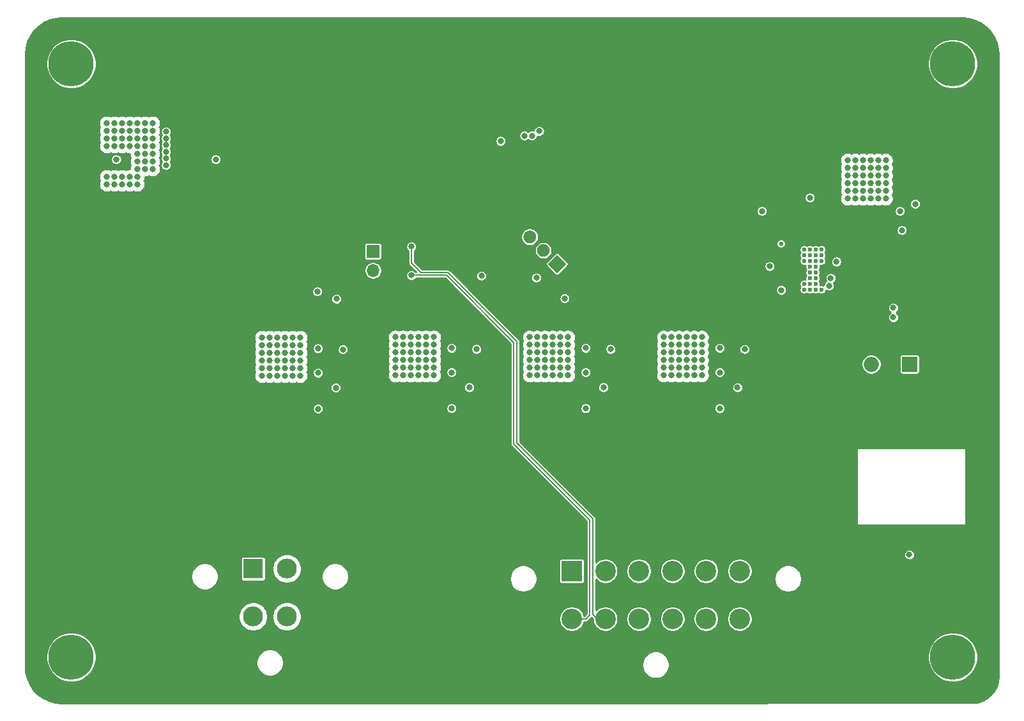
<source format=gbr>
%TF.GenerationSoftware,KiCad,Pcbnew,(5.1.9-0-10_14)*%
%TF.CreationDate,2021-06-28T10:44:47+08:00*%
%TF.ProjectId,pdm,70646d2e-6b69-4636-9164-5f7063625858,rev?*%
%TF.SameCoordinates,Original*%
%TF.FileFunction,Copper,L2,Inr*%
%TF.FilePolarity,Positive*%
%FSLAX46Y46*%
G04 Gerber Fmt 4.6, Leading zero omitted, Abs format (unit mm)*
G04 Created by KiCad (PCBNEW (5.1.9-0-10_14)) date 2021-06-28 10:44:47*
%MOMM*%
%LPD*%
G01*
G04 APERTURE LIST*
%TA.AperFunction,ComponentPad*%
%ADD10O,2.000000X2.000000*%
%TD*%
%TA.AperFunction,ComponentPad*%
%ADD11R,2.000000X2.000000*%
%TD*%
%TA.AperFunction,ComponentPad*%
%ADD12O,1.700000X1.700000*%
%TD*%
%TA.AperFunction,ComponentPad*%
%ADD13R,1.700000X1.700000*%
%TD*%
%TA.AperFunction,ComponentPad*%
%ADD14C,0.100000*%
%TD*%
%TA.AperFunction,ComponentPad*%
%ADD15R,2.715000X2.715000*%
%TD*%
%TA.AperFunction,ComponentPad*%
%ADD16C,2.715000*%
%TD*%
%TA.AperFunction,ComponentPad*%
%ADD17C,6.000000*%
%TD*%
%TA.AperFunction,ComponentPad*%
%ADD18C,0.800000*%
%TD*%
%TA.AperFunction,ComponentPad*%
%ADD19C,2.640000*%
%TD*%
%TA.AperFunction,ComponentPad*%
%ADD20R,2.640000X2.640000*%
%TD*%
%TA.AperFunction,ViaPad*%
%ADD21C,0.600000*%
%TD*%
%TA.AperFunction,ViaPad*%
%ADD22C,0.800000*%
%TD*%
%TA.AperFunction,Conductor*%
%ADD23C,0.203200*%
%TD*%
%TA.AperFunction,Conductor*%
%ADD24C,0.254000*%
%TD*%
%TA.AperFunction,Conductor*%
%ADD25C,0.100000*%
%TD*%
G04 APERTURE END LIST*
D10*
%TO.N,GND*%
%TO.C,D6*%
X216662000Y-94742000D03*
D11*
%TO.N,Net-(D6-Pad1)*%
X221742000Y-94742000D03*
%TD*%
D12*
%TO.N,/_N*%
%TO.C,J3*%
X150622000Y-82296000D03*
D13*
%TO.N,/_P*%
X150622000Y-79756000D03*
%TD*%
%TO.N,+3V3*%
%TO.C,J2*%
%TA.AperFunction,ComponentPad*%
G36*
G01*
X170211410Y-75442692D02*
X170211410Y-75442692D01*
G75*
G02*
X170211410Y-76644774I-601041J-601041D01*
G01*
X170211410Y-76644774D01*
G75*
G02*
X169009328Y-76644774I-601041J601041D01*
G01*
X169009328Y-76644774D01*
G75*
G02*
X169009328Y-75442692I601041J601041D01*
G01*
X169009328Y-75442692D01*
G75*
G02*
X170211410Y-75442692I601041J-601041D01*
G01*
G37*
%TD.AperFunction*%
%TO.N,/SWDIO*%
%TA.AperFunction,ComponentPad*%
G36*
G01*
X172007462Y-77238744D02*
X172007462Y-77238744D01*
G75*
G02*
X172007462Y-78440826I-601041J-601041D01*
G01*
X172007462Y-78440826D01*
G75*
G02*
X170805380Y-78440826I-601041J601041D01*
G01*
X170805380Y-78440826D01*
G75*
G02*
X170805380Y-77238744I601041J601041D01*
G01*
X170805380Y-77238744D01*
G75*
G02*
X172007462Y-77238744I601041J-601041D01*
G01*
G37*
%TD.AperFunction*%
%TO.N,/SWCLK*%
%TA.AperFunction,ComponentPad*%
G36*
G01*
X173803513Y-79034795D02*
X173803513Y-79034795D01*
G75*
G02*
X173803513Y-80236877I-601041J-601041D01*
G01*
X173803513Y-80236877D01*
G75*
G02*
X172601431Y-80236877I-601041J601041D01*
G01*
X172601431Y-80236877D01*
G75*
G02*
X172601431Y-79034795I601041J601041D01*
G01*
X172601431Y-79034795D01*
G75*
G02*
X173803513Y-79034795I601041J-601041D01*
G01*
G37*
%TD.AperFunction*%
%TA.AperFunction,ComponentPad*%
D14*
%TO.N,GND*%
G36*
X174998523Y-80229805D02*
G01*
X176200605Y-81431887D01*
X174998523Y-82633969D01*
X173796441Y-81431887D01*
X174998523Y-80229805D01*
G37*
%TD.AperFunction*%
%TD*%
D15*
%TO.N,GND*%
%TO.C,J4*%
X176972000Y-122174000D03*
D16*
X181417000Y-122174000D03*
%TO.N,/vout2*%
X185862000Y-122174000D03*
%TO.N,/vout3*%
X190312000Y-122174000D03*
%TO.N,/vout4*%
X194757000Y-122174000D03*
%TO.N,/vout5*%
X199202000Y-122174000D03*
X199202000Y-128524000D03*
%TO.N,/vout4*%
X194757000Y-128524000D03*
%TO.N,/vout3*%
X190312000Y-128524000D03*
%TO.N,/vout1*%
X185862000Y-128524000D03*
%TO.N,/_P*%
X181417000Y-128524000D03*
%TO.N,/_N*%
X176972000Y-128524000D03*
%TD*%
D17*
%TO.N,N/C*%
%TO.C,H4*%
X227457000Y-133604000D03*
D18*
X229707000Y-133604000D03*
X229047990Y-135194990D03*
X227457000Y-135854000D03*
X225866010Y-135194990D03*
X225207000Y-133604000D03*
X225866010Y-132013010D03*
X227457000Y-131354000D03*
X229047990Y-132013010D03*
%TD*%
D17*
%TO.N,N/C*%
%TO.C,H3*%
X227457000Y-54864000D03*
D18*
X229707000Y-54864000D03*
X229047990Y-56454990D03*
X227457000Y-57114000D03*
X225866010Y-56454990D03*
X225207000Y-54864000D03*
X225866010Y-53273010D03*
X227457000Y-52614000D03*
X229047990Y-53273010D03*
%TD*%
D17*
%TO.N,N/C*%
%TO.C,H2*%
X110617000Y-133604000D03*
D18*
X112867000Y-133604000D03*
X112207990Y-135194990D03*
X110617000Y-135854000D03*
X109026010Y-135194990D03*
X108367000Y-133604000D03*
X109026010Y-132013010D03*
X110617000Y-131354000D03*
X112207990Y-132013010D03*
%TD*%
D17*
%TO.N,N/C*%
%TO.C,H1*%
X110617000Y-54864000D03*
D18*
X112867000Y-54864000D03*
X112207990Y-56454990D03*
X110617000Y-57114000D03*
X109026010Y-56454990D03*
X108367000Y-54864000D03*
X109026010Y-53273010D03*
X110617000Y-52614000D03*
X112207990Y-53273010D03*
%TD*%
D19*
%TO.N,+12V*%
%TO.C,J1*%
X134742000Y-128224000D03*
X139192000Y-128224000D03*
D20*
%TO.N,GND*%
X134742000Y-121874000D03*
D19*
%TO.N,+12V*%
X139192000Y-121874000D03*
%TD*%
D21*
%TO.N,GND*%
X209296000Y-81788000D03*
X209296000Y-82550000D03*
X209296000Y-83312000D03*
X208534000Y-83312000D03*
X208534000Y-82550000D03*
X208534000Y-81788000D03*
D22*
X123190000Y-67437000D03*
X123190000Y-66548000D03*
X123190000Y-65659000D03*
X123190000Y-64770000D03*
X123190000Y-63881000D03*
X129794000Y-67564000D03*
X143336000Y-100638000D03*
X143336000Y-95875990D03*
X145688000Y-97860000D03*
X116591351Y-67560131D03*
X123190000Y-68326000D03*
X220726000Y-76962000D03*
X220472000Y-74422000D03*
D21*
X209296000Y-81026000D03*
X208534000Y-81026000D03*
X207772000Y-81026000D03*
X210058000Y-81026000D03*
X210058000Y-80264000D03*
X209296000Y-80264000D03*
X208534000Y-80264000D03*
X207772000Y-80264000D03*
X207772000Y-79502000D03*
X208534000Y-79502000D03*
X209296000Y-79502000D03*
X210058000Y-79502000D03*
X209296000Y-84074000D03*
X208534000Y-84074000D03*
X207772000Y-84074000D03*
X207772000Y-84836000D03*
X208534000Y-84836000D03*
X209296000Y-84836000D03*
X210058000Y-84836000D03*
D22*
X165000000Y-83000000D03*
X161036000Y-100584000D03*
X161036000Y-95821990D03*
X163388000Y-97806000D03*
X178814280Y-100585159D03*
X178814280Y-95823149D03*
X181166280Y-97807159D03*
X196579000Y-100594000D03*
X196579000Y-95831990D03*
X198931000Y-97816000D03*
%TO.N,+12V*%
X120396000Y-67818000D03*
X120396000Y-66802000D03*
X213514000Y-72748000D03*
X214530000Y-72748000D03*
X215546000Y-72748000D03*
X216562000Y-72748000D03*
X217578000Y-72748000D03*
X218594000Y-72748000D03*
X218594000Y-71732000D03*
X217578000Y-71732000D03*
X216562000Y-71732000D03*
X215546000Y-71732000D03*
X214530000Y-71732000D03*
X213514000Y-71732000D03*
X213514000Y-70716000D03*
X214530000Y-70716000D03*
X215546000Y-70716000D03*
X216562000Y-70716000D03*
X217578000Y-70716000D03*
X218594000Y-70716000D03*
X218594000Y-69700000D03*
X217578000Y-69700000D03*
X216562000Y-69700000D03*
X215546000Y-69700000D03*
X214530000Y-69700000D03*
X213514000Y-69700000D03*
X213514000Y-68684000D03*
X214530000Y-68684000D03*
X215546000Y-68684000D03*
X216562000Y-68684000D03*
X217578000Y-68684000D03*
X218594000Y-68684000D03*
X218594000Y-67668000D03*
X217578000Y-67668000D03*
X216562000Y-67668000D03*
X215546000Y-67668000D03*
X214530000Y-67668000D03*
X213514000Y-67668000D03*
X120396000Y-65786000D03*
X116332000Y-65786000D03*
X120396000Y-64770000D03*
X120396000Y-63754000D03*
X135890000Y-96266000D03*
X136906000Y-96266000D03*
X137922000Y-96266000D03*
X138938000Y-96266000D03*
X139954000Y-96266000D03*
X140970000Y-96266000D03*
X140970000Y-95250000D03*
X139954000Y-95250000D03*
X138938000Y-95250000D03*
X137922000Y-95250000D03*
X136906000Y-95250000D03*
X135890000Y-95250000D03*
X135890000Y-94234000D03*
X136906000Y-94234000D03*
X137922000Y-94234000D03*
X138938000Y-94234000D03*
X139954000Y-94234000D03*
X140970000Y-94234000D03*
X140970000Y-93218000D03*
X139954000Y-93218000D03*
X138938000Y-93218000D03*
X137922000Y-93218000D03*
X136906000Y-93218000D03*
X135890000Y-93218000D03*
X135890000Y-92202000D03*
X136906000Y-92202000D03*
X137922000Y-92202000D03*
X138938000Y-92202000D03*
X139954000Y-92202000D03*
X140970000Y-92202000D03*
X140970000Y-91186000D03*
X139954000Y-91186000D03*
X138938000Y-91186000D03*
X137922000Y-91186000D03*
X136906000Y-91186000D03*
X135890000Y-91186000D03*
X120396000Y-62738000D03*
X119380000Y-62738000D03*
X118364000Y-62738000D03*
X117348000Y-62738000D03*
X116332000Y-62738000D03*
X115316000Y-62738000D03*
X121412000Y-62738000D03*
X115316000Y-63754000D03*
X116332000Y-63754000D03*
X117348000Y-63754000D03*
X118364000Y-63754000D03*
X119380000Y-63754000D03*
X121412000Y-63754000D03*
X121412000Y-64770000D03*
X119380000Y-64770000D03*
X118364000Y-64770000D03*
X117348000Y-64770000D03*
X116332000Y-64770000D03*
X115316000Y-64770000D03*
X115316000Y-65786000D03*
X117348000Y-65786000D03*
X118364000Y-65786000D03*
X119380000Y-65786000D03*
X121412000Y-65786000D03*
X121412000Y-68834000D03*
X120396000Y-68834000D03*
X119380000Y-68834000D03*
X115316000Y-69850000D03*
X116332000Y-69850000D03*
X117348000Y-69850000D03*
X118364000Y-69850000D03*
X119380000Y-69850000D03*
X115316000Y-70866000D03*
X116332000Y-70866000D03*
X117348000Y-70866000D03*
X118364000Y-70866000D03*
X119380000Y-70866000D03*
X153590000Y-96212000D03*
X154606000Y-96212000D03*
X155622000Y-96212000D03*
X156638000Y-96212000D03*
X157654000Y-96212000D03*
X158670000Y-96212000D03*
X158670000Y-95196000D03*
X157654000Y-95196000D03*
X156638000Y-95196000D03*
X155622000Y-95196000D03*
X154606000Y-95196000D03*
X153590000Y-95196000D03*
X153590000Y-94180000D03*
X154606000Y-94180000D03*
X155622000Y-94180000D03*
X156638000Y-94180000D03*
X157654000Y-94180000D03*
X158670000Y-94180000D03*
X158670000Y-93164000D03*
X157654000Y-93164000D03*
X156638000Y-93164000D03*
X155622000Y-93164000D03*
X154606000Y-93164000D03*
X153590000Y-93164000D03*
X153590000Y-92148000D03*
X154606000Y-92148000D03*
X155622000Y-92148000D03*
X156638000Y-92148000D03*
X157654000Y-92148000D03*
X158670000Y-92148000D03*
X158670000Y-91132000D03*
X157654000Y-91132000D03*
X156638000Y-91132000D03*
X155622000Y-91132000D03*
X154606000Y-91132000D03*
X153590000Y-91132000D03*
X171368280Y-96213159D03*
X172384280Y-96213159D03*
X173400280Y-96213159D03*
X174416280Y-96213159D03*
X175432280Y-96213159D03*
X176448280Y-96213159D03*
X176448280Y-95197159D03*
X175432280Y-95197159D03*
X174416280Y-95197159D03*
X173400280Y-95197159D03*
X172384280Y-95197159D03*
X171368280Y-95197159D03*
X171368280Y-94181159D03*
X172384280Y-94181159D03*
X173400280Y-94181159D03*
X174416280Y-94181159D03*
X175432280Y-94181159D03*
X176448280Y-94181159D03*
X176448280Y-93165159D03*
X175432280Y-93165159D03*
X174416280Y-93165159D03*
X173400280Y-93165159D03*
X172384280Y-93165159D03*
X171368280Y-93165159D03*
X171368280Y-92149159D03*
X172384280Y-92149159D03*
X173400280Y-92149159D03*
X174416280Y-92149159D03*
X175432280Y-92149159D03*
X176448280Y-92149159D03*
X176448280Y-91133159D03*
X175432280Y-91133159D03*
X174416280Y-91133159D03*
X173400280Y-91133159D03*
X172384280Y-91133159D03*
X171368280Y-91133159D03*
X189133000Y-96222000D03*
X190149000Y-96222000D03*
X191165000Y-96222000D03*
X192181000Y-96222000D03*
X193197000Y-96222000D03*
X194213000Y-96222000D03*
X194213000Y-95206000D03*
X193197000Y-95206000D03*
X192181000Y-95206000D03*
X191165000Y-95206000D03*
X190149000Y-95206000D03*
X189133000Y-95206000D03*
X189133000Y-94190000D03*
X190149000Y-94190000D03*
X191165000Y-94190000D03*
X192181000Y-94190000D03*
X193197000Y-94190000D03*
X194213000Y-94190000D03*
X194213000Y-93174000D03*
X193197000Y-93174000D03*
X192181000Y-93174000D03*
X191165000Y-93174000D03*
X190149000Y-93174000D03*
X189133000Y-93174000D03*
X189133000Y-92158000D03*
X190149000Y-92158000D03*
X191165000Y-92158000D03*
X192181000Y-92158000D03*
X193197000Y-92158000D03*
X194213000Y-92158000D03*
X194213000Y-91142000D03*
X193197000Y-91142000D03*
X192181000Y-91142000D03*
X191165000Y-91142000D03*
X190149000Y-91142000D03*
X189133000Y-91142000D03*
X119380000Y-66802000D03*
X121412000Y-66802000D03*
X121412000Y-67818000D03*
X119380000Y-67818000D03*
%TO.N,+3V3*%
X125984000Y-67818000D03*
X125984000Y-66802000D03*
X125984000Y-65786000D03*
X125984000Y-64770000D03*
X125984000Y-63754000D03*
X124968000Y-62738000D03*
X125984000Y-62738000D03*
X127000000Y-62738000D03*
X128016000Y-62738000D03*
X129032000Y-62738000D03*
X130048000Y-62738000D03*
X131064000Y-62738000D03*
X124968000Y-63754000D03*
X127000000Y-63754000D03*
X128016000Y-63754000D03*
X129032000Y-63754000D03*
X130048000Y-63754000D03*
X131064000Y-63754000D03*
X131064000Y-64770000D03*
X130048000Y-64770000D03*
X129032000Y-64770000D03*
X128016000Y-64770000D03*
X127000000Y-64770000D03*
X124968000Y-64770000D03*
X124968000Y-65786000D03*
X127000000Y-65786000D03*
X128016000Y-65786000D03*
X129032000Y-65786000D03*
X131064000Y-66802000D03*
X128016000Y-66802000D03*
X127000000Y-66802000D03*
X124968000Y-66802000D03*
X124968000Y-67818000D03*
X127000000Y-67818000D03*
X128016000Y-67818000D03*
X131064000Y-67818000D03*
X131064000Y-68834000D03*
X130048000Y-68834000D03*
X129032000Y-68834000D03*
X128016000Y-68834000D03*
X127000000Y-68834000D03*
X125984000Y-68834000D03*
X124968000Y-68834000D03*
X128016000Y-69850000D03*
X129032000Y-69850000D03*
X130048000Y-69850000D03*
X131064000Y-69850000D03*
X131064000Y-70866000D03*
X130048000Y-70866000D03*
X129032000Y-70866000D03*
X127000000Y-69850000D03*
X127000000Y-70866000D03*
X128016000Y-70866000D03*
X145288000Y-102108000D03*
X220726000Y-71882000D03*
X165582383Y-74523383D03*
X165100000Y-69723000D03*
X174766146Y-67926782D03*
X174436202Y-64008306D03*
X173347356Y-62970377D03*
X167000000Y-83000000D03*
X162988000Y-102054000D03*
X180766280Y-102055159D03*
X198531000Y-102064000D03*
%TO.N,/sense5*%
X172645756Y-63793535D03*
X202184000Y-74422000D03*
%TO.N,/sense4*%
X171688003Y-64411516D03*
X172276303Y-83247697D03*
%TO.N,/sense3*%
X170688000Y-64411516D03*
X176022000Y-86001180D03*
%TO.N,/sense2*%
X145781029Y-86067242D03*
X143256000Y-85090000D03*
%TO.N,/_P*%
X155702000Y-79121000D03*
%TO.N,/_N*%
X155702000Y-82931000D03*
%TO.N,Net-(Q7-Pad3)*%
X161036000Y-92583000D03*
X164338000Y-92726000D03*
%TO.N,Net-(Q1-Pad3)*%
X178814280Y-92584159D03*
X182116280Y-92727159D03*
%TO.N,/vout5*%
X221700000Y-120000000D03*
X204724000Y-84899000D03*
%TO.N,Net-(D6-Pad1)*%
X211074000Y-84328000D03*
X219586000Y-88519000D03*
%TO.N,Net-(Q4-Pad3)*%
X143336000Y-92637000D03*
X146638000Y-92780000D03*
%TO.N,Net-(Q12-Pad3)*%
X196579000Y-92593000D03*
X199881000Y-92736000D03*
%TO.N,/DAC2*%
X167550883Y-65113116D03*
X203200000Y-81725000D03*
%TO.N,Net-(C12-Pad2)*%
X212026267Y-81123321D03*
D21*
X204711000Y-78740000D03*
D22*
%TO.N,/fuse5*%
X208534000Y-72644000D03*
X222488000Y-73472000D03*
%TO.N,Net-(Q15-Pad4)*%
X211284002Y-83312000D03*
X219586000Y-87249000D03*
%TD*%
D23*
%TO.N,/_P*%
X180340000Y-128524000D02*
X181417000Y-128524000D01*
X169672000Y-105156000D02*
X179757899Y-115241899D01*
X160505790Y-82527790D02*
X169672000Y-91694000D01*
X156949790Y-82527790D02*
X160505790Y-82527790D01*
X179757899Y-127941899D02*
X180340000Y-128524000D01*
X169672000Y-91694000D02*
X169672000Y-105156000D01*
X179757899Y-115241899D02*
X179757899Y-127941899D01*
X155702000Y-81280000D02*
X156949790Y-82527790D01*
X155702000Y-79121000D02*
X155702000Y-81280000D01*
%TO.N,/_N*%
X160338776Y-82931000D02*
X155702000Y-82931000D01*
X179354689Y-115408913D02*
X169268790Y-105323015D01*
X169268790Y-91861014D02*
X160338776Y-82931000D01*
X169268790Y-105323015D02*
X169268790Y-91861014D01*
X179354689Y-127985311D02*
X179354689Y-115408913D01*
X178816000Y-128524000D02*
X179354689Y-127985311D01*
X176972000Y-128524000D02*
X178816000Y-128524000D01*
%TD*%
D24*
%TO.N,+3V3*%
X229576988Y-48869969D02*
X230400106Y-49095147D01*
X231170344Y-49462533D01*
X231863347Y-49960505D01*
X232457217Y-50573332D01*
X232933178Y-51281637D01*
X233276187Y-52063033D01*
X233475914Y-52894960D01*
X233528000Y-53604234D01*
X233528001Y-136130349D01*
X233459441Y-136829580D01*
X233260335Y-137489050D01*
X232936933Y-138097282D01*
X232501543Y-138631122D01*
X231970765Y-139070220D01*
X231364801Y-139397865D01*
X230719749Y-139597541D01*
X174777454Y-139675000D01*
X109359421Y-139675000D01*
X108497017Y-139598033D01*
X107673890Y-139372851D01*
X106903660Y-139005469D01*
X106210653Y-138507495D01*
X105616783Y-137894668D01*
X105140824Y-137186367D01*
X104797814Y-136404969D01*
X104598086Y-135573040D01*
X104546000Y-134863765D01*
X104546000Y-133276319D01*
X107290000Y-133276319D01*
X107290000Y-133931681D01*
X107417855Y-134574450D01*
X107668651Y-135179925D01*
X108032750Y-135724839D01*
X108496161Y-136188250D01*
X109041075Y-136552349D01*
X109646550Y-136803145D01*
X110289319Y-136931000D01*
X110944681Y-136931000D01*
X111587450Y-136803145D01*
X112192925Y-136552349D01*
X112737839Y-136188250D01*
X113201250Y-135724839D01*
X113565349Y-135179925D01*
X113816145Y-134574450D01*
X113901657Y-134144549D01*
X135145000Y-134144549D01*
X135145000Y-134503451D01*
X135215018Y-134855458D01*
X135352364Y-135187041D01*
X135551760Y-135485457D01*
X135805543Y-135739240D01*
X136103959Y-135938636D01*
X136435542Y-136075982D01*
X136787549Y-136146000D01*
X137146451Y-136146000D01*
X137498458Y-136075982D01*
X137830041Y-135938636D01*
X138128457Y-135739240D01*
X138382240Y-135485457D01*
X138581636Y-135187041D01*
X138718982Y-134855458D01*
X138789000Y-134503451D01*
X138789000Y-134444549D01*
X186265000Y-134444549D01*
X186265000Y-134803451D01*
X186335018Y-135155458D01*
X186472364Y-135487041D01*
X186671760Y-135785457D01*
X186925543Y-136039240D01*
X187223959Y-136238636D01*
X187555542Y-136375982D01*
X187907549Y-136446000D01*
X188266451Y-136446000D01*
X188618458Y-136375982D01*
X188950041Y-136238636D01*
X189248457Y-136039240D01*
X189502240Y-135785457D01*
X189701636Y-135487041D01*
X189838982Y-135155458D01*
X189909000Y-134803451D01*
X189909000Y-134444549D01*
X189838982Y-134092542D01*
X189701636Y-133760959D01*
X189502240Y-133462543D01*
X189316016Y-133276319D01*
X224130000Y-133276319D01*
X224130000Y-133931681D01*
X224257855Y-134574450D01*
X224508651Y-135179925D01*
X224872750Y-135724839D01*
X225336161Y-136188250D01*
X225881075Y-136552349D01*
X226486550Y-136803145D01*
X227129319Y-136931000D01*
X227784681Y-136931000D01*
X228427450Y-136803145D01*
X229032925Y-136552349D01*
X229577839Y-136188250D01*
X230041250Y-135724839D01*
X230405349Y-135179925D01*
X230656145Y-134574450D01*
X230784000Y-133931681D01*
X230784000Y-133276319D01*
X230656145Y-132633550D01*
X230405349Y-132028075D01*
X230041250Y-131483161D01*
X229577839Y-131019750D01*
X229032925Y-130655651D01*
X228427450Y-130404855D01*
X227784681Y-130277000D01*
X227129319Y-130277000D01*
X226486550Y-130404855D01*
X225881075Y-130655651D01*
X225336161Y-131019750D01*
X224872750Y-131483161D01*
X224508651Y-132028075D01*
X224257855Y-132633550D01*
X224130000Y-133276319D01*
X189316016Y-133276319D01*
X189248457Y-133208760D01*
X188950041Y-133009364D01*
X188618458Y-132872018D01*
X188266451Y-132802000D01*
X187907549Y-132802000D01*
X187555542Y-132872018D01*
X187223959Y-133009364D01*
X186925543Y-133208760D01*
X186671760Y-133462543D01*
X186472364Y-133760959D01*
X186335018Y-134092542D01*
X186265000Y-134444549D01*
X138789000Y-134444549D01*
X138789000Y-134144549D01*
X138718982Y-133792542D01*
X138581636Y-133460959D01*
X138382240Y-133162543D01*
X138128457Y-132908760D01*
X137830041Y-132709364D01*
X137498458Y-132572018D01*
X137146451Y-132502000D01*
X136787549Y-132502000D01*
X136435542Y-132572018D01*
X136103959Y-132709364D01*
X135805543Y-132908760D01*
X135551760Y-133162543D01*
X135352364Y-133460959D01*
X135215018Y-133792542D01*
X135145000Y-134144549D01*
X113901657Y-134144549D01*
X113944000Y-133931681D01*
X113944000Y-133276319D01*
X113816145Y-132633550D01*
X113565349Y-132028075D01*
X113201250Y-131483161D01*
X112737839Y-131019750D01*
X112192925Y-130655651D01*
X111587450Y-130404855D01*
X110944681Y-130277000D01*
X110289319Y-130277000D01*
X109646550Y-130404855D01*
X109041075Y-130655651D01*
X108496161Y-131019750D01*
X108032750Y-131483161D01*
X107668651Y-132028075D01*
X107417855Y-132633550D01*
X107290000Y-133276319D01*
X104546000Y-133276319D01*
X104546000Y-128032237D01*
X132795000Y-128032237D01*
X132795000Y-128415763D01*
X132869822Y-128791919D01*
X133016591Y-129146250D01*
X133229666Y-129465140D01*
X133500860Y-129736334D01*
X133819750Y-129949409D01*
X134174081Y-130096178D01*
X134550237Y-130171000D01*
X134933763Y-130171000D01*
X135309919Y-130096178D01*
X135664250Y-129949409D01*
X135983140Y-129736334D01*
X136254334Y-129465140D01*
X136467409Y-129146250D01*
X136614178Y-128791919D01*
X136689000Y-128415763D01*
X136689000Y-128032237D01*
X137245000Y-128032237D01*
X137245000Y-128415763D01*
X137319822Y-128791919D01*
X137466591Y-129146250D01*
X137679666Y-129465140D01*
X137950860Y-129736334D01*
X138269750Y-129949409D01*
X138624081Y-130096178D01*
X139000237Y-130171000D01*
X139383763Y-130171000D01*
X139759919Y-130096178D01*
X140114250Y-129949409D01*
X140433140Y-129736334D01*
X140704334Y-129465140D01*
X140917409Y-129146250D01*
X141064178Y-128791919D01*
X141139000Y-128415763D01*
X141139000Y-128032237D01*
X141064178Y-127656081D01*
X140917409Y-127301750D01*
X140704334Y-126982860D01*
X140433140Y-126711666D01*
X140114250Y-126498591D01*
X139759919Y-126351822D01*
X139383763Y-126277000D01*
X139000237Y-126277000D01*
X138624081Y-126351822D01*
X138269750Y-126498591D01*
X137950860Y-126711666D01*
X137679666Y-126982860D01*
X137466591Y-127301750D01*
X137319822Y-127656081D01*
X137245000Y-128032237D01*
X136689000Y-128032237D01*
X136614178Y-127656081D01*
X136467409Y-127301750D01*
X136254334Y-126982860D01*
X135983140Y-126711666D01*
X135664250Y-126498591D01*
X135309919Y-126351822D01*
X134933763Y-126277000D01*
X134550237Y-126277000D01*
X134174081Y-126351822D01*
X133819750Y-126498591D01*
X133500860Y-126711666D01*
X133229666Y-126982860D01*
X133016591Y-127301750D01*
X132869822Y-127656081D01*
X132795000Y-128032237D01*
X104546000Y-128032237D01*
X104546000Y-122714549D01*
X126495000Y-122714549D01*
X126495000Y-123073451D01*
X126565018Y-123425458D01*
X126702364Y-123757041D01*
X126901760Y-124055457D01*
X127155543Y-124309240D01*
X127453959Y-124508636D01*
X127785542Y-124645982D01*
X128137549Y-124716000D01*
X128496451Y-124716000D01*
X128848458Y-124645982D01*
X129180041Y-124508636D01*
X129478457Y-124309240D01*
X129732240Y-124055457D01*
X129931636Y-123757041D01*
X130068982Y-123425458D01*
X130139000Y-123073451D01*
X130139000Y-122714549D01*
X130068982Y-122362542D01*
X129931636Y-122030959D01*
X129732240Y-121732543D01*
X129478457Y-121478760D01*
X129180041Y-121279364D01*
X128848458Y-121142018D01*
X128496451Y-121072000D01*
X128137549Y-121072000D01*
X127785542Y-121142018D01*
X127453959Y-121279364D01*
X127155543Y-121478760D01*
X126901760Y-121732543D01*
X126702364Y-122030959D01*
X126565018Y-122362542D01*
X126495000Y-122714549D01*
X104546000Y-122714549D01*
X104546000Y-120554000D01*
X133093418Y-120554000D01*
X133093418Y-123194000D01*
X133099732Y-123258103D01*
X133118430Y-123319743D01*
X133148794Y-123376550D01*
X133189657Y-123426343D01*
X133239450Y-123467206D01*
X133296257Y-123497570D01*
X133357897Y-123516268D01*
X133422000Y-123522582D01*
X136062000Y-123522582D01*
X136126103Y-123516268D01*
X136187743Y-123497570D01*
X136244550Y-123467206D01*
X136294343Y-123426343D01*
X136335206Y-123376550D01*
X136365570Y-123319743D01*
X136384268Y-123258103D01*
X136390582Y-123194000D01*
X136390582Y-121682237D01*
X137245000Y-121682237D01*
X137245000Y-122065763D01*
X137319822Y-122441919D01*
X137466591Y-122796250D01*
X137679666Y-123115140D01*
X137950860Y-123386334D01*
X138269750Y-123599409D01*
X138624081Y-123746178D01*
X139000237Y-123821000D01*
X139383763Y-123821000D01*
X139759919Y-123746178D01*
X140114250Y-123599409D01*
X140433140Y-123386334D01*
X140704334Y-123115140D01*
X140917409Y-122796250D01*
X140951250Y-122714549D01*
X143795000Y-122714549D01*
X143795000Y-123073451D01*
X143865018Y-123425458D01*
X144002364Y-123757041D01*
X144201760Y-124055457D01*
X144455543Y-124309240D01*
X144753959Y-124508636D01*
X145085542Y-124645982D01*
X145437549Y-124716000D01*
X145796451Y-124716000D01*
X146148458Y-124645982D01*
X146480041Y-124508636D01*
X146778457Y-124309240D01*
X147032240Y-124055457D01*
X147231636Y-123757041D01*
X147368982Y-123425458D01*
X147439000Y-123073451D01*
X147439000Y-123004549D01*
X168725000Y-123004549D01*
X168725000Y-123363451D01*
X168795018Y-123715458D01*
X168932364Y-124047041D01*
X169131760Y-124345457D01*
X169385543Y-124599240D01*
X169683959Y-124798636D01*
X170015542Y-124935982D01*
X170367549Y-125006000D01*
X170726451Y-125006000D01*
X171078458Y-124935982D01*
X171410041Y-124798636D01*
X171708457Y-124599240D01*
X171962240Y-124345457D01*
X172161636Y-124047041D01*
X172298982Y-123715458D01*
X172369000Y-123363451D01*
X172369000Y-123004549D01*
X172298982Y-122652542D01*
X172161636Y-122320959D01*
X171962240Y-122022543D01*
X171708457Y-121768760D01*
X171410041Y-121569364D01*
X171078458Y-121432018D01*
X170726451Y-121362000D01*
X170367549Y-121362000D01*
X170015542Y-121432018D01*
X169683959Y-121569364D01*
X169385543Y-121768760D01*
X169131760Y-122022543D01*
X168932364Y-122320959D01*
X168795018Y-122652542D01*
X168725000Y-123004549D01*
X147439000Y-123004549D01*
X147439000Y-122714549D01*
X147368982Y-122362542D01*
X147231636Y-122030959D01*
X147032240Y-121732543D01*
X146778457Y-121478760D01*
X146480041Y-121279364D01*
X146148458Y-121142018D01*
X145796451Y-121072000D01*
X145437549Y-121072000D01*
X145085542Y-121142018D01*
X144753959Y-121279364D01*
X144455543Y-121478760D01*
X144201760Y-121732543D01*
X144002364Y-122030959D01*
X143865018Y-122362542D01*
X143795000Y-122714549D01*
X140951250Y-122714549D01*
X141064178Y-122441919D01*
X141139000Y-122065763D01*
X141139000Y-121682237D01*
X141064178Y-121306081D01*
X140917409Y-120951750D01*
X140827039Y-120816500D01*
X175285918Y-120816500D01*
X175285918Y-123531500D01*
X175292232Y-123595603D01*
X175310930Y-123657243D01*
X175341294Y-123714050D01*
X175382157Y-123763843D01*
X175431950Y-123804706D01*
X175488757Y-123835070D01*
X175550397Y-123853768D01*
X175614500Y-123860082D01*
X178329500Y-123860082D01*
X178393603Y-123853768D01*
X178455243Y-123835070D01*
X178512050Y-123804706D01*
X178561843Y-123763843D01*
X178602706Y-123714050D01*
X178633070Y-123657243D01*
X178651768Y-123595603D01*
X178658082Y-123531500D01*
X178658082Y-120816500D01*
X178651768Y-120752397D01*
X178633070Y-120690757D01*
X178602706Y-120633950D01*
X178561843Y-120584157D01*
X178512050Y-120543294D01*
X178455243Y-120512930D01*
X178393603Y-120494232D01*
X178329500Y-120487918D01*
X175614500Y-120487918D01*
X175550397Y-120494232D01*
X175488757Y-120512930D01*
X175431950Y-120543294D01*
X175382157Y-120584157D01*
X175341294Y-120633950D01*
X175310930Y-120690757D01*
X175292232Y-120752397D01*
X175285918Y-120816500D01*
X140827039Y-120816500D01*
X140704334Y-120632860D01*
X140433140Y-120361666D01*
X140114250Y-120148591D01*
X139759919Y-120001822D01*
X139383763Y-119927000D01*
X139000237Y-119927000D01*
X138624081Y-120001822D01*
X138269750Y-120148591D01*
X137950860Y-120361666D01*
X137679666Y-120632860D01*
X137466591Y-120951750D01*
X137319822Y-121306081D01*
X137245000Y-121682237D01*
X136390582Y-121682237D01*
X136390582Y-120554000D01*
X136384268Y-120489897D01*
X136365570Y-120428257D01*
X136335206Y-120371450D01*
X136294343Y-120321657D01*
X136244550Y-120280794D01*
X136187743Y-120250430D01*
X136126103Y-120231732D01*
X136062000Y-120225418D01*
X133422000Y-120225418D01*
X133357897Y-120231732D01*
X133296257Y-120250430D01*
X133239450Y-120280794D01*
X133189657Y-120321657D01*
X133148794Y-120371450D01*
X133118430Y-120428257D01*
X133099732Y-120489897D01*
X133093418Y-120554000D01*
X104546000Y-120554000D01*
X104546000Y-100566397D01*
X142609000Y-100566397D01*
X142609000Y-100709603D01*
X142636938Y-100850058D01*
X142691741Y-100982364D01*
X142771302Y-101101436D01*
X142872564Y-101202698D01*
X142991636Y-101282259D01*
X143123942Y-101337062D01*
X143264397Y-101365000D01*
X143407603Y-101365000D01*
X143548058Y-101337062D01*
X143680364Y-101282259D01*
X143799436Y-101202698D01*
X143900698Y-101101436D01*
X143980259Y-100982364D01*
X144035062Y-100850058D01*
X144063000Y-100709603D01*
X144063000Y-100566397D01*
X144052259Y-100512397D01*
X160309000Y-100512397D01*
X160309000Y-100655603D01*
X160336938Y-100796058D01*
X160391741Y-100928364D01*
X160471302Y-101047436D01*
X160572564Y-101148698D01*
X160691636Y-101228259D01*
X160823942Y-101283062D01*
X160964397Y-101311000D01*
X161107603Y-101311000D01*
X161248058Y-101283062D01*
X161380364Y-101228259D01*
X161499436Y-101148698D01*
X161600698Y-101047436D01*
X161680259Y-100928364D01*
X161735062Y-100796058D01*
X161763000Y-100655603D01*
X161763000Y-100512397D01*
X161735062Y-100371942D01*
X161680259Y-100239636D01*
X161600698Y-100120564D01*
X161499436Y-100019302D01*
X161380364Y-99939741D01*
X161248058Y-99884938D01*
X161107603Y-99857000D01*
X160964397Y-99857000D01*
X160823942Y-99884938D01*
X160691636Y-99939741D01*
X160572564Y-100019302D01*
X160471302Y-100120564D01*
X160391741Y-100239636D01*
X160336938Y-100371942D01*
X160309000Y-100512397D01*
X144052259Y-100512397D01*
X144035062Y-100425942D01*
X143980259Y-100293636D01*
X143900698Y-100174564D01*
X143799436Y-100073302D01*
X143680364Y-99993741D01*
X143548058Y-99938938D01*
X143407603Y-99911000D01*
X143264397Y-99911000D01*
X143123942Y-99938938D01*
X142991636Y-99993741D01*
X142872564Y-100073302D01*
X142771302Y-100174564D01*
X142691741Y-100293636D01*
X142636938Y-100425942D01*
X142609000Y-100566397D01*
X104546000Y-100566397D01*
X104546000Y-97788397D01*
X144961000Y-97788397D01*
X144961000Y-97931603D01*
X144988938Y-98072058D01*
X145043741Y-98204364D01*
X145123302Y-98323436D01*
X145224564Y-98424698D01*
X145343636Y-98504259D01*
X145475942Y-98559062D01*
X145616397Y-98587000D01*
X145759603Y-98587000D01*
X145900058Y-98559062D01*
X146032364Y-98504259D01*
X146151436Y-98424698D01*
X146252698Y-98323436D01*
X146332259Y-98204364D01*
X146387062Y-98072058D01*
X146415000Y-97931603D01*
X146415000Y-97788397D01*
X146404259Y-97734397D01*
X162661000Y-97734397D01*
X162661000Y-97877603D01*
X162688938Y-98018058D01*
X162743741Y-98150364D01*
X162823302Y-98269436D01*
X162924564Y-98370698D01*
X163043636Y-98450259D01*
X163175942Y-98505062D01*
X163316397Y-98533000D01*
X163459603Y-98533000D01*
X163600058Y-98505062D01*
X163732364Y-98450259D01*
X163851436Y-98370698D01*
X163952698Y-98269436D01*
X164032259Y-98150364D01*
X164087062Y-98018058D01*
X164115000Y-97877603D01*
X164115000Y-97734397D01*
X164087062Y-97593942D01*
X164032259Y-97461636D01*
X163952698Y-97342564D01*
X163851436Y-97241302D01*
X163732364Y-97161741D01*
X163600058Y-97106938D01*
X163459603Y-97079000D01*
X163316397Y-97079000D01*
X163175942Y-97106938D01*
X163043636Y-97161741D01*
X162924564Y-97241302D01*
X162823302Y-97342564D01*
X162743741Y-97461636D01*
X162688938Y-97593942D01*
X162661000Y-97734397D01*
X146404259Y-97734397D01*
X146387062Y-97647942D01*
X146332259Y-97515636D01*
X146252698Y-97396564D01*
X146151436Y-97295302D01*
X146032364Y-97215741D01*
X145900058Y-97160938D01*
X145759603Y-97133000D01*
X145616397Y-97133000D01*
X145475942Y-97160938D01*
X145343636Y-97215741D01*
X145224564Y-97295302D01*
X145123302Y-97396564D01*
X145043741Y-97515636D01*
X144988938Y-97647942D01*
X144961000Y-97788397D01*
X104546000Y-97788397D01*
X104546000Y-91084849D01*
X134863000Y-91084849D01*
X134863000Y-91287151D01*
X134902467Y-91485565D01*
X134979885Y-91672467D01*
X134994273Y-91694000D01*
X134979885Y-91715533D01*
X134902467Y-91902435D01*
X134863000Y-92100849D01*
X134863000Y-92303151D01*
X134902467Y-92501565D01*
X134979885Y-92688467D01*
X134994273Y-92710000D01*
X134979885Y-92731533D01*
X134902467Y-92918435D01*
X134863000Y-93116849D01*
X134863000Y-93319151D01*
X134902467Y-93517565D01*
X134979885Y-93704467D01*
X134994273Y-93726000D01*
X134979885Y-93747533D01*
X134902467Y-93934435D01*
X134863000Y-94132849D01*
X134863000Y-94335151D01*
X134902467Y-94533565D01*
X134979885Y-94720467D01*
X134994273Y-94742000D01*
X134979885Y-94763533D01*
X134902467Y-94950435D01*
X134863000Y-95148849D01*
X134863000Y-95351151D01*
X134902467Y-95549565D01*
X134979885Y-95736467D01*
X134994273Y-95758000D01*
X134979885Y-95779533D01*
X134902467Y-95966435D01*
X134863000Y-96164849D01*
X134863000Y-96367151D01*
X134902467Y-96565565D01*
X134979885Y-96752467D01*
X135092277Y-96920674D01*
X135235326Y-97063723D01*
X135403533Y-97176115D01*
X135590435Y-97253533D01*
X135788849Y-97293000D01*
X135991151Y-97293000D01*
X136189565Y-97253533D01*
X136376467Y-97176115D01*
X136398000Y-97161727D01*
X136419533Y-97176115D01*
X136606435Y-97253533D01*
X136804849Y-97293000D01*
X137007151Y-97293000D01*
X137205565Y-97253533D01*
X137392467Y-97176115D01*
X137414000Y-97161727D01*
X137435533Y-97176115D01*
X137622435Y-97253533D01*
X137820849Y-97293000D01*
X138023151Y-97293000D01*
X138221565Y-97253533D01*
X138408467Y-97176115D01*
X138430000Y-97161727D01*
X138451533Y-97176115D01*
X138638435Y-97253533D01*
X138836849Y-97293000D01*
X139039151Y-97293000D01*
X139237565Y-97253533D01*
X139424467Y-97176115D01*
X139446000Y-97161727D01*
X139467533Y-97176115D01*
X139654435Y-97253533D01*
X139852849Y-97293000D01*
X140055151Y-97293000D01*
X140253565Y-97253533D01*
X140440467Y-97176115D01*
X140462000Y-97161727D01*
X140483533Y-97176115D01*
X140670435Y-97253533D01*
X140868849Y-97293000D01*
X141071151Y-97293000D01*
X141269565Y-97253533D01*
X141456467Y-97176115D01*
X141624674Y-97063723D01*
X141767723Y-96920674D01*
X141880115Y-96752467D01*
X141957533Y-96565565D01*
X141997000Y-96367151D01*
X141997000Y-96164849D01*
X141957533Y-95966435D01*
X141890410Y-95804387D01*
X142609000Y-95804387D01*
X142609000Y-95947593D01*
X142636938Y-96088048D01*
X142691741Y-96220354D01*
X142771302Y-96339426D01*
X142872564Y-96440688D01*
X142991636Y-96520249D01*
X143123942Y-96575052D01*
X143264397Y-96602990D01*
X143407603Y-96602990D01*
X143548058Y-96575052D01*
X143680364Y-96520249D01*
X143799436Y-96440688D01*
X143900698Y-96339426D01*
X143980259Y-96220354D01*
X144035062Y-96088048D01*
X144063000Y-95947593D01*
X144063000Y-95804387D01*
X144035062Y-95663932D01*
X143980259Y-95531626D01*
X143900698Y-95412554D01*
X143799436Y-95311292D01*
X143680364Y-95231731D01*
X143548058Y-95176928D01*
X143407603Y-95148990D01*
X143264397Y-95148990D01*
X143123942Y-95176928D01*
X142991636Y-95231731D01*
X142872564Y-95311292D01*
X142771302Y-95412554D01*
X142691741Y-95531626D01*
X142636938Y-95663932D01*
X142609000Y-95804387D01*
X141890410Y-95804387D01*
X141880115Y-95779533D01*
X141865727Y-95758000D01*
X141880115Y-95736467D01*
X141957533Y-95549565D01*
X141997000Y-95351151D01*
X141997000Y-95148849D01*
X141957533Y-94950435D01*
X141880115Y-94763533D01*
X141865727Y-94742000D01*
X141880115Y-94720467D01*
X141957533Y-94533565D01*
X141997000Y-94335151D01*
X141997000Y-94132849D01*
X141957533Y-93934435D01*
X141880115Y-93747533D01*
X141865727Y-93726000D01*
X141880115Y-93704467D01*
X141957533Y-93517565D01*
X141997000Y-93319151D01*
X141997000Y-93116849D01*
X141957533Y-92918435D01*
X141880115Y-92731533D01*
X141865727Y-92710000D01*
X141880115Y-92688467D01*
X141931092Y-92565397D01*
X142609000Y-92565397D01*
X142609000Y-92708603D01*
X142636938Y-92849058D01*
X142691741Y-92981364D01*
X142771302Y-93100436D01*
X142872564Y-93201698D01*
X142991636Y-93281259D01*
X143123942Y-93336062D01*
X143264397Y-93364000D01*
X143407603Y-93364000D01*
X143548058Y-93336062D01*
X143680364Y-93281259D01*
X143799436Y-93201698D01*
X143900698Y-93100436D01*
X143980259Y-92981364D01*
X144035062Y-92849058D01*
X144063000Y-92708603D01*
X144063000Y-92708397D01*
X145911000Y-92708397D01*
X145911000Y-92851603D01*
X145938938Y-92992058D01*
X145993741Y-93124364D01*
X146073302Y-93243436D01*
X146174564Y-93344698D01*
X146293636Y-93424259D01*
X146425942Y-93479062D01*
X146566397Y-93507000D01*
X146709603Y-93507000D01*
X146850058Y-93479062D01*
X146982364Y-93424259D01*
X147101436Y-93344698D01*
X147202698Y-93243436D01*
X147282259Y-93124364D01*
X147337062Y-92992058D01*
X147365000Y-92851603D01*
X147365000Y-92708397D01*
X147337062Y-92567942D01*
X147282259Y-92435636D01*
X147202698Y-92316564D01*
X147101436Y-92215302D01*
X146982364Y-92135741D01*
X146850058Y-92080938D01*
X146709603Y-92053000D01*
X146566397Y-92053000D01*
X146425942Y-92080938D01*
X146293636Y-92135741D01*
X146174564Y-92215302D01*
X146073302Y-92316564D01*
X145993741Y-92435636D01*
X145938938Y-92567942D01*
X145911000Y-92708397D01*
X144063000Y-92708397D01*
X144063000Y-92565397D01*
X144035062Y-92424942D01*
X143980259Y-92292636D01*
X143900698Y-92173564D01*
X143799436Y-92072302D01*
X143680364Y-91992741D01*
X143548058Y-91937938D01*
X143407603Y-91910000D01*
X143264397Y-91910000D01*
X143123942Y-91937938D01*
X142991636Y-91992741D01*
X142872564Y-92072302D01*
X142771302Y-92173564D01*
X142691741Y-92292636D01*
X142636938Y-92424942D01*
X142609000Y-92565397D01*
X141931092Y-92565397D01*
X141957533Y-92501565D01*
X141997000Y-92303151D01*
X141997000Y-92100849D01*
X141957533Y-91902435D01*
X141880115Y-91715533D01*
X141865727Y-91694000D01*
X141880115Y-91672467D01*
X141957533Y-91485565D01*
X141997000Y-91287151D01*
X141997000Y-91084849D01*
X141986259Y-91030849D01*
X152563000Y-91030849D01*
X152563000Y-91233151D01*
X152602467Y-91431565D01*
X152679885Y-91618467D01*
X152694273Y-91640000D01*
X152679885Y-91661533D01*
X152602467Y-91848435D01*
X152563000Y-92046849D01*
X152563000Y-92249151D01*
X152602467Y-92447565D01*
X152679885Y-92634467D01*
X152694273Y-92656000D01*
X152679885Y-92677533D01*
X152602467Y-92864435D01*
X152563000Y-93062849D01*
X152563000Y-93265151D01*
X152602467Y-93463565D01*
X152679885Y-93650467D01*
X152694273Y-93672000D01*
X152679885Y-93693533D01*
X152602467Y-93880435D01*
X152563000Y-94078849D01*
X152563000Y-94281151D01*
X152602467Y-94479565D01*
X152679885Y-94666467D01*
X152694273Y-94688000D01*
X152679885Y-94709533D01*
X152602467Y-94896435D01*
X152563000Y-95094849D01*
X152563000Y-95297151D01*
X152602467Y-95495565D01*
X152679885Y-95682467D01*
X152694273Y-95704000D01*
X152679885Y-95725533D01*
X152602467Y-95912435D01*
X152563000Y-96110849D01*
X152563000Y-96313151D01*
X152602467Y-96511565D01*
X152679885Y-96698467D01*
X152792277Y-96866674D01*
X152935326Y-97009723D01*
X153103533Y-97122115D01*
X153290435Y-97199533D01*
X153488849Y-97239000D01*
X153691151Y-97239000D01*
X153889565Y-97199533D01*
X154076467Y-97122115D01*
X154098000Y-97107727D01*
X154119533Y-97122115D01*
X154306435Y-97199533D01*
X154504849Y-97239000D01*
X154707151Y-97239000D01*
X154905565Y-97199533D01*
X155092467Y-97122115D01*
X155114000Y-97107727D01*
X155135533Y-97122115D01*
X155322435Y-97199533D01*
X155520849Y-97239000D01*
X155723151Y-97239000D01*
X155921565Y-97199533D01*
X156108467Y-97122115D01*
X156130000Y-97107727D01*
X156151533Y-97122115D01*
X156338435Y-97199533D01*
X156536849Y-97239000D01*
X156739151Y-97239000D01*
X156937565Y-97199533D01*
X157124467Y-97122115D01*
X157146000Y-97107727D01*
X157167533Y-97122115D01*
X157354435Y-97199533D01*
X157552849Y-97239000D01*
X157755151Y-97239000D01*
X157953565Y-97199533D01*
X158140467Y-97122115D01*
X158162000Y-97107727D01*
X158183533Y-97122115D01*
X158370435Y-97199533D01*
X158568849Y-97239000D01*
X158771151Y-97239000D01*
X158969565Y-97199533D01*
X159156467Y-97122115D01*
X159324674Y-97009723D01*
X159467723Y-96866674D01*
X159580115Y-96698467D01*
X159657533Y-96511565D01*
X159697000Y-96313151D01*
X159697000Y-96110849D01*
X159657533Y-95912435D01*
X159590410Y-95750387D01*
X160309000Y-95750387D01*
X160309000Y-95893593D01*
X160336938Y-96034048D01*
X160391741Y-96166354D01*
X160471302Y-96285426D01*
X160572564Y-96386688D01*
X160691636Y-96466249D01*
X160823942Y-96521052D01*
X160964397Y-96548990D01*
X161107603Y-96548990D01*
X161248058Y-96521052D01*
X161380364Y-96466249D01*
X161499436Y-96386688D01*
X161600698Y-96285426D01*
X161680259Y-96166354D01*
X161735062Y-96034048D01*
X161763000Y-95893593D01*
X161763000Y-95750387D01*
X161735062Y-95609932D01*
X161680259Y-95477626D01*
X161600698Y-95358554D01*
X161499436Y-95257292D01*
X161380364Y-95177731D01*
X161248058Y-95122928D01*
X161107603Y-95094990D01*
X160964397Y-95094990D01*
X160823942Y-95122928D01*
X160691636Y-95177731D01*
X160572564Y-95257292D01*
X160471302Y-95358554D01*
X160391741Y-95477626D01*
X160336938Y-95609932D01*
X160309000Y-95750387D01*
X159590410Y-95750387D01*
X159580115Y-95725533D01*
X159565727Y-95704000D01*
X159580115Y-95682467D01*
X159657533Y-95495565D01*
X159697000Y-95297151D01*
X159697000Y-95094849D01*
X159657533Y-94896435D01*
X159580115Y-94709533D01*
X159565727Y-94688000D01*
X159580115Y-94666467D01*
X159657533Y-94479565D01*
X159697000Y-94281151D01*
X159697000Y-94078849D01*
X159657533Y-93880435D01*
X159580115Y-93693533D01*
X159565727Y-93672000D01*
X159580115Y-93650467D01*
X159657533Y-93463565D01*
X159697000Y-93265151D01*
X159697000Y-93062849D01*
X159657533Y-92864435D01*
X159580115Y-92677533D01*
X159565727Y-92656000D01*
X159580115Y-92634467D01*
X159631092Y-92511397D01*
X160309000Y-92511397D01*
X160309000Y-92654603D01*
X160336938Y-92795058D01*
X160391741Y-92927364D01*
X160471302Y-93046436D01*
X160572564Y-93147698D01*
X160691636Y-93227259D01*
X160823942Y-93282062D01*
X160964397Y-93310000D01*
X161107603Y-93310000D01*
X161248058Y-93282062D01*
X161380364Y-93227259D01*
X161499436Y-93147698D01*
X161600698Y-93046436D01*
X161680259Y-92927364D01*
X161735062Y-92795058D01*
X161763000Y-92654603D01*
X161763000Y-92654397D01*
X163611000Y-92654397D01*
X163611000Y-92797603D01*
X163638938Y-92938058D01*
X163693741Y-93070364D01*
X163773302Y-93189436D01*
X163874564Y-93290698D01*
X163993636Y-93370259D01*
X164125942Y-93425062D01*
X164266397Y-93453000D01*
X164409603Y-93453000D01*
X164550058Y-93425062D01*
X164682364Y-93370259D01*
X164801436Y-93290698D01*
X164902698Y-93189436D01*
X164982259Y-93070364D01*
X165037062Y-92938058D01*
X165065000Y-92797603D01*
X165065000Y-92654397D01*
X165037062Y-92513942D01*
X164982259Y-92381636D01*
X164902698Y-92262564D01*
X164801436Y-92161302D01*
X164682364Y-92081741D01*
X164550058Y-92026938D01*
X164409603Y-91999000D01*
X164266397Y-91999000D01*
X164125942Y-92026938D01*
X163993636Y-92081741D01*
X163874564Y-92161302D01*
X163773302Y-92262564D01*
X163693741Y-92381636D01*
X163638938Y-92513942D01*
X163611000Y-92654397D01*
X161763000Y-92654397D01*
X161763000Y-92511397D01*
X161735062Y-92370942D01*
X161680259Y-92238636D01*
X161600698Y-92119564D01*
X161499436Y-92018302D01*
X161380364Y-91938741D01*
X161248058Y-91883938D01*
X161107603Y-91856000D01*
X160964397Y-91856000D01*
X160823942Y-91883938D01*
X160691636Y-91938741D01*
X160572564Y-92018302D01*
X160471302Y-92119564D01*
X160391741Y-92238636D01*
X160336938Y-92370942D01*
X160309000Y-92511397D01*
X159631092Y-92511397D01*
X159657533Y-92447565D01*
X159697000Y-92249151D01*
X159697000Y-92046849D01*
X159657533Y-91848435D01*
X159580115Y-91661533D01*
X159565727Y-91640000D01*
X159580115Y-91618467D01*
X159657533Y-91431565D01*
X159697000Y-91233151D01*
X159697000Y-91030849D01*
X159657533Y-90832435D01*
X159580115Y-90645533D01*
X159467723Y-90477326D01*
X159324674Y-90334277D01*
X159156467Y-90221885D01*
X158969565Y-90144467D01*
X158771151Y-90105000D01*
X158568849Y-90105000D01*
X158370435Y-90144467D01*
X158183533Y-90221885D01*
X158162000Y-90236273D01*
X158140467Y-90221885D01*
X157953565Y-90144467D01*
X157755151Y-90105000D01*
X157552849Y-90105000D01*
X157354435Y-90144467D01*
X157167533Y-90221885D01*
X157146000Y-90236273D01*
X157124467Y-90221885D01*
X156937565Y-90144467D01*
X156739151Y-90105000D01*
X156536849Y-90105000D01*
X156338435Y-90144467D01*
X156151533Y-90221885D01*
X156130000Y-90236273D01*
X156108467Y-90221885D01*
X155921565Y-90144467D01*
X155723151Y-90105000D01*
X155520849Y-90105000D01*
X155322435Y-90144467D01*
X155135533Y-90221885D01*
X155114000Y-90236273D01*
X155092467Y-90221885D01*
X154905565Y-90144467D01*
X154707151Y-90105000D01*
X154504849Y-90105000D01*
X154306435Y-90144467D01*
X154119533Y-90221885D01*
X154098000Y-90236273D01*
X154076467Y-90221885D01*
X153889565Y-90144467D01*
X153691151Y-90105000D01*
X153488849Y-90105000D01*
X153290435Y-90144467D01*
X153103533Y-90221885D01*
X152935326Y-90334277D01*
X152792277Y-90477326D01*
X152679885Y-90645533D01*
X152602467Y-90832435D01*
X152563000Y-91030849D01*
X141986259Y-91030849D01*
X141957533Y-90886435D01*
X141880115Y-90699533D01*
X141767723Y-90531326D01*
X141624674Y-90388277D01*
X141456467Y-90275885D01*
X141269565Y-90198467D01*
X141071151Y-90159000D01*
X140868849Y-90159000D01*
X140670435Y-90198467D01*
X140483533Y-90275885D01*
X140462000Y-90290273D01*
X140440467Y-90275885D01*
X140253565Y-90198467D01*
X140055151Y-90159000D01*
X139852849Y-90159000D01*
X139654435Y-90198467D01*
X139467533Y-90275885D01*
X139446000Y-90290273D01*
X139424467Y-90275885D01*
X139237565Y-90198467D01*
X139039151Y-90159000D01*
X138836849Y-90159000D01*
X138638435Y-90198467D01*
X138451533Y-90275885D01*
X138430000Y-90290273D01*
X138408467Y-90275885D01*
X138221565Y-90198467D01*
X138023151Y-90159000D01*
X137820849Y-90159000D01*
X137622435Y-90198467D01*
X137435533Y-90275885D01*
X137414000Y-90290273D01*
X137392467Y-90275885D01*
X137205565Y-90198467D01*
X137007151Y-90159000D01*
X136804849Y-90159000D01*
X136606435Y-90198467D01*
X136419533Y-90275885D01*
X136398000Y-90290273D01*
X136376467Y-90275885D01*
X136189565Y-90198467D01*
X135991151Y-90159000D01*
X135788849Y-90159000D01*
X135590435Y-90198467D01*
X135403533Y-90275885D01*
X135235326Y-90388277D01*
X135092277Y-90531326D01*
X134979885Y-90699533D01*
X134902467Y-90886435D01*
X134863000Y-91084849D01*
X104546000Y-91084849D01*
X104546000Y-85995639D01*
X145054029Y-85995639D01*
X145054029Y-86138845D01*
X145081967Y-86279300D01*
X145136770Y-86411606D01*
X145216331Y-86530678D01*
X145317593Y-86631940D01*
X145436665Y-86711501D01*
X145568971Y-86766304D01*
X145709426Y-86794242D01*
X145852632Y-86794242D01*
X145993087Y-86766304D01*
X146125393Y-86711501D01*
X146244465Y-86631940D01*
X146345727Y-86530678D01*
X146425288Y-86411606D01*
X146480091Y-86279300D01*
X146508029Y-86138845D01*
X146508029Y-85995639D01*
X146480091Y-85855184D01*
X146425288Y-85722878D01*
X146345727Y-85603806D01*
X146244465Y-85502544D01*
X146125393Y-85422983D01*
X145993087Y-85368180D01*
X145852632Y-85340242D01*
X145709426Y-85340242D01*
X145568971Y-85368180D01*
X145436665Y-85422983D01*
X145317593Y-85502544D01*
X145216331Y-85603806D01*
X145136770Y-85722878D01*
X145081967Y-85855184D01*
X145054029Y-85995639D01*
X104546000Y-85995639D01*
X104546000Y-85018397D01*
X142529000Y-85018397D01*
X142529000Y-85161603D01*
X142556938Y-85302058D01*
X142611741Y-85434364D01*
X142691302Y-85553436D01*
X142792564Y-85654698D01*
X142911636Y-85734259D01*
X143043942Y-85789062D01*
X143184397Y-85817000D01*
X143327603Y-85817000D01*
X143468058Y-85789062D01*
X143600364Y-85734259D01*
X143719436Y-85654698D01*
X143820698Y-85553436D01*
X143900259Y-85434364D01*
X143955062Y-85302058D01*
X143983000Y-85161603D01*
X143983000Y-85018397D01*
X143955062Y-84877942D01*
X143900259Y-84745636D01*
X143820698Y-84626564D01*
X143719436Y-84525302D01*
X143600364Y-84445741D01*
X143468058Y-84390938D01*
X143327603Y-84363000D01*
X143184397Y-84363000D01*
X143043942Y-84390938D01*
X142911636Y-84445741D01*
X142792564Y-84525302D01*
X142691302Y-84626564D01*
X142611741Y-84745636D01*
X142556938Y-84877942D01*
X142529000Y-85018397D01*
X104546000Y-85018397D01*
X104546000Y-82180076D01*
X149445000Y-82180076D01*
X149445000Y-82411924D01*
X149490231Y-82639318D01*
X149578956Y-82853519D01*
X149707764Y-83046294D01*
X149871706Y-83210236D01*
X150064481Y-83339044D01*
X150278682Y-83427769D01*
X150506076Y-83473000D01*
X150737924Y-83473000D01*
X150965318Y-83427769D01*
X151179519Y-83339044D01*
X151372294Y-83210236D01*
X151536236Y-83046294D01*
X151665044Y-82853519D01*
X151753769Y-82639318D01*
X151799000Y-82411924D01*
X151799000Y-82180076D01*
X151753769Y-81952682D01*
X151665044Y-81738481D01*
X151536236Y-81545706D01*
X151372294Y-81381764D01*
X151179519Y-81252956D01*
X150965318Y-81164231D01*
X150737924Y-81119000D01*
X150506076Y-81119000D01*
X150278682Y-81164231D01*
X150064481Y-81252956D01*
X149871706Y-81381764D01*
X149707764Y-81545706D01*
X149578956Y-81738481D01*
X149490231Y-81952682D01*
X149445000Y-82180076D01*
X104546000Y-82180076D01*
X104546000Y-78906000D01*
X149443418Y-78906000D01*
X149443418Y-80606000D01*
X149449732Y-80670103D01*
X149468430Y-80731743D01*
X149498794Y-80788550D01*
X149539657Y-80838343D01*
X149589450Y-80879206D01*
X149646257Y-80909570D01*
X149707897Y-80928268D01*
X149772000Y-80934582D01*
X151472000Y-80934582D01*
X151536103Y-80928268D01*
X151597743Y-80909570D01*
X151654550Y-80879206D01*
X151704343Y-80838343D01*
X151745206Y-80788550D01*
X151775570Y-80731743D01*
X151794268Y-80670103D01*
X151800582Y-80606000D01*
X151800582Y-79049397D01*
X154975000Y-79049397D01*
X154975000Y-79192603D01*
X155002938Y-79333058D01*
X155057741Y-79465364D01*
X155137302Y-79584436D01*
X155238564Y-79685698D01*
X155273400Y-79708975D01*
X155273401Y-81258942D01*
X155271327Y-81280000D01*
X155279602Y-81364020D01*
X155298310Y-81425689D01*
X155304111Y-81444811D01*
X155343909Y-81519269D01*
X155397469Y-81584532D01*
X155413819Y-81597950D01*
X156318268Y-82502400D01*
X156289975Y-82502400D01*
X156266698Y-82467564D01*
X156165436Y-82366302D01*
X156046364Y-82286741D01*
X155914058Y-82231938D01*
X155773603Y-82204000D01*
X155630397Y-82204000D01*
X155489942Y-82231938D01*
X155357636Y-82286741D01*
X155238564Y-82366302D01*
X155137302Y-82467564D01*
X155057741Y-82586636D01*
X155002938Y-82718942D01*
X154975000Y-82859397D01*
X154975000Y-83002603D01*
X155002938Y-83143058D01*
X155057741Y-83275364D01*
X155137302Y-83394436D01*
X155238564Y-83495698D01*
X155357636Y-83575259D01*
X155489942Y-83630062D01*
X155630397Y-83658000D01*
X155773603Y-83658000D01*
X155914058Y-83630062D01*
X156046364Y-83575259D01*
X156165436Y-83495698D01*
X156266698Y-83394436D01*
X156289975Y-83359600D01*
X160161245Y-83359600D01*
X168840191Y-92038547D01*
X168840190Y-105301967D01*
X168838117Y-105323015D01*
X168840190Y-105344062D01*
X168846392Y-105407034D01*
X168870900Y-105487825D01*
X168910698Y-105562283D01*
X168964258Y-105627547D01*
X168980614Y-105640970D01*
X178926090Y-115586446D01*
X178926089Y-127807780D01*
X178638469Y-128095400D01*
X178604248Y-128095400D01*
X178591766Y-128032649D01*
X178464785Y-127726090D01*
X178280437Y-127450194D01*
X178045806Y-127215563D01*
X177769910Y-127031215D01*
X177463351Y-126904234D01*
X177137909Y-126839500D01*
X176806091Y-126839500D01*
X176480649Y-126904234D01*
X176174090Y-127031215D01*
X175898194Y-127215563D01*
X175663563Y-127450194D01*
X175479215Y-127726090D01*
X175352234Y-128032649D01*
X175287500Y-128358091D01*
X175287500Y-128689909D01*
X175352234Y-129015351D01*
X175479215Y-129321910D01*
X175663563Y-129597806D01*
X175898194Y-129832437D01*
X176174090Y-130016785D01*
X176480649Y-130143766D01*
X176806091Y-130208500D01*
X177137909Y-130208500D01*
X177463351Y-130143766D01*
X177769910Y-130016785D01*
X178045806Y-129832437D01*
X178280437Y-129597806D01*
X178464785Y-129321910D01*
X178591766Y-129015351D01*
X178604248Y-128952600D01*
X178794952Y-128952600D01*
X178816000Y-128954673D01*
X178837048Y-128952600D01*
X178900020Y-128946398D01*
X178980811Y-128921890D01*
X179055269Y-128882092D01*
X179120532Y-128828532D01*
X179133955Y-128812176D01*
X179578000Y-128368131D01*
X179732500Y-128522631D01*
X179732500Y-128689909D01*
X179797234Y-129015351D01*
X179924215Y-129321910D01*
X180108563Y-129597806D01*
X180343194Y-129832437D01*
X180619090Y-130016785D01*
X180925649Y-130143766D01*
X181251091Y-130208500D01*
X181582909Y-130208500D01*
X181908351Y-130143766D01*
X182214910Y-130016785D01*
X182490806Y-129832437D01*
X182725437Y-129597806D01*
X182909785Y-129321910D01*
X183036766Y-129015351D01*
X183101500Y-128689909D01*
X183101500Y-128358091D01*
X184177500Y-128358091D01*
X184177500Y-128689909D01*
X184242234Y-129015351D01*
X184369215Y-129321910D01*
X184553563Y-129597806D01*
X184788194Y-129832437D01*
X185064090Y-130016785D01*
X185370649Y-130143766D01*
X185696091Y-130208500D01*
X186027909Y-130208500D01*
X186353351Y-130143766D01*
X186659910Y-130016785D01*
X186935806Y-129832437D01*
X187170437Y-129597806D01*
X187354785Y-129321910D01*
X187481766Y-129015351D01*
X187546500Y-128689909D01*
X187546500Y-128358091D01*
X188627500Y-128358091D01*
X188627500Y-128689909D01*
X188692234Y-129015351D01*
X188819215Y-129321910D01*
X189003563Y-129597806D01*
X189238194Y-129832437D01*
X189514090Y-130016785D01*
X189820649Y-130143766D01*
X190146091Y-130208500D01*
X190477909Y-130208500D01*
X190803351Y-130143766D01*
X191109910Y-130016785D01*
X191385806Y-129832437D01*
X191620437Y-129597806D01*
X191804785Y-129321910D01*
X191931766Y-129015351D01*
X191996500Y-128689909D01*
X191996500Y-128358091D01*
X193072500Y-128358091D01*
X193072500Y-128689909D01*
X193137234Y-129015351D01*
X193264215Y-129321910D01*
X193448563Y-129597806D01*
X193683194Y-129832437D01*
X193959090Y-130016785D01*
X194265649Y-130143766D01*
X194591091Y-130208500D01*
X194922909Y-130208500D01*
X195248351Y-130143766D01*
X195554910Y-130016785D01*
X195830806Y-129832437D01*
X196065437Y-129597806D01*
X196249785Y-129321910D01*
X196376766Y-129015351D01*
X196441500Y-128689909D01*
X196441500Y-128358091D01*
X197517500Y-128358091D01*
X197517500Y-128689909D01*
X197582234Y-129015351D01*
X197709215Y-129321910D01*
X197893563Y-129597806D01*
X198128194Y-129832437D01*
X198404090Y-130016785D01*
X198710649Y-130143766D01*
X199036091Y-130208500D01*
X199367909Y-130208500D01*
X199693351Y-130143766D01*
X199999910Y-130016785D01*
X200275806Y-129832437D01*
X200510437Y-129597806D01*
X200694785Y-129321910D01*
X200821766Y-129015351D01*
X200886500Y-128689909D01*
X200886500Y-128358091D01*
X200821766Y-128032649D01*
X200694785Y-127726090D01*
X200510437Y-127450194D01*
X200275806Y-127215563D01*
X199999910Y-127031215D01*
X199693351Y-126904234D01*
X199367909Y-126839500D01*
X199036091Y-126839500D01*
X198710649Y-126904234D01*
X198404090Y-127031215D01*
X198128194Y-127215563D01*
X197893563Y-127450194D01*
X197709215Y-127726090D01*
X197582234Y-128032649D01*
X197517500Y-128358091D01*
X196441500Y-128358091D01*
X196376766Y-128032649D01*
X196249785Y-127726090D01*
X196065437Y-127450194D01*
X195830806Y-127215563D01*
X195554910Y-127031215D01*
X195248351Y-126904234D01*
X194922909Y-126839500D01*
X194591091Y-126839500D01*
X194265649Y-126904234D01*
X193959090Y-127031215D01*
X193683194Y-127215563D01*
X193448563Y-127450194D01*
X193264215Y-127726090D01*
X193137234Y-128032649D01*
X193072500Y-128358091D01*
X191996500Y-128358091D01*
X191931766Y-128032649D01*
X191804785Y-127726090D01*
X191620437Y-127450194D01*
X191385806Y-127215563D01*
X191109910Y-127031215D01*
X190803351Y-126904234D01*
X190477909Y-126839500D01*
X190146091Y-126839500D01*
X189820649Y-126904234D01*
X189514090Y-127031215D01*
X189238194Y-127215563D01*
X189003563Y-127450194D01*
X188819215Y-127726090D01*
X188692234Y-128032649D01*
X188627500Y-128358091D01*
X187546500Y-128358091D01*
X187481766Y-128032649D01*
X187354785Y-127726090D01*
X187170437Y-127450194D01*
X186935806Y-127215563D01*
X186659910Y-127031215D01*
X186353351Y-126904234D01*
X186027909Y-126839500D01*
X185696091Y-126839500D01*
X185370649Y-126904234D01*
X185064090Y-127031215D01*
X184788194Y-127215563D01*
X184553563Y-127450194D01*
X184369215Y-127726090D01*
X184242234Y-128032649D01*
X184177500Y-128358091D01*
X183101500Y-128358091D01*
X183036766Y-128032649D01*
X182909785Y-127726090D01*
X182725437Y-127450194D01*
X182490806Y-127215563D01*
X182214910Y-127031215D01*
X181908351Y-126904234D01*
X181582909Y-126839500D01*
X181251091Y-126839500D01*
X180925649Y-126904234D01*
X180619090Y-127031215D01*
X180343194Y-127215563D01*
X180186499Y-127372258D01*
X180186499Y-123325742D01*
X180343194Y-123482437D01*
X180619090Y-123666785D01*
X180925649Y-123793766D01*
X181251091Y-123858500D01*
X181582909Y-123858500D01*
X181908351Y-123793766D01*
X182214910Y-123666785D01*
X182490806Y-123482437D01*
X182725437Y-123247806D01*
X182909785Y-122971910D01*
X183036766Y-122665351D01*
X183101500Y-122339909D01*
X183101500Y-122008091D01*
X184177500Y-122008091D01*
X184177500Y-122339909D01*
X184242234Y-122665351D01*
X184369215Y-122971910D01*
X184553563Y-123247806D01*
X184788194Y-123482437D01*
X185064090Y-123666785D01*
X185370649Y-123793766D01*
X185696091Y-123858500D01*
X186027909Y-123858500D01*
X186353351Y-123793766D01*
X186659910Y-123666785D01*
X186935806Y-123482437D01*
X187170437Y-123247806D01*
X187354785Y-122971910D01*
X187481766Y-122665351D01*
X187546500Y-122339909D01*
X187546500Y-122008091D01*
X188627500Y-122008091D01*
X188627500Y-122339909D01*
X188692234Y-122665351D01*
X188819215Y-122971910D01*
X189003563Y-123247806D01*
X189238194Y-123482437D01*
X189514090Y-123666785D01*
X189820649Y-123793766D01*
X190146091Y-123858500D01*
X190477909Y-123858500D01*
X190803351Y-123793766D01*
X191109910Y-123666785D01*
X191385806Y-123482437D01*
X191620437Y-123247806D01*
X191804785Y-122971910D01*
X191931766Y-122665351D01*
X191996500Y-122339909D01*
X191996500Y-122008091D01*
X193072500Y-122008091D01*
X193072500Y-122339909D01*
X193137234Y-122665351D01*
X193264215Y-122971910D01*
X193448563Y-123247806D01*
X193683194Y-123482437D01*
X193959090Y-123666785D01*
X194265649Y-123793766D01*
X194591091Y-123858500D01*
X194922909Y-123858500D01*
X195248351Y-123793766D01*
X195554910Y-123666785D01*
X195830806Y-123482437D01*
X196065437Y-123247806D01*
X196249785Y-122971910D01*
X196376766Y-122665351D01*
X196441500Y-122339909D01*
X196441500Y-122008091D01*
X197517500Y-122008091D01*
X197517500Y-122339909D01*
X197582234Y-122665351D01*
X197709215Y-122971910D01*
X197893563Y-123247806D01*
X198128194Y-123482437D01*
X198404090Y-123666785D01*
X198710649Y-123793766D01*
X199036091Y-123858500D01*
X199367909Y-123858500D01*
X199693351Y-123793766D01*
X199999910Y-123666785D01*
X200275806Y-123482437D01*
X200510437Y-123247806D01*
X200672976Y-123004549D01*
X203805000Y-123004549D01*
X203805000Y-123363451D01*
X203875018Y-123715458D01*
X204012364Y-124047041D01*
X204211760Y-124345457D01*
X204465543Y-124599240D01*
X204763959Y-124798636D01*
X205095542Y-124935982D01*
X205447549Y-125006000D01*
X205806451Y-125006000D01*
X206158458Y-124935982D01*
X206490041Y-124798636D01*
X206788457Y-124599240D01*
X207042240Y-124345457D01*
X207241636Y-124047041D01*
X207378982Y-123715458D01*
X207449000Y-123363451D01*
X207449000Y-123004549D01*
X207378982Y-122652542D01*
X207241636Y-122320959D01*
X207042240Y-122022543D01*
X206788457Y-121768760D01*
X206490041Y-121569364D01*
X206158458Y-121432018D01*
X205806451Y-121362000D01*
X205447549Y-121362000D01*
X205095542Y-121432018D01*
X204763959Y-121569364D01*
X204465543Y-121768760D01*
X204211760Y-122022543D01*
X204012364Y-122320959D01*
X203875018Y-122652542D01*
X203805000Y-123004549D01*
X200672976Y-123004549D01*
X200694785Y-122971910D01*
X200821766Y-122665351D01*
X200886500Y-122339909D01*
X200886500Y-122008091D01*
X200821766Y-121682649D01*
X200694785Y-121376090D01*
X200510437Y-121100194D01*
X200275806Y-120865563D01*
X199999910Y-120681215D01*
X199693351Y-120554234D01*
X199367909Y-120489500D01*
X199036091Y-120489500D01*
X198710649Y-120554234D01*
X198404090Y-120681215D01*
X198128194Y-120865563D01*
X197893563Y-121100194D01*
X197709215Y-121376090D01*
X197582234Y-121682649D01*
X197517500Y-122008091D01*
X196441500Y-122008091D01*
X196376766Y-121682649D01*
X196249785Y-121376090D01*
X196065437Y-121100194D01*
X195830806Y-120865563D01*
X195554910Y-120681215D01*
X195248351Y-120554234D01*
X194922909Y-120489500D01*
X194591091Y-120489500D01*
X194265649Y-120554234D01*
X193959090Y-120681215D01*
X193683194Y-120865563D01*
X193448563Y-121100194D01*
X193264215Y-121376090D01*
X193137234Y-121682649D01*
X193072500Y-122008091D01*
X191996500Y-122008091D01*
X191931766Y-121682649D01*
X191804785Y-121376090D01*
X191620437Y-121100194D01*
X191385806Y-120865563D01*
X191109910Y-120681215D01*
X190803351Y-120554234D01*
X190477909Y-120489500D01*
X190146091Y-120489500D01*
X189820649Y-120554234D01*
X189514090Y-120681215D01*
X189238194Y-120865563D01*
X189003563Y-121100194D01*
X188819215Y-121376090D01*
X188692234Y-121682649D01*
X188627500Y-122008091D01*
X187546500Y-122008091D01*
X187481766Y-121682649D01*
X187354785Y-121376090D01*
X187170437Y-121100194D01*
X186935806Y-120865563D01*
X186659910Y-120681215D01*
X186353351Y-120554234D01*
X186027909Y-120489500D01*
X185696091Y-120489500D01*
X185370649Y-120554234D01*
X185064090Y-120681215D01*
X184788194Y-120865563D01*
X184553563Y-121100194D01*
X184369215Y-121376090D01*
X184242234Y-121682649D01*
X184177500Y-122008091D01*
X183101500Y-122008091D01*
X183036766Y-121682649D01*
X182909785Y-121376090D01*
X182725437Y-121100194D01*
X182490806Y-120865563D01*
X182214910Y-120681215D01*
X181908351Y-120554234D01*
X181582909Y-120489500D01*
X181251091Y-120489500D01*
X180925649Y-120554234D01*
X180619090Y-120681215D01*
X180343194Y-120865563D01*
X180186499Y-121022258D01*
X180186499Y-119928397D01*
X220973000Y-119928397D01*
X220973000Y-120071603D01*
X221000938Y-120212058D01*
X221055741Y-120344364D01*
X221135302Y-120463436D01*
X221236564Y-120564698D01*
X221355636Y-120644259D01*
X221487942Y-120699062D01*
X221628397Y-120727000D01*
X221771603Y-120727000D01*
X221912058Y-120699062D01*
X222044364Y-120644259D01*
X222163436Y-120564698D01*
X222264698Y-120463436D01*
X222344259Y-120344364D01*
X222399062Y-120212058D01*
X222427000Y-120071603D01*
X222427000Y-119928397D01*
X222399062Y-119787942D01*
X222344259Y-119655636D01*
X222264698Y-119536564D01*
X222163436Y-119435302D01*
X222044364Y-119355741D01*
X221912058Y-119300938D01*
X221771603Y-119273000D01*
X221628397Y-119273000D01*
X221487942Y-119300938D01*
X221355636Y-119355741D01*
X221236564Y-119435302D01*
X221135302Y-119536564D01*
X221055741Y-119655636D01*
X221000938Y-119787942D01*
X220973000Y-119928397D01*
X180186499Y-119928397D01*
X180186499Y-115262944D01*
X180188572Y-115241898D01*
X180186499Y-115220851D01*
X180180297Y-115157879D01*
X180155789Y-115077088D01*
X180115991Y-115002630D01*
X180062431Y-114937367D01*
X180046082Y-114923950D01*
X171122132Y-106000000D01*
X214761000Y-106000000D01*
X214761000Y-116000000D01*
X214763440Y-116024776D01*
X214770667Y-116048601D01*
X214782403Y-116070557D01*
X214798197Y-116089803D01*
X214817443Y-116105597D01*
X214839399Y-116117333D01*
X214863224Y-116124560D01*
X214888000Y-116127000D01*
X229112000Y-116127000D01*
X229136776Y-116124560D01*
X229160601Y-116117333D01*
X229182557Y-116105597D01*
X229201803Y-116089803D01*
X229217597Y-116070557D01*
X229229333Y-116048601D01*
X229236560Y-116024776D01*
X229239000Y-116000000D01*
X229239000Y-106000000D01*
X229236560Y-105975224D01*
X229229333Y-105951399D01*
X229217597Y-105929443D01*
X229201803Y-105910197D01*
X229182557Y-105894403D01*
X229160601Y-105882667D01*
X229136776Y-105875440D01*
X229112000Y-105873000D01*
X214888000Y-105873000D01*
X214863224Y-105875440D01*
X214839399Y-105882667D01*
X214817443Y-105894403D01*
X214798197Y-105910197D01*
X214782403Y-105929443D01*
X214770667Y-105951399D01*
X214763440Y-105975224D01*
X214761000Y-106000000D01*
X171122132Y-106000000D01*
X170100600Y-104978469D01*
X170100600Y-100513556D01*
X178087280Y-100513556D01*
X178087280Y-100656762D01*
X178115218Y-100797217D01*
X178170021Y-100929523D01*
X178249582Y-101048595D01*
X178350844Y-101149857D01*
X178469916Y-101229418D01*
X178602222Y-101284221D01*
X178742677Y-101312159D01*
X178885883Y-101312159D01*
X179026338Y-101284221D01*
X179158644Y-101229418D01*
X179277716Y-101149857D01*
X179378978Y-101048595D01*
X179458539Y-100929523D01*
X179513342Y-100797217D01*
X179541280Y-100656762D01*
X179541280Y-100522397D01*
X195852000Y-100522397D01*
X195852000Y-100665603D01*
X195879938Y-100806058D01*
X195934741Y-100938364D01*
X196014302Y-101057436D01*
X196115564Y-101158698D01*
X196234636Y-101238259D01*
X196366942Y-101293062D01*
X196507397Y-101321000D01*
X196650603Y-101321000D01*
X196791058Y-101293062D01*
X196923364Y-101238259D01*
X197042436Y-101158698D01*
X197143698Y-101057436D01*
X197223259Y-100938364D01*
X197278062Y-100806058D01*
X197306000Y-100665603D01*
X197306000Y-100522397D01*
X197278062Y-100381942D01*
X197223259Y-100249636D01*
X197143698Y-100130564D01*
X197042436Y-100029302D01*
X196923364Y-99949741D01*
X196791058Y-99894938D01*
X196650603Y-99867000D01*
X196507397Y-99867000D01*
X196366942Y-99894938D01*
X196234636Y-99949741D01*
X196115564Y-100029302D01*
X196014302Y-100130564D01*
X195934741Y-100249636D01*
X195879938Y-100381942D01*
X195852000Y-100522397D01*
X179541280Y-100522397D01*
X179541280Y-100513556D01*
X179513342Y-100373101D01*
X179458539Y-100240795D01*
X179378978Y-100121723D01*
X179277716Y-100020461D01*
X179158644Y-99940900D01*
X179026338Y-99886097D01*
X178885883Y-99858159D01*
X178742677Y-99858159D01*
X178602222Y-99886097D01*
X178469916Y-99940900D01*
X178350844Y-100020461D01*
X178249582Y-100121723D01*
X178170021Y-100240795D01*
X178115218Y-100373101D01*
X178087280Y-100513556D01*
X170100600Y-100513556D01*
X170100600Y-97735556D01*
X180439280Y-97735556D01*
X180439280Y-97878762D01*
X180467218Y-98019217D01*
X180522021Y-98151523D01*
X180601582Y-98270595D01*
X180702844Y-98371857D01*
X180821916Y-98451418D01*
X180954222Y-98506221D01*
X181094677Y-98534159D01*
X181237883Y-98534159D01*
X181378338Y-98506221D01*
X181510644Y-98451418D01*
X181629716Y-98371857D01*
X181730978Y-98270595D01*
X181810539Y-98151523D01*
X181865342Y-98019217D01*
X181893280Y-97878762D01*
X181893280Y-97744397D01*
X198204000Y-97744397D01*
X198204000Y-97887603D01*
X198231938Y-98028058D01*
X198286741Y-98160364D01*
X198366302Y-98279436D01*
X198467564Y-98380698D01*
X198586636Y-98460259D01*
X198718942Y-98515062D01*
X198859397Y-98543000D01*
X199002603Y-98543000D01*
X199143058Y-98515062D01*
X199275364Y-98460259D01*
X199394436Y-98380698D01*
X199495698Y-98279436D01*
X199575259Y-98160364D01*
X199630062Y-98028058D01*
X199658000Y-97887603D01*
X199658000Y-97744397D01*
X199630062Y-97603942D01*
X199575259Y-97471636D01*
X199495698Y-97352564D01*
X199394436Y-97251302D01*
X199275364Y-97171741D01*
X199143058Y-97116938D01*
X199002603Y-97089000D01*
X198859397Y-97089000D01*
X198718942Y-97116938D01*
X198586636Y-97171741D01*
X198467564Y-97251302D01*
X198366302Y-97352564D01*
X198286741Y-97471636D01*
X198231938Y-97603942D01*
X198204000Y-97744397D01*
X181893280Y-97744397D01*
X181893280Y-97735556D01*
X181865342Y-97595101D01*
X181810539Y-97462795D01*
X181730978Y-97343723D01*
X181629716Y-97242461D01*
X181510644Y-97162900D01*
X181378338Y-97108097D01*
X181237883Y-97080159D01*
X181094677Y-97080159D01*
X180954222Y-97108097D01*
X180821916Y-97162900D01*
X180702844Y-97242461D01*
X180601582Y-97343723D01*
X180522021Y-97462795D01*
X180467218Y-97595101D01*
X180439280Y-97735556D01*
X170100600Y-97735556D01*
X170100600Y-91715037D01*
X170102672Y-91693999D01*
X170100600Y-91672961D01*
X170100600Y-91672952D01*
X170094398Y-91609980D01*
X170069890Y-91529189D01*
X170030092Y-91454731D01*
X169976532Y-91389468D01*
X169960183Y-91376051D01*
X169616140Y-91032008D01*
X170341280Y-91032008D01*
X170341280Y-91234310D01*
X170380747Y-91432724D01*
X170458165Y-91619626D01*
X170472553Y-91641159D01*
X170458165Y-91662692D01*
X170380747Y-91849594D01*
X170341280Y-92048008D01*
X170341280Y-92250310D01*
X170380747Y-92448724D01*
X170458165Y-92635626D01*
X170472553Y-92657159D01*
X170458165Y-92678692D01*
X170380747Y-92865594D01*
X170341280Y-93064008D01*
X170341280Y-93266310D01*
X170380747Y-93464724D01*
X170458165Y-93651626D01*
X170472553Y-93673159D01*
X170458165Y-93694692D01*
X170380747Y-93881594D01*
X170341280Y-94080008D01*
X170341280Y-94282310D01*
X170380747Y-94480724D01*
X170458165Y-94667626D01*
X170472553Y-94689159D01*
X170458165Y-94710692D01*
X170380747Y-94897594D01*
X170341280Y-95096008D01*
X170341280Y-95298310D01*
X170380747Y-95496724D01*
X170458165Y-95683626D01*
X170472553Y-95705159D01*
X170458165Y-95726692D01*
X170380747Y-95913594D01*
X170341280Y-96112008D01*
X170341280Y-96314310D01*
X170380747Y-96512724D01*
X170458165Y-96699626D01*
X170570557Y-96867833D01*
X170713606Y-97010882D01*
X170881813Y-97123274D01*
X171068715Y-97200692D01*
X171267129Y-97240159D01*
X171469431Y-97240159D01*
X171667845Y-97200692D01*
X171854747Y-97123274D01*
X171876280Y-97108886D01*
X171897813Y-97123274D01*
X172084715Y-97200692D01*
X172283129Y-97240159D01*
X172485431Y-97240159D01*
X172683845Y-97200692D01*
X172870747Y-97123274D01*
X172892280Y-97108886D01*
X172913813Y-97123274D01*
X173100715Y-97200692D01*
X173299129Y-97240159D01*
X173501431Y-97240159D01*
X173699845Y-97200692D01*
X173886747Y-97123274D01*
X173908280Y-97108886D01*
X173929813Y-97123274D01*
X174116715Y-97200692D01*
X174315129Y-97240159D01*
X174517431Y-97240159D01*
X174715845Y-97200692D01*
X174902747Y-97123274D01*
X174924280Y-97108886D01*
X174945813Y-97123274D01*
X175132715Y-97200692D01*
X175331129Y-97240159D01*
X175533431Y-97240159D01*
X175731845Y-97200692D01*
X175918747Y-97123274D01*
X175940280Y-97108886D01*
X175961813Y-97123274D01*
X176148715Y-97200692D01*
X176347129Y-97240159D01*
X176549431Y-97240159D01*
X176747845Y-97200692D01*
X176934747Y-97123274D01*
X177102954Y-97010882D01*
X177246003Y-96867833D01*
X177358395Y-96699626D01*
X177435813Y-96512724D01*
X177475280Y-96314310D01*
X177475280Y-96112008D01*
X177435813Y-95913594D01*
X177368690Y-95751546D01*
X178087280Y-95751546D01*
X178087280Y-95894752D01*
X178115218Y-96035207D01*
X178170021Y-96167513D01*
X178249582Y-96286585D01*
X178350844Y-96387847D01*
X178469916Y-96467408D01*
X178602222Y-96522211D01*
X178742677Y-96550149D01*
X178885883Y-96550149D01*
X179026338Y-96522211D01*
X179158644Y-96467408D01*
X179277716Y-96387847D01*
X179378978Y-96286585D01*
X179458539Y-96167513D01*
X179513342Y-96035207D01*
X179541280Y-95894752D01*
X179541280Y-95751546D01*
X179513342Y-95611091D01*
X179458539Y-95478785D01*
X179378978Y-95359713D01*
X179277716Y-95258451D01*
X179158644Y-95178890D01*
X179026338Y-95124087D01*
X178885883Y-95096149D01*
X178742677Y-95096149D01*
X178602222Y-95124087D01*
X178469916Y-95178890D01*
X178350844Y-95258451D01*
X178249582Y-95359713D01*
X178170021Y-95478785D01*
X178115218Y-95611091D01*
X178087280Y-95751546D01*
X177368690Y-95751546D01*
X177358395Y-95726692D01*
X177344007Y-95705159D01*
X177358395Y-95683626D01*
X177435813Y-95496724D01*
X177475280Y-95298310D01*
X177475280Y-95096008D01*
X177435813Y-94897594D01*
X177358395Y-94710692D01*
X177344007Y-94689159D01*
X177358395Y-94667626D01*
X177435813Y-94480724D01*
X177475280Y-94282310D01*
X177475280Y-94080008D01*
X177435813Y-93881594D01*
X177358395Y-93694692D01*
X177344007Y-93673159D01*
X177358395Y-93651626D01*
X177435813Y-93464724D01*
X177475280Y-93266310D01*
X177475280Y-93064008D01*
X177435813Y-92865594D01*
X177358395Y-92678692D01*
X177344007Y-92657159D01*
X177358395Y-92635626D01*
X177409372Y-92512556D01*
X178087280Y-92512556D01*
X178087280Y-92655762D01*
X178115218Y-92796217D01*
X178170021Y-92928523D01*
X178249582Y-93047595D01*
X178350844Y-93148857D01*
X178469916Y-93228418D01*
X178602222Y-93283221D01*
X178742677Y-93311159D01*
X178885883Y-93311159D01*
X179026338Y-93283221D01*
X179158644Y-93228418D01*
X179277716Y-93148857D01*
X179378978Y-93047595D01*
X179458539Y-92928523D01*
X179513342Y-92796217D01*
X179541280Y-92655762D01*
X179541280Y-92655556D01*
X181389280Y-92655556D01*
X181389280Y-92798762D01*
X181417218Y-92939217D01*
X181472021Y-93071523D01*
X181551582Y-93190595D01*
X181652844Y-93291857D01*
X181771916Y-93371418D01*
X181904222Y-93426221D01*
X182044677Y-93454159D01*
X182187883Y-93454159D01*
X182328338Y-93426221D01*
X182460644Y-93371418D01*
X182579716Y-93291857D01*
X182680978Y-93190595D01*
X182760539Y-93071523D01*
X182815342Y-92939217D01*
X182843280Y-92798762D01*
X182843280Y-92655556D01*
X182815342Y-92515101D01*
X182760539Y-92382795D01*
X182680978Y-92263723D01*
X182579716Y-92162461D01*
X182460644Y-92082900D01*
X182328338Y-92028097D01*
X182187883Y-92000159D01*
X182044677Y-92000159D01*
X181904222Y-92028097D01*
X181771916Y-92082900D01*
X181652844Y-92162461D01*
X181551582Y-92263723D01*
X181472021Y-92382795D01*
X181417218Y-92515101D01*
X181389280Y-92655556D01*
X179541280Y-92655556D01*
X179541280Y-92512556D01*
X179513342Y-92372101D01*
X179458539Y-92239795D01*
X179378978Y-92120723D01*
X179277716Y-92019461D01*
X179158644Y-91939900D01*
X179026338Y-91885097D01*
X178885883Y-91857159D01*
X178742677Y-91857159D01*
X178602222Y-91885097D01*
X178469916Y-91939900D01*
X178350844Y-92019461D01*
X178249582Y-92120723D01*
X178170021Y-92239795D01*
X178115218Y-92372101D01*
X178087280Y-92512556D01*
X177409372Y-92512556D01*
X177435813Y-92448724D01*
X177475280Y-92250310D01*
X177475280Y-92048008D01*
X177435813Y-91849594D01*
X177358395Y-91662692D01*
X177344007Y-91641159D01*
X177358395Y-91619626D01*
X177435813Y-91432724D01*
X177475280Y-91234310D01*
X177475280Y-91040849D01*
X188106000Y-91040849D01*
X188106000Y-91243151D01*
X188145467Y-91441565D01*
X188222885Y-91628467D01*
X188237273Y-91650000D01*
X188222885Y-91671533D01*
X188145467Y-91858435D01*
X188106000Y-92056849D01*
X188106000Y-92259151D01*
X188145467Y-92457565D01*
X188222885Y-92644467D01*
X188237273Y-92666000D01*
X188222885Y-92687533D01*
X188145467Y-92874435D01*
X188106000Y-93072849D01*
X188106000Y-93275151D01*
X188145467Y-93473565D01*
X188222885Y-93660467D01*
X188237273Y-93682000D01*
X188222885Y-93703533D01*
X188145467Y-93890435D01*
X188106000Y-94088849D01*
X188106000Y-94291151D01*
X188145467Y-94489565D01*
X188222885Y-94676467D01*
X188237273Y-94698000D01*
X188222885Y-94719533D01*
X188145467Y-94906435D01*
X188106000Y-95104849D01*
X188106000Y-95307151D01*
X188145467Y-95505565D01*
X188222885Y-95692467D01*
X188237273Y-95714000D01*
X188222885Y-95735533D01*
X188145467Y-95922435D01*
X188106000Y-96120849D01*
X188106000Y-96323151D01*
X188145467Y-96521565D01*
X188222885Y-96708467D01*
X188335277Y-96876674D01*
X188478326Y-97019723D01*
X188646533Y-97132115D01*
X188833435Y-97209533D01*
X189031849Y-97249000D01*
X189234151Y-97249000D01*
X189432565Y-97209533D01*
X189619467Y-97132115D01*
X189641000Y-97117727D01*
X189662533Y-97132115D01*
X189849435Y-97209533D01*
X190047849Y-97249000D01*
X190250151Y-97249000D01*
X190448565Y-97209533D01*
X190635467Y-97132115D01*
X190657000Y-97117727D01*
X190678533Y-97132115D01*
X190865435Y-97209533D01*
X191063849Y-97249000D01*
X191266151Y-97249000D01*
X191464565Y-97209533D01*
X191651467Y-97132115D01*
X191673000Y-97117727D01*
X191694533Y-97132115D01*
X191881435Y-97209533D01*
X192079849Y-97249000D01*
X192282151Y-97249000D01*
X192480565Y-97209533D01*
X192667467Y-97132115D01*
X192689000Y-97117727D01*
X192710533Y-97132115D01*
X192897435Y-97209533D01*
X193095849Y-97249000D01*
X193298151Y-97249000D01*
X193496565Y-97209533D01*
X193683467Y-97132115D01*
X193705000Y-97117727D01*
X193726533Y-97132115D01*
X193913435Y-97209533D01*
X194111849Y-97249000D01*
X194314151Y-97249000D01*
X194512565Y-97209533D01*
X194699467Y-97132115D01*
X194867674Y-97019723D01*
X195010723Y-96876674D01*
X195123115Y-96708467D01*
X195200533Y-96521565D01*
X195240000Y-96323151D01*
X195240000Y-96120849D01*
X195200533Y-95922435D01*
X195133410Y-95760387D01*
X195852000Y-95760387D01*
X195852000Y-95903593D01*
X195879938Y-96044048D01*
X195934741Y-96176354D01*
X196014302Y-96295426D01*
X196115564Y-96396688D01*
X196234636Y-96476249D01*
X196366942Y-96531052D01*
X196507397Y-96558990D01*
X196650603Y-96558990D01*
X196791058Y-96531052D01*
X196923364Y-96476249D01*
X197042436Y-96396688D01*
X197143698Y-96295426D01*
X197223259Y-96176354D01*
X197278062Y-96044048D01*
X197306000Y-95903593D01*
X197306000Y-95760387D01*
X197278062Y-95619932D01*
X197223259Y-95487626D01*
X197143698Y-95368554D01*
X197042436Y-95267292D01*
X196923364Y-95187731D01*
X196791058Y-95132928D01*
X196650603Y-95104990D01*
X196507397Y-95104990D01*
X196366942Y-95132928D01*
X196234636Y-95187731D01*
X196115564Y-95267292D01*
X196014302Y-95368554D01*
X195934741Y-95487626D01*
X195879938Y-95619932D01*
X195852000Y-95760387D01*
X195133410Y-95760387D01*
X195123115Y-95735533D01*
X195108727Y-95714000D01*
X195123115Y-95692467D01*
X195200533Y-95505565D01*
X195240000Y-95307151D01*
X195240000Y-95104849D01*
X195200533Y-94906435D01*
X195123115Y-94719533D01*
X195108727Y-94698000D01*
X195123115Y-94676467D01*
X195150107Y-94611302D01*
X215335000Y-94611302D01*
X215335000Y-94872698D01*
X215385996Y-95129072D01*
X215486028Y-95370570D01*
X215631252Y-95587913D01*
X215816087Y-95772748D01*
X216033430Y-95917972D01*
X216274928Y-96018004D01*
X216531302Y-96069000D01*
X216792698Y-96069000D01*
X217049072Y-96018004D01*
X217290570Y-95917972D01*
X217507913Y-95772748D01*
X217692748Y-95587913D01*
X217837972Y-95370570D01*
X217938004Y-95129072D01*
X217989000Y-94872698D01*
X217989000Y-94611302D01*
X217938004Y-94354928D01*
X217837972Y-94113430D01*
X217692748Y-93896087D01*
X217538661Y-93742000D01*
X220413418Y-93742000D01*
X220413418Y-95742000D01*
X220419732Y-95806103D01*
X220438430Y-95867743D01*
X220468794Y-95924550D01*
X220509657Y-95974343D01*
X220559450Y-96015206D01*
X220616257Y-96045570D01*
X220677897Y-96064268D01*
X220742000Y-96070582D01*
X222742000Y-96070582D01*
X222806103Y-96064268D01*
X222867743Y-96045570D01*
X222924550Y-96015206D01*
X222974343Y-95974343D01*
X223015206Y-95924550D01*
X223045570Y-95867743D01*
X223064268Y-95806103D01*
X223070582Y-95742000D01*
X223070582Y-93742000D01*
X223064268Y-93677897D01*
X223045570Y-93616257D01*
X223015206Y-93559450D01*
X222974343Y-93509657D01*
X222924550Y-93468794D01*
X222867743Y-93438430D01*
X222806103Y-93419732D01*
X222742000Y-93413418D01*
X220742000Y-93413418D01*
X220677897Y-93419732D01*
X220616257Y-93438430D01*
X220559450Y-93468794D01*
X220509657Y-93509657D01*
X220468794Y-93559450D01*
X220438430Y-93616257D01*
X220419732Y-93677897D01*
X220413418Y-93742000D01*
X217538661Y-93742000D01*
X217507913Y-93711252D01*
X217290570Y-93566028D01*
X217049072Y-93465996D01*
X216792698Y-93415000D01*
X216531302Y-93415000D01*
X216274928Y-93465996D01*
X216033430Y-93566028D01*
X215816087Y-93711252D01*
X215631252Y-93896087D01*
X215486028Y-94113430D01*
X215385996Y-94354928D01*
X215335000Y-94611302D01*
X195150107Y-94611302D01*
X195200533Y-94489565D01*
X195240000Y-94291151D01*
X195240000Y-94088849D01*
X195200533Y-93890435D01*
X195123115Y-93703533D01*
X195108727Y-93682000D01*
X195123115Y-93660467D01*
X195200533Y-93473565D01*
X195240000Y-93275151D01*
X195240000Y-93072849D01*
X195200533Y-92874435D01*
X195123115Y-92687533D01*
X195108727Y-92666000D01*
X195123115Y-92644467D01*
X195174092Y-92521397D01*
X195852000Y-92521397D01*
X195852000Y-92664603D01*
X195879938Y-92805058D01*
X195934741Y-92937364D01*
X196014302Y-93056436D01*
X196115564Y-93157698D01*
X196234636Y-93237259D01*
X196366942Y-93292062D01*
X196507397Y-93320000D01*
X196650603Y-93320000D01*
X196791058Y-93292062D01*
X196923364Y-93237259D01*
X197042436Y-93157698D01*
X197143698Y-93056436D01*
X197223259Y-92937364D01*
X197278062Y-92805058D01*
X197306000Y-92664603D01*
X197306000Y-92664397D01*
X199154000Y-92664397D01*
X199154000Y-92807603D01*
X199181938Y-92948058D01*
X199236741Y-93080364D01*
X199316302Y-93199436D01*
X199417564Y-93300698D01*
X199536636Y-93380259D01*
X199668942Y-93435062D01*
X199809397Y-93463000D01*
X199952603Y-93463000D01*
X200093058Y-93435062D01*
X200225364Y-93380259D01*
X200344436Y-93300698D01*
X200445698Y-93199436D01*
X200525259Y-93080364D01*
X200580062Y-92948058D01*
X200608000Y-92807603D01*
X200608000Y-92664397D01*
X200580062Y-92523942D01*
X200525259Y-92391636D01*
X200445698Y-92272564D01*
X200344436Y-92171302D01*
X200225364Y-92091741D01*
X200093058Y-92036938D01*
X199952603Y-92009000D01*
X199809397Y-92009000D01*
X199668942Y-92036938D01*
X199536636Y-92091741D01*
X199417564Y-92171302D01*
X199316302Y-92272564D01*
X199236741Y-92391636D01*
X199181938Y-92523942D01*
X199154000Y-92664397D01*
X197306000Y-92664397D01*
X197306000Y-92521397D01*
X197278062Y-92380942D01*
X197223259Y-92248636D01*
X197143698Y-92129564D01*
X197042436Y-92028302D01*
X196923364Y-91948741D01*
X196791058Y-91893938D01*
X196650603Y-91866000D01*
X196507397Y-91866000D01*
X196366942Y-91893938D01*
X196234636Y-91948741D01*
X196115564Y-92028302D01*
X196014302Y-92129564D01*
X195934741Y-92248636D01*
X195879938Y-92380942D01*
X195852000Y-92521397D01*
X195174092Y-92521397D01*
X195200533Y-92457565D01*
X195240000Y-92259151D01*
X195240000Y-92056849D01*
X195200533Y-91858435D01*
X195123115Y-91671533D01*
X195108727Y-91650000D01*
X195123115Y-91628467D01*
X195200533Y-91441565D01*
X195240000Y-91243151D01*
X195240000Y-91040849D01*
X195200533Y-90842435D01*
X195123115Y-90655533D01*
X195010723Y-90487326D01*
X194867674Y-90344277D01*
X194699467Y-90231885D01*
X194512565Y-90154467D01*
X194314151Y-90115000D01*
X194111849Y-90115000D01*
X193913435Y-90154467D01*
X193726533Y-90231885D01*
X193705000Y-90246273D01*
X193683467Y-90231885D01*
X193496565Y-90154467D01*
X193298151Y-90115000D01*
X193095849Y-90115000D01*
X192897435Y-90154467D01*
X192710533Y-90231885D01*
X192689000Y-90246273D01*
X192667467Y-90231885D01*
X192480565Y-90154467D01*
X192282151Y-90115000D01*
X192079849Y-90115000D01*
X191881435Y-90154467D01*
X191694533Y-90231885D01*
X191673000Y-90246273D01*
X191651467Y-90231885D01*
X191464565Y-90154467D01*
X191266151Y-90115000D01*
X191063849Y-90115000D01*
X190865435Y-90154467D01*
X190678533Y-90231885D01*
X190657000Y-90246273D01*
X190635467Y-90231885D01*
X190448565Y-90154467D01*
X190250151Y-90115000D01*
X190047849Y-90115000D01*
X189849435Y-90154467D01*
X189662533Y-90231885D01*
X189641000Y-90246273D01*
X189619467Y-90231885D01*
X189432565Y-90154467D01*
X189234151Y-90115000D01*
X189031849Y-90115000D01*
X188833435Y-90154467D01*
X188646533Y-90231885D01*
X188478326Y-90344277D01*
X188335277Y-90487326D01*
X188222885Y-90655533D01*
X188145467Y-90842435D01*
X188106000Y-91040849D01*
X177475280Y-91040849D01*
X177475280Y-91032008D01*
X177435813Y-90833594D01*
X177358395Y-90646692D01*
X177246003Y-90478485D01*
X177102954Y-90335436D01*
X176934747Y-90223044D01*
X176747845Y-90145626D01*
X176549431Y-90106159D01*
X176347129Y-90106159D01*
X176148715Y-90145626D01*
X175961813Y-90223044D01*
X175940280Y-90237432D01*
X175918747Y-90223044D01*
X175731845Y-90145626D01*
X175533431Y-90106159D01*
X175331129Y-90106159D01*
X175132715Y-90145626D01*
X174945813Y-90223044D01*
X174924280Y-90237432D01*
X174902747Y-90223044D01*
X174715845Y-90145626D01*
X174517431Y-90106159D01*
X174315129Y-90106159D01*
X174116715Y-90145626D01*
X173929813Y-90223044D01*
X173908280Y-90237432D01*
X173886747Y-90223044D01*
X173699845Y-90145626D01*
X173501431Y-90106159D01*
X173299129Y-90106159D01*
X173100715Y-90145626D01*
X172913813Y-90223044D01*
X172892280Y-90237432D01*
X172870747Y-90223044D01*
X172683845Y-90145626D01*
X172485431Y-90106159D01*
X172283129Y-90106159D01*
X172084715Y-90145626D01*
X171897813Y-90223044D01*
X171876280Y-90237432D01*
X171854747Y-90223044D01*
X171667845Y-90145626D01*
X171469431Y-90106159D01*
X171267129Y-90106159D01*
X171068715Y-90145626D01*
X170881813Y-90223044D01*
X170713606Y-90335436D01*
X170570557Y-90478485D01*
X170458165Y-90646692D01*
X170380747Y-90833594D01*
X170341280Y-91032008D01*
X169616140Y-91032008D01*
X165761529Y-87177397D01*
X218859000Y-87177397D01*
X218859000Y-87320603D01*
X218886938Y-87461058D01*
X218941741Y-87593364D01*
X219021302Y-87712436D01*
X219122564Y-87813698D01*
X219227779Y-87884000D01*
X219122564Y-87954302D01*
X219021302Y-88055564D01*
X218941741Y-88174636D01*
X218886938Y-88306942D01*
X218859000Y-88447397D01*
X218859000Y-88590603D01*
X218886938Y-88731058D01*
X218941741Y-88863364D01*
X219021302Y-88982436D01*
X219122564Y-89083698D01*
X219241636Y-89163259D01*
X219373942Y-89218062D01*
X219514397Y-89246000D01*
X219657603Y-89246000D01*
X219798058Y-89218062D01*
X219930364Y-89163259D01*
X220049436Y-89083698D01*
X220150698Y-88982436D01*
X220230259Y-88863364D01*
X220285062Y-88731058D01*
X220313000Y-88590603D01*
X220313000Y-88447397D01*
X220285062Y-88306942D01*
X220230259Y-88174636D01*
X220150698Y-88055564D01*
X220049436Y-87954302D01*
X219944221Y-87884000D01*
X220049436Y-87813698D01*
X220150698Y-87712436D01*
X220230259Y-87593364D01*
X220285062Y-87461058D01*
X220313000Y-87320603D01*
X220313000Y-87177397D01*
X220285062Y-87036942D01*
X220230259Y-86904636D01*
X220150698Y-86785564D01*
X220049436Y-86684302D01*
X219930364Y-86604741D01*
X219798058Y-86549938D01*
X219657603Y-86522000D01*
X219514397Y-86522000D01*
X219373942Y-86549938D01*
X219241636Y-86604741D01*
X219122564Y-86684302D01*
X219021302Y-86785564D01*
X218941741Y-86904636D01*
X218886938Y-87036942D01*
X218859000Y-87177397D01*
X165761529Y-87177397D01*
X164513709Y-85929577D01*
X175295000Y-85929577D01*
X175295000Y-86072783D01*
X175322938Y-86213238D01*
X175377741Y-86345544D01*
X175457302Y-86464616D01*
X175558564Y-86565878D01*
X175677636Y-86645439D01*
X175809942Y-86700242D01*
X175950397Y-86728180D01*
X176093603Y-86728180D01*
X176234058Y-86700242D01*
X176366364Y-86645439D01*
X176485436Y-86565878D01*
X176586698Y-86464616D01*
X176666259Y-86345544D01*
X176721062Y-86213238D01*
X176749000Y-86072783D01*
X176749000Y-85929577D01*
X176721062Y-85789122D01*
X176666259Y-85656816D01*
X176586698Y-85537744D01*
X176485436Y-85436482D01*
X176366364Y-85356921D01*
X176234058Y-85302118D01*
X176093603Y-85274180D01*
X175950397Y-85274180D01*
X175809942Y-85302118D01*
X175677636Y-85356921D01*
X175558564Y-85436482D01*
X175457302Y-85537744D01*
X175377741Y-85656816D01*
X175322938Y-85789122D01*
X175295000Y-85929577D01*
X164513709Y-85929577D01*
X163411529Y-84827397D01*
X203997000Y-84827397D01*
X203997000Y-84970603D01*
X204024938Y-85111058D01*
X204079741Y-85243364D01*
X204159302Y-85362436D01*
X204260564Y-85463698D01*
X204379636Y-85543259D01*
X204511942Y-85598062D01*
X204652397Y-85626000D01*
X204795603Y-85626000D01*
X204936058Y-85598062D01*
X205068364Y-85543259D01*
X205187436Y-85463698D01*
X205288698Y-85362436D01*
X205368259Y-85243364D01*
X205423062Y-85111058D01*
X205451000Y-84970603D01*
X205451000Y-84827397D01*
X205423062Y-84686942D01*
X205368259Y-84554636D01*
X205288698Y-84435564D01*
X205187436Y-84334302D01*
X205068364Y-84254741D01*
X204936058Y-84199938D01*
X204795603Y-84172000D01*
X204652397Y-84172000D01*
X204511942Y-84199938D01*
X204379636Y-84254741D01*
X204260564Y-84334302D01*
X204159302Y-84435564D01*
X204079741Y-84554636D01*
X204024938Y-84686942D01*
X203997000Y-84827397D01*
X163411529Y-84827397D01*
X161512529Y-82928397D01*
X164273000Y-82928397D01*
X164273000Y-83071603D01*
X164300938Y-83212058D01*
X164355741Y-83344364D01*
X164435302Y-83463436D01*
X164536564Y-83564698D01*
X164655636Y-83644259D01*
X164787942Y-83699062D01*
X164928397Y-83727000D01*
X165071603Y-83727000D01*
X165212058Y-83699062D01*
X165344364Y-83644259D01*
X165463436Y-83564698D01*
X165564698Y-83463436D01*
X165644259Y-83344364D01*
X165699062Y-83212058D01*
X165706215Y-83176094D01*
X171549303Y-83176094D01*
X171549303Y-83319300D01*
X171577241Y-83459755D01*
X171632044Y-83592061D01*
X171711605Y-83711133D01*
X171812867Y-83812395D01*
X171931939Y-83891956D01*
X172064245Y-83946759D01*
X172204700Y-83974697D01*
X172347906Y-83974697D01*
X172488361Y-83946759D01*
X172620667Y-83891956D01*
X172739739Y-83812395D01*
X172841001Y-83711133D01*
X172920562Y-83592061D01*
X172975365Y-83459755D01*
X173003303Y-83319300D01*
X173003303Y-83176094D01*
X172975365Y-83035639D01*
X172920562Y-82903333D01*
X172841001Y-82784261D01*
X172739739Y-82682999D01*
X172620667Y-82603438D01*
X172488361Y-82548635D01*
X172347906Y-82520697D01*
X172204700Y-82520697D01*
X172064245Y-82548635D01*
X171931939Y-82603438D01*
X171812867Y-82682999D01*
X171711605Y-82784261D01*
X171632044Y-82903333D01*
X171577241Y-83035639D01*
X171549303Y-83176094D01*
X165706215Y-83176094D01*
X165727000Y-83071603D01*
X165727000Y-82928397D01*
X165699062Y-82787942D01*
X165644259Y-82655636D01*
X165564698Y-82536564D01*
X165463436Y-82435302D01*
X165344364Y-82355741D01*
X165212058Y-82300938D01*
X165071603Y-82273000D01*
X164928397Y-82273000D01*
X164787942Y-82300938D01*
X164655636Y-82355741D01*
X164536564Y-82435302D01*
X164435302Y-82536564D01*
X164355741Y-82655636D01*
X164300938Y-82787942D01*
X164273000Y-82928397D01*
X161512529Y-82928397D01*
X160823745Y-82239614D01*
X160810322Y-82223258D01*
X160745059Y-82169698D01*
X160670601Y-82129900D01*
X160589810Y-82105392D01*
X160526838Y-82099190D01*
X160505790Y-82097117D01*
X160484742Y-82099190D01*
X157127322Y-82099190D01*
X156460019Y-81431887D01*
X173467859Y-81431887D01*
X173474173Y-81495990D01*
X173492871Y-81557630D01*
X173523235Y-81614437D01*
X173564098Y-81664230D01*
X174766180Y-82866312D01*
X174815973Y-82907175D01*
X174872780Y-82937539D01*
X174934420Y-82956237D01*
X174998523Y-82962551D01*
X175062626Y-82956237D01*
X175124266Y-82937539D01*
X175181073Y-82907175D01*
X175230866Y-82866312D01*
X176432948Y-81664230D01*
X176441838Y-81653397D01*
X202473000Y-81653397D01*
X202473000Y-81796603D01*
X202500938Y-81937058D01*
X202555741Y-82069364D01*
X202635302Y-82188436D01*
X202736564Y-82289698D01*
X202855636Y-82369259D01*
X202987942Y-82424062D01*
X203128397Y-82452000D01*
X203271603Y-82452000D01*
X203412058Y-82424062D01*
X203544364Y-82369259D01*
X203663436Y-82289698D01*
X203764698Y-82188436D01*
X203844259Y-82069364D01*
X203899062Y-81937058D01*
X203927000Y-81796603D01*
X203927000Y-81653397D01*
X203899062Y-81512942D01*
X203844259Y-81380636D01*
X203764698Y-81261564D01*
X203663436Y-81160302D01*
X203544364Y-81080741D01*
X203412058Y-81025938D01*
X203271603Y-80998000D01*
X203128397Y-80998000D01*
X202987942Y-81025938D01*
X202855636Y-81080741D01*
X202736564Y-81160302D01*
X202635302Y-81261564D01*
X202555741Y-81380636D01*
X202500938Y-81512942D01*
X202473000Y-81653397D01*
X176441838Y-81653397D01*
X176473811Y-81614437D01*
X176504175Y-81557630D01*
X176522873Y-81495990D01*
X176529187Y-81431887D01*
X176522873Y-81367784D01*
X176504175Y-81306144D01*
X176473811Y-81249337D01*
X176432948Y-81199544D01*
X175230866Y-79997462D01*
X175181073Y-79956599D01*
X175124266Y-79926235D01*
X175062626Y-79907537D01*
X174998523Y-79901223D01*
X174934420Y-79907537D01*
X174872780Y-79926235D01*
X174815973Y-79956599D01*
X174766180Y-79997462D01*
X173564098Y-81199544D01*
X173523235Y-81249337D01*
X173492871Y-81306144D01*
X173474173Y-81367784D01*
X173467859Y-81431887D01*
X156460019Y-81431887D01*
X156130600Y-81102469D01*
X156130600Y-79708975D01*
X156165436Y-79685698D01*
X156266698Y-79584436D01*
X156309811Y-79519912D01*
X172025472Y-79519912D01*
X172025472Y-79751760D01*
X172070703Y-79979154D01*
X172159428Y-80193355D01*
X172288236Y-80386130D01*
X172452178Y-80550072D01*
X172644953Y-80678880D01*
X172859154Y-80767605D01*
X173086548Y-80812836D01*
X173318396Y-80812836D01*
X173545790Y-80767605D01*
X173759991Y-80678880D01*
X173952766Y-80550072D01*
X174116708Y-80386130D01*
X174245516Y-80193355D01*
X174334241Y-79979154D01*
X174379472Y-79751760D01*
X174379472Y-79519912D01*
X174363626Y-79440246D01*
X207145000Y-79440246D01*
X207145000Y-79563754D01*
X207169095Y-79684889D01*
X207216360Y-79798996D01*
X207272489Y-79883000D01*
X207216360Y-79967004D01*
X207169095Y-80081111D01*
X207145000Y-80202246D01*
X207145000Y-80325754D01*
X207169095Y-80446889D01*
X207216360Y-80560996D01*
X207272489Y-80645000D01*
X207216360Y-80729004D01*
X207169095Y-80843111D01*
X207145000Y-80964246D01*
X207145000Y-81087754D01*
X207169095Y-81208889D01*
X207216360Y-81322996D01*
X207284977Y-81425689D01*
X207372311Y-81513023D01*
X207475004Y-81581640D01*
X207589111Y-81628905D01*
X207710246Y-81653000D01*
X207833754Y-81653000D01*
X207925187Y-81634813D01*
X207907000Y-81726246D01*
X207907000Y-81849754D01*
X207931095Y-81970889D01*
X207978360Y-82084996D01*
X208034489Y-82169000D01*
X207978360Y-82253004D01*
X207931095Y-82367111D01*
X207907000Y-82488246D01*
X207907000Y-82611754D01*
X207931095Y-82732889D01*
X207978360Y-82846996D01*
X208034489Y-82931000D01*
X207978360Y-83015004D01*
X207931095Y-83129111D01*
X207907000Y-83250246D01*
X207907000Y-83373754D01*
X207925187Y-83465187D01*
X207833754Y-83447000D01*
X207710246Y-83447000D01*
X207589111Y-83471095D01*
X207475004Y-83518360D01*
X207372311Y-83586977D01*
X207284977Y-83674311D01*
X207216360Y-83777004D01*
X207169095Y-83891111D01*
X207145000Y-84012246D01*
X207145000Y-84135754D01*
X207169095Y-84256889D01*
X207216360Y-84370996D01*
X207272489Y-84455000D01*
X207216360Y-84539004D01*
X207169095Y-84653111D01*
X207145000Y-84774246D01*
X207145000Y-84897754D01*
X207169095Y-85018889D01*
X207216360Y-85132996D01*
X207284977Y-85235689D01*
X207372311Y-85323023D01*
X207475004Y-85391640D01*
X207589111Y-85438905D01*
X207710246Y-85463000D01*
X207833754Y-85463000D01*
X207954889Y-85438905D01*
X208068996Y-85391640D01*
X208153000Y-85335511D01*
X208237004Y-85391640D01*
X208351111Y-85438905D01*
X208472246Y-85463000D01*
X208595754Y-85463000D01*
X208716889Y-85438905D01*
X208830996Y-85391640D01*
X208915000Y-85335511D01*
X208999004Y-85391640D01*
X209113111Y-85438905D01*
X209234246Y-85463000D01*
X209357754Y-85463000D01*
X209478889Y-85438905D01*
X209592996Y-85391640D01*
X209677000Y-85335511D01*
X209761004Y-85391640D01*
X209875111Y-85438905D01*
X209996246Y-85463000D01*
X210119754Y-85463000D01*
X210240889Y-85438905D01*
X210354996Y-85391640D01*
X210457689Y-85323023D01*
X210545023Y-85235689D01*
X210613640Y-85132996D01*
X210660905Y-85018889D01*
X210677155Y-84937193D01*
X210729636Y-84972259D01*
X210861942Y-85027062D01*
X211002397Y-85055000D01*
X211145603Y-85055000D01*
X211286058Y-85027062D01*
X211418364Y-84972259D01*
X211537436Y-84892698D01*
X211638698Y-84791436D01*
X211718259Y-84672364D01*
X211773062Y-84540058D01*
X211801000Y-84399603D01*
X211801000Y-84256397D01*
X211773062Y-84115942D01*
X211718259Y-83983636D01*
X211677866Y-83923184D01*
X211747438Y-83876698D01*
X211848700Y-83775436D01*
X211928261Y-83656364D01*
X211983064Y-83524058D01*
X212011002Y-83383603D01*
X212011002Y-83240397D01*
X211983064Y-83099942D01*
X211928261Y-82967636D01*
X211848700Y-82848564D01*
X211747438Y-82747302D01*
X211628366Y-82667741D01*
X211496060Y-82612938D01*
X211355605Y-82585000D01*
X211212399Y-82585000D01*
X211071944Y-82612938D01*
X210939638Y-82667741D01*
X210820566Y-82747302D01*
X210719304Y-82848564D01*
X210639743Y-82967636D01*
X210584940Y-83099942D01*
X210557002Y-83240397D01*
X210557002Y-83383603D01*
X210584940Y-83524058D01*
X210639743Y-83656364D01*
X210680136Y-83716816D01*
X210610564Y-83763302D01*
X210509302Y-83864564D01*
X210429741Y-83983636D01*
X210374938Y-84115942D01*
X210347000Y-84256397D01*
X210347000Y-84277048D01*
X210240889Y-84233095D01*
X210119754Y-84209000D01*
X209996246Y-84209000D01*
X209904813Y-84227187D01*
X209923000Y-84135754D01*
X209923000Y-84012246D01*
X209898905Y-83891111D01*
X209851640Y-83777004D01*
X209795511Y-83693000D01*
X209851640Y-83608996D01*
X209898905Y-83494889D01*
X209923000Y-83373754D01*
X209923000Y-83250246D01*
X209898905Y-83129111D01*
X209851640Y-83015004D01*
X209795511Y-82931000D01*
X209851640Y-82846996D01*
X209898905Y-82732889D01*
X209923000Y-82611754D01*
X209923000Y-82488246D01*
X209898905Y-82367111D01*
X209851640Y-82253004D01*
X209795511Y-82169000D01*
X209851640Y-82084996D01*
X209898905Y-81970889D01*
X209923000Y-81849754D01*
X209923000Y-81726246D01*
X209904813Y-81634813D01*
X209996246Y-81653000D01*
X210119754Y-81653000D01*
X210240889Y-81628905D01*
X210354996Y-81581640D01*
X210457689Y-81513023D01*
X210545023Y-81425689D01*
X210613640Y-81322996D01*
X210660905Y-81208889D01*
X210685000Y-81087754D01*
X210685000Y-81051718D01*
X211299267Y-81051718D01*
X211299267Y-81194924D01*
X211327205Y-81335379D01*
X211382008Y-81467685D01*
X211461569Y-81586757D01*
X211562831Y-81688019D01*
X211681903Y-81767580D01*
X211814209Y-81822383D01*
X211954664Y-81850321D01*
X212097870Y-81850321D01*
X212238325Y-81822383D01*
X212370631Y-81767580D01*
X212489703Y-81688019D01*
X212590965Y-81586757D01*
X212670526Y-81467685D01*
X212725329Y-81335379D01*
X212753267Y-81194924D01*
X212753267Y-81051718D01*
X212725329Y-80911263D01*
X212670526Y-80778957D01*
X212590965Y-80659885D01*
X212489703Y-80558623D01*
X212370631Y-80479062D01*
X212238325Y-80424259D01*
X212097870Y-80396321D01*
X211954664Y-80396321D01*
X211814209Y-80424259D01*
X211681903Y-80479062D01*
X211562831Y-80558623D01*
X211461569Y-80659885D01*
X211382008Y-80778957D01*
X211327205Y-80911263D01*
X211299267Y-81051718D01*
X210685000Y-81051718D01*
X210685000Y-80964246D01*
X210660905Y-80843111D01*
X210613640Y-80729004D01*
X210557511Y-80645000D01*
X210613640Y-80560996D01*
X210660905Y-80446889D01*
X210685000Y-80325754D01*
X210685000Y-80202246D01*
X210660905Y-80081111D01*
X210613640Y-79967004D01*
X210557511Y-79883000D01*
X210613640Y-79798996D01*
X210660905Y-79684889D01*
X210685000Y-79563754D01*
X210685000Y-79440246D01*
X210660905Y-79319111D01*
X210613640Y-79205004D01*
X210545023Y-79102311D01*
X210457689Y-79014977D01*
X210354996Y-78946360D01*
X210240889Y-78899095D01*
X210119754Y-78875000D01*
X209996246Y-78875000D01*
X209875111Y-78899095D01*
X209761004Y-78946360D01*
X209677000Y-79002489D01*
X209592996Y-78946360D01*
X209478889Y-78899095D01*
X209357754Y-78875000D01*
X209234246Y-78875000D01*
X209113111Y-78899095D01*
X208999004Y-78946360D01*
X208915000Y-79002489D01*
X208830996Y-78946360D01*
X208716889Y-78899095D01*
X208595754Y-78875000D01*
X208472246Y-78875000D01*
X208351111Y-78899095D01*
X208237004Y-78946360D01*
X208153000Y-79002489D01*
X208068996Y-78946360D01*
X207954889Y-78899095D01*
X207833754Y-78875000D01*
X207710246Y-78875000D01*
X207589111Y-78899095D01*
X207475004Y-78946360D01*
X207372311Y-79014977D01*
X207284977Y-79102311D01*
X207216360Y-79205004D01*
X207169095Y-79319111D01*
X207145000Y-79440246D01*
X174363626Y-79440246D01*
X174334241Y-79292518D01*
X174245516Y-79078317D01*
X174116708Y-78885542D01*
X173952766Y-78721600D01*
X173887883Y-78678246D01*
X204084000Y-78678246D01*
X204084000Y-78801754D01*
X204108095Y-78922889D01*
X204155360Y-79036996D01*
X204223977Y-79139689D01*
X204311311Y-79227023D01*
X204414004Y-79295640D01*
X204528111Y-79342905D01*
X204649246Y-79367000D01*
X204772754Y-79367000D01*
X204893889Y-79342905D01*
X205007996Y-79295640D01*
X205110689Y-79227023D01*
X205198023Y-79139689D01*
X205266640Y-79036996D01*
X205313905Y-78922889D01*
X205338000Y-78801754D01*
X205338000Y-78678246D01*
X205313905Y-78557111D01*
X205266640Y-78443004D01*
X205198023Y-78340311D01*
X205110689Y-78252977D01*
X205007996Y-78184360D01*
X204893889Y-78137095D01*
X204772754Y-78113000D01*
X204649246Y-78113000D01*
X204528111Y-78137095D01*
X204414004Y-78184360D01*
X204311311Y-78252977D01*
X204223977Y-78340311D01*
X204155360Y-78443004D01*
X204108095Y-78557111D01*
X204084000Y-78678246D01*
X173887883Y-78678246D01*
X173759991Y-78592792D01*
X173545790Y-78504067D01*
X173318396Y-78458836D01*
X173086548Y-78458836D01*
X172859154Y-78504067D01*
X172644953Y-78592792D01*
X172452178Y-78721600D01*
X172288236Y-78885542D01*
X172159428Y-79078317D01*
X172070703Y-79292518D01*
X172025472Y-79519912D01*
X156309811Y-79519912D01*
X156346259Y-79465364D01*
X156401062Y-79333058D01*
X156429000Y-79192603D01*
X156429000Y-79049397D01*
X156401062Y-78908942D01*
X156346259Y-78776636D01*
X156266698Y-78657564D01*
X156165436Y-78556302D01*
X156046364Y-78476741D01*
X155914058Y-78421938D01*
X155773603Y-78394000D01*
X155630397Y-78394000D01*
X155489942Y-78421938D01*
X155357636Y-78476741D01*
X155238564Y-78556302D01*
X155137302Y-78657564D01*
X155057741Y-78776636D01*
X155002938Y-78908942D01*
X154975000Y-79049397D01*
X151800582Y-79049397D01*
X151800582Y-78906000D01*
X151794268Y-78841897D01*
X151775570Y-78780257D01*
X151745206Y-78723450D01*
X151704343Y-78673657D01*
X151654550Y-78632794D01*
X151597743Y-78602430D01*
X151536103Y-78583732D01*
X151472000Y-78577418D01*
X149772000Y-78577418D01*
X149707897Y-78583732D01*
X149646257Y-78602430D01*
X149589450Y-78632794D01*
X149539657Y-78673657D01*
X149498794Y-78723450D01*
X149468430Y-78780257D01*
X149449732Y-78841897D01*
X149443418Y-78906000D01*
X104546000Y-78906000D01*
X104546000Y-77723861D01*
X170229421Y-77723861D01*
X170229421Y-77955709D01*
X170274652Y-78183103D01*
X170363377Y-78397304D01*
X170492185Y-78590079D01*
X170656127Y-78754021D01*
X170848902Y-78882829D01*
X171063103Y-78971554D01*
X171290497Y-79016785D01*
X171522345Y-79016785D01*
X171749739Y-78971554D01*
X171963940Y-78882829D01*
X172156715Y-78754021D01*
X172320657Y-78590079D01*
X172449465Y-78397304D01*
X172538190Y-78183103D01*
X172583421Y-77955709D01*
X172583421Y-77723861D01*
X172538190Y-77496467D01*
X172449465Y-77282266D01*
X172320657Y-77089491D01*
X172156715Y-76925549D01*
X172104107Y-76890397D01*
X219999000Y-76890397D01*
X219999000Y-77033603D01*
X220026938Y-77174058D01*
X220081741Y-77306364D01*
X220161302Y-77425436D01*
X220262564Y-77526698D01*
X220381636Y-77606259D01*
X220513942Y-77661062D01*
X220654397Y-77689000D01*
X220797603Y-77689000D01*
X220938058Y-77661062D01*
X221070364Y-77606259D01*
X221189436Y-77526698D01*
X221290698Y-77425436D01*
X221370259Y-77306364D01*
X221425062Y-77174058D01*
X221453000Y-77033603D01*
X221453000Y-76890397D01*
X221425062Y-76749942D01*
X221370259Y-76617636D01*
X221290698Y-76498564D01*
X221189436Y-76397302D01*
X221070364Y-76317741D01*
X220938058Y-76262938D01*
X220797603Y-76235000D01*
X220654397Y-76235000D01*
X220513942Y-76262938D01*
X220381636Y-76317741D01*
X220262564Y-76397302D01*
X220161302Y-76498564D01*
X220081741Y-76617636D01*
X220026938Y-76749942D01*
X219999000Y-76890397D01*
X172104107Y-76890397D01*
X171963940Y-76796741D01*
X171749739Y-76708016D01*
X171522345Y-76662785D01*
X171290497Y-76662785D01*
X171063103Y-76708016D01*
X170848902Y-76796741D01*
X170656127Y-76925549D01*
X170492185Y-77089491D01*
X170363377Y-77282266D01*
X170274652Y-77496467D01*
X170229421Y-77723861D01*
X104546000Y-77723861D01*
X104546000Y-74350397D01*
X201457000Y-74350397D01*
X201457000Y-74493603D01*
X201484938Y-74634058D01*
X201539741Y-74766364D01*
X201619302Y-74885436D01*
X201720564Y-74986698D01*
X201839636Y-75066259D01*
X201971942Y-75121062D01*
X202112397Y-75149000D01*
X202255603Y-75149000D01*
X202396058Y-75121062D01*
X202528364Y-75066259D01*
X202647436Y-74986698D01*
X202748698Y-74885436D01*
X202828259Y-74766364D01*
X202883062Y-74634058D01*
X202911000Y-74493603D01*
X202911000Y-74350397D01*
X219745000Y-74350397D01*
X219745000Y-74493603D01*
X219772938Y-74634058D01*
X219827741Y-74766364D01*
X219907302Y-74885436D01*
X220008564Y-74986698D01*
X220127636Y-75066259D01*
X220259942Y-75121062D01*
X220400397Y-75149000D01*
X220543603Y-75149000D01*
X220684058Y-75121062D01*
X220816364Y-75066259D01*
X220935436Y-74986698D01*
X221036698Y-74885436D01*
X221116259Y-74766364D01*
X221171062Y-74634058D01*
X221199000Y-74493603D01*
X221199000Y-74350397D01*
X221171062Y-74209942D01*
X221116259Y-74077636D01*
X221036698Y-73958564D01*
X220935436Y-73857302D01*
X220816364Y-73777741D01*
X220684058Y-73722938D01*
X220543603Y-73695000D01*
X220400397Y-73695000D01*
X220259942Y-73722938D01*
X220127636Y-73777741D01*
X220008564Y-73857302D01*
X219907302Y-73958564D01*
X219827741Y-74077636D01*
X219772938Y-74209942D01*
X219745000Y-74350397D01*
X202911000Y-74350397D01*
X202883062Y-74209942D01*
X202828259Y-74077636D01*
X202748698Y-73958564D01*
X202647436Y-73857302D01*
X202528364Y-73777741D01*
X202396058Y-73722938D01*
X202255603Y-73695000D01*
X202112397Y-73695000D01*
X201971942Y-73722938D01*
X201839636Y-73777741D01*
X201720564Y-73857302D01*
X201619302Y-73958564D01*
X201539741Y-74077636D01*
X201484938Y-74209942D01*
X201457000Y-74350397D01*
X104546000Y-74350397D01*
X104546000Y-72572397D01*
X207807000Y-72572397D01*
X207807000Y-72715603D01*
X207834938Y-72856058D01*
X207889741Y-72988364D01*
X207969302Y-73107436D01*
X208070564Y-73208698D01*
X208189636Y-73288259D01*
X208321942Y-73343062D01*
X208462397Y-73371000D01*
X208605603Y-73371000D01*
X208746058Y-73343062D01*
X208878364Y-73288259D01*
X208997436Y-73208698D01*
X209098698Y-73107436D01*
X209178259Y-72988364D01*
X209233062Y-72856058D01*
X209261000Y-72715603D01*
X209261000Y-72572397D01*
X209233062Y-72431942D01*
X209178259Y-72299636D01*
X209098698Y-72180564D01*
X208997436Y-72079302D01*
X208878364Y-71999741D01*
X208746058Y-71944938D01*
X208605603Y-71917000D01*
X208462397Y-71917000D01*
X208321942Y-71944938D01*
X208189636Y-71999741D01*
X208070564Y-72079302D01*
X207969302Y-72180564D01*
X207889741Y-72299636D01*
X207834938Y-72431942D01*
X207807000Y-72572397D01*
X104546000Y-72572397D01*
X104546000Y-67488528D01*
X115864351Y-67488528D01*
X115864351Y-67631734D01*
X115892289Y-67772189D01*
X115947092Y-67904495D01*
X116026653Y-68023567D01*
X116127915Y-68124829D01*
X116246987Y-68204390D01*
X116379293Y-68259193D01*
X116519748Y-68287131D01*
X116662954Y-68287131D01*
X116803409Y-68259193D01*
X116935715Y-68204390D01*
X117054787Y-68124829D01*
X117156049Y-68023567D01*
X117235610Y-67904495D01*
X117290413Y-67772189D01*
X117318351Y-67631734D01*
X117318351Y-67488528D01*
X117290413Y-67348073D01*
X117235610Y-67215767D01*
X117156049Y-67096695D01*
X117054787Y-66995433D01*
X116935715Y-66915872D01*
X116803409Y-66861069D01*
X116662954Y-66833131D01*
X116519748Y-66833131D01*
X116379293Y-66861069D01*
X116246987Y-66915872D01*
X116127915Y-66995433D01*
X116026653Y-67096695D01*
X115947092Y-67215767D01*
X115892289Y-67348073D01*
X115864351Y-67488528D01*
X104546000Y-67488528D01*
X104546000Y-62636849D01*
X114289000Y-62636849D01*
X114289000Y-62839151D01*
X114328467Y-63037565D01*
X114405885Y-63224467D01*
X114420273Y-63246000D01*
X114405885Y-63267533D01*
X114328467Y-63454435D01*
X114289000Y-63652849D01*
X114289000Y-63855151D01*
X114328467Y-64053565D01*
X114405885Y-64240467D01*
X114420273Y-64262000D01*
X114405885Y-64283533D01*
X114328467Y-64470435D01*
X114289000Y-64668849D01*
X114289000Y-64871151D01*
X114328467Y-65069565D01*
X114405885Y-65256467D01*
X114420273Y-65278000D01*
X114405885Y-65299533D01*
X114328467Y-65486435D01*
X114289000Y-65684849D01*
X114289000Y-65887151D01*
X114328467Y-66085565D01*
X114405885Y-66272467D01*
X114518277Y-66440674D01*
X114661326Y-66583723D01*
X114829533Y-66696115D01*
X115016435Y-66773533D01*
X115214849Y-66813000D01*
X115417151Y-66813000D01*
X115615565Y-66773533D01*
X115802467Y-66696115D01*
X115824000Y-66681727D01*
X115845533Y-66696115D01*
X116032435Y-66773533D01*
X116230849Y-66813000D01*
X116433151Y-66813000D01*
X116631565Y-66773533D01*
X116818467Y-66696115D01*
X116840000Y-66681727D01*
X116861533Y-66696115D01*
X117048435Y-66773533D01*
X117246849Y-66813000D01*
X117449151Y-66813000D01*
X117647565Y-66773533D01*
X117834467Y-66696115D01*
X117856000Y-66681727D01*
X117877533Y-66696115D01*
X118064435Y-66773533D01*
X118262849Y-66813000D01*
X118353000Y-66813000D01*
X118353000Y-66903151D01*
X118392467Y-67101565D01*
X118469885Y-67288467D01*
X118484273Y-67310000D01*
X118469885Y-67331533D01*
X118392467Y-67518435D01*
X118353000Y-67716849D01*
X118353000Y-67919151D01*
X118392467Y-68117565D01*
X118469885Y-68304467D01*
X118484273Y-68326000D01*
X118469885Y-68347533D01*
X118392467Y-68534435D01*
X118353000Y-68732849D01*
X118353000Y-68823000D01*
X118262849Y-68823000D01*
X118064435Y-68862467D01*
X117877533Y-68939885D01*
X117856000Y-68954273D01*
X117834467Y-68939885D01*
X117647565Y-68862467D01*
X117449151Y-68823000D01*
X117246849Y-68823000D01*
X117048435Y-68862467D01*
X116861533Y-68939885D01*
X116840000Y-68954273D01*
X116818467Y-68939885D01*
X116631565Y-68862467D01*
X116433151Y-68823000D01*
X116230849Y-68823000D01*
X116032435Y-68862467D01*
X115845533Y-68939885D01*
X115824000Y-68954273D01*
X115802467Y-68939885D01*
X115615565Y-68862467D01*
X115417151Y-68823000D01*
X115214849Y-68823000D01*
X115016435Y-68862467D01*
X114829533Y-68939885D01*
X114661326Y-69052277D01*
X114518277Y-69195326D01*
X114405885Y-69363533D01*
X114328467Y-69550435D01*
X114289000Y-69748849D01*
X114289000Y-69951151D01*
X114328467Y-70149565D01*
X114405885Y-70336467D01*
X114420273Y-70358000D01*
X114405885Y-70379533D01*
X114328467Y-70566435D01*
X114289000Y-70764849D01*
X114289000Y-70967151D01*
X114328467Y-71165565D01*
X114405885Y-71352467D01*
X114518277Y-71520674D01*
X114661326Y-71663723D01*
X114829533Y-71776115D01*
X115016435Y-71853533D01*
X115214849Y-71893000D01*
X115417151Y-71893000D01*
X115615565Y-71853533D01*
X115802467Y-71776115D01*
X115824000Y-71761727D01*
X115845533Y-71776115D01*
X116032435Y-71853533D01*
X116230849Y-71893000D01*
X116433151Y-71893000D01*
X116631565Y-71853533D01*
X116818467Y-71776115D01*
X116840000Y-71761727D01*
X116861533Y-71776115D01*
X117048435Y-71853533D01*
X117246849Y-71893000D01*
X117449151Y-71893000D01*
X117647565Y-71853533D01*
X117834467Y-71776115D01*
X117856000Y-71761727D01*
X117877533Y-71776115D01*
X118064435Y-71853533D01*
X118262849Y-71893000D01*
X118465151Y-71893000D01*
X118663565Y-71853533D01*
X118850467Y-71776115D01*
X118872000Y-71761727D01*
X118893533Y-71776115D01*
X119080435Y-71853533D01*
X119278849Y-71893000D01*
X119481151Y-71893000D01*
X119679565Y-71853533D01*
X119866467Y-71776115D01*
X120034674Y-71663723D01*
X120177723Y-71520674D01*
X120290115Y-71352467D01*
X120367533Y-71165565D01*
X120407000Y-70967151D01*
X120407000Y-70764849D01*
X120367533Y-70566435D01*
X120290115Y-70379533D01*
X120275727Y-70358000D01*
X120290115Y-70336467D01*
X120367533Y-70149565D01*
X120407000Y-69951151D01*
X120407000Y-69861000D01*
X120497151Y-69861000D01*
X120695565Y-69821533D01*
X120882467Y-69744115D01*
X120904000Y-69729727D01*
X120925533Y-69744115D01*
X121112435Y-69821533D01*
X121310849Y-69861000D01*
X121513151Y-69861000D01*
X121711565Y-69821533D01*
X121898467Y-69744115D01*
X122066674Y-69631723D01*
X122209723Y-69488674D01*
X122322115Y-69320467D01*
X122399533Y-69133565D01*
X122439000Y-68935151D01*
X122439000Y-68732849D01*
X122399533Y-68534435D01*
X122322115Y-68347533D01*
X122307727Y-68326000D01*
X122322115Y-68304467D01*
X122399533Y-68117565D01*
X122439000Y-67919151D01*
X122439000Y-67716849D01*
X122399533Y-67518435D01*
X122322115Y-67331533D01*
X122307727Y-67310000D01*
X122322115Y-67288467D01*
X122399533Y-67101565D01*
X122439000Y-66903151D01*
X122439000Y-66700849D01*
X122399533Y-66502435D01*
X122322115Y-66315533D01*
X122307727Y-66294000D01*
X122322115Y-66272467D01*
X122399533Y-66085565D01*
X122439000Y-65887151D01*
X122439000Y-65684849D01*
X122399533Y-65486435D01*
X122322115Y-65299533D01*
X122307727Y-65278000D01*
X122322115Y-65256467D01*
X122399533Y-65069565D01*
X122439000Y-64871151D01*
X122439000Y-64668849D01*
X122399533Y-64470435D01*
X122322115Y-64283533D01*
X122307727Y-64262000D01*
X122322115Y-64240467D01*
X122399533Y-64053565D01*
X122439000Y-63855151D01*
X122439000Y-63809397D01*
X122463000Y-63809397D01*
X122463000Y-63952603D01*
X122490938Y-64093058D01*
X122545741Y-64225364D01*
X122612649Y-64325500D01*
X122545741Y-64425636D01*
X122490938Y-64557942D01*
X122463000Y-64698397D01*
X122463000Y-64841603D01*
X122490938Y-64982058D01*
X122545741Y-65114364D01*
X122612649Y-65214500D01*
X122545741Y-65314636D01*
X122490938Y-65446942D01*
X122463000Y-65587397D01*
X122463000Y-65730603D01*
X122490938Y-65871058D01*
X122545741Y-66003364D01*
X122612649Y-66103500D01*
X122545741Y-66203636D01*
X122490938Y-66335942D01*
X122463000Y-66476397D01*
X122463000Y-66619603D01*
X122490938Y-66760058D01*
X122545741Y-66892364D01*
X122612649Y-66992500D01*
X122545741Y-67092636D01*
X122490938Y-67224942D01*
X122463000Y-67365397D01*
X122463000Y-67508603D01*
X122490938Y-67649058D01*
X122545741Y-67781364D01*
X122612649Y-67881500D01*
X122545741Y-67981636D01*
X122490938Y-68113942D01*
X122463000Y-68254397D01*
X122463000Y-68397603D01*
X122490938Y-68538058D01*
X122545741Y-68670364D01*
X122625302Y-68789436D01*
X122726564Y-68890698D01*
X122845636Y-68970259D01*
X122977942Y-69025062D01*
X123118397Y-69053000D01*
X123261603Y-69053000D01*
X123402058Y-69025062D01*
X123534364Y-68970259D01*
X123653436Y-68890698D01*
X123754698Y-68789436D01*
X123834259Y-68670364D01*
X123889062Y-68538058D01*
X123917000Y-68397603D01*
X123917000Y-68254397D01*
X123889062Y-68113942D01*
X123834259Y-67981636D01*
X123767351Y-67881500D01*
X123834259Y-67781364D01*
X123889062Y-67649058D01*
X123917000Y-67508603D01*
X123917000Y-67492397D01*
X129067000Y-67492397D01*
X129067000Y-67635603D01*
X129094938Y-67776058D01*
X129149741Y-67908364D01*
X129229302Y-68027436D01*
X129330564Y-68128698D01*
X129449636Y-68208259D01*
X129581942Y-68263062D01*
X129722397Y-68291000D01*
X129865603Y-68291000D01*
X130006058Y-68263062D01*
X130138364Y-68208259D01*
X130257436Y-68128698D01*
X130358698Y-68027436D01*
X130438259Y-67908364D01*
X130493062Y-67776058D01*
X130521000Y-67635603D01*
X130521000Y-67566849D01*
X212487000Y-67566849D01*
X212487000Y-67769151D01*
X212526467Y-67967565D01*
X212603885Y-68154467D01*
X212618273Y-68176000D01*
X212603885Y-68197533D01*
X212526467Y-68384435D01*
X212487000Y-68582849D01*
X212487000Y-68785151D01*
X212526467Y-68983565D01*
X212603885Y-69170467D01*
X212618273Y-69192000D01*
X212603885Y-69213533D01*
X212526467Y-69400435D01*
X212487000Y-69598849D01*
X212487000Y-69801151D01*
X212526467Y-69999565D01*
X212603885Y-70186467D01*
X212618273Y-70208000D01*
X212603885Y-70229533D01*
X212526467Y-70416435D01*
X212487000Y-70614849D01*
X212487000Y-70817151D01*
X212526467Y-71015565D01*
X212603885Y-71202467D01*
X212618273Y-71224000D01*
X212603885Y-71245533D01*
X212526467Y-71432435D01*
X212487000Y-71630849D01*
X212487000Y-71833151D01*
X212526467Y-72031565D01*
X212603885Y-72218467D01*
X212618273Y-72240000D01*
X212603885Y-72261533D01*
X212526467Y-72448435D01*
X212487000Y-72646849D01*
X212487000Y-72849151D01*
X212526467Y-73047565D01*
X212603885Y-73234467D01*
X212716277Y-73402674D01*
X212859326Y-73545723D01*
X213027533Y-73658115D01*
X213214435Y-73735533D01*
X213412849Y-73775000D01*
X213615151Y-73775000D01*
X213813565Y-73735533D01*
X214000467Y-73658115D01*
X214022000Y-73643727D01*
X214043533Y-73658115D01*
X214230435Y-73735533D01*
X214428849Y-73775000D01*
X214631151Y-73775000D01*
X214829565Y-73735533D01*
X215016467Y-73658115D01*
X215038000Y-73643727D01*
X215059533Y-73658115D01*
X215246435Y-73735533D01*
X215444849Y-73775000D01*
X215647151Y-73775000D01*
X215845565Y-73735533D01*
X216032467Y-73658115D01*
X216054000Y-73643727D01*
X216075533Y-73658115D01*
X216262435Y-73735533D01*
X216460849Y-73775000D01*
X216663151Y-73775000D01*
X216861565Y-73735533D01*
X217048467Y-73658115D01*
X217070000Y-73643727D01*
X217091533Y-73658115D01*
X217278435Y-73735533D01*
X217476849Y-73775000D01*
X217679151Y-73775000D01*
X217877565Y-73735533D01*
X218064467Y-73658115D01*
X218086000Y-73643727D01*
X218107533Y-73658115D01*
X218294435Y-73735533D01*
X218492849Y-73775000D01*
X218695151Y-73775000D01*
X218893565Y-73735533D01*
X219080467Y-73658115D01*
X219248674Y-73545723D01*
X219391723Y-73402674D01*
X219393244Y-73400397D01*
X221761000Y-73400397D01*
X221761000Y-73543603D01*
X221788938Y-73684058D01*
X221843741Y-73816364D01*
X221923302Y-73935436D01*
X222024564Y-74036698D01*
X222143636Y-74116259D01*
X222275942Y-74171062D01*
X222416397Y-74199000D01*
X222559603Y-74199000D01*
X222700058Y-74171062D01*
X222832364Y-74116259D01*
X222951436Y-74036698D01*
X223052698Y-73935436D01*
X223132259Y-73816364D01*
X223187062Y-73684058D01*
X223215000Y-73543603D01*
X223215000Y-73400397D01*
X223187062Y-73259942D01*
X223132259Y-73127636D01*
X223052698Y-73008564D01*
X222951436Y-72907302D01*
X222832364Y-72827741D01*
X222700058Y-72772938D01*
X222559603Y-72745000D01*
X222416397Y-72745000D01*
X222275942Y-72772938D01*
X222143636Y-72827741D01*
X222024564Y-72907302D01*
X221923302Y-73008564D01*
X221843741Y-73127636D01*
X221788938Y-73259942D01*
X221761000Y-73400397D01*
X219393244Y-73400397D01*
X219504115Y-73234467D01*
X219581533Y-73047565D01*
X219621000Y-72849151D01*
X219621000Y-72646849D01*
X219581533Y-72448435D01*
X219504115Y-72261533D01*
X219489727Y-72240000D01*
X219504115Y-72218467D01*
X219581533Y-72031565D01*
X219621000Y-71833151D01*
X219621000Y-71630849D01*
X219581533Y-71432435D01*
X219504115Y-71245533D01*
X219489727Y-71224000D01*
X219504115Y-71202467D01*
X219581533Y-71015565D01*
X219621000Y-70817151D01*
X219621000Y-70614849D01*
X219581533Y-70416435D01*
X219504115Y-70229533D01*
X219489727Y-70208000D01*
X219504115Y-70186467D01*
X219581533Y-69999565D01*
X219621000Y-69801151D01*
X219621000Y-69598849D01*
X219581533Y-69400435D01*
X219504115Y-69213533D01*
X219489727Y-69192000D01*
X219504115Y-69170467D01*
X219581533Y-68983565D01*
X219621000Y-68785151D01*
X219621000Y-68582849D01*
X219581533Y-68384435D01*
X219504115Y-68197533D01*
X219489727Y-68176000D01*
X219504115Y-68154467D01*
X219581533Y-67967565D01*
X219621000Y-67769151D01*
X219621000Y-67566849D01*
X219581533Y-67368435D01*
X219504115Y-67181533D01*
X219391723Y-67013326D01*
X219248674Y-66870277D01*
X219080467Y-66757885D01*
X218893565Y-66680467D01*
X218695151Y-66641000D01*
X218492849Y-66641000D01*
X218294435Y-66680467D01*
X218107533Y-66757885D01*
X218086000Y-66772273D01*
X218064467Y-66757885D01*
X217877565Y-66680467D01*
X217679151Y-66641000D01*
X217476849Y-66641000D01*
X217278435Y-66680467D01*
X217091533Y-66757885D01*
X217070000Y-66772273D01*
X217048467Y-66757885D01*
X216861565Y-66680467D01*
X216663151Y-66641000D01*
X216460849Y-66641000D01*
X216262435Y-66680467D01*
X216075533Y-66757885D01*
X216054000Y-66772273D01*
X216032467Y-66757885D01*
X215845565Y-66680467D01*
X215647151Y-66641000D01*
X215444849Y-66641000D01*
X215246435Y-66680467D01*
X215059533Y-66757885D01*
X215038000Y-66772273D01*
X215016467Y-66757885D01*
X214829565Y-66680467D01*
X214631151Y-66641000D01*
X214428849Y-66641000D01*
X214230435Y-66680467D01*
X214043533Y-66757885D01*
X214022000Y-66772273D01*
X214000467Y-66757885D01*
X213813565Y-66680467D01*
X213615151Y-66641000D01*
X213412849Y-66641000D01*
X213214435Y-66680467D01*
X213027533Y-66757885D01*
X212859326Y-66870277D01*
X212716277Y-67013326D01*
X212603885Y-67181533D01*
X212526467Y-67368435D01*
X212487000Y-67566849D01*
X130521000Y-67566849D01*
X130521000Y-67492397D01*
X130493062Y-67351942D01*
X130438259Y-67219636D01*
X130358698Y-67100564D01*
X130257436Y-66999302D01*
X130138364Y-66919741D01*
X130006058Y-66864938D01*
X129865603Y-66837000D01*
X129722397Y-66837000D01*
X129581942Y-66864938D01*
X129449636Y-66919741D01*
X129330564Y-66999302D01*
X129229302Y-67100564D01*
X129149741Y-67219636D01*
X129094938Y-67351942D01*
X129067000Y-67492397D01*
X123917000Y-67492397D01*
X123917000Y-67365397D01*
X123889062Y-67224942D01*
X123834259Y-67092636D01*
X123767351Y-66992500D01*
X123834259Y-66892364D01*
X123889062Y-66760058D01*
X123917000Y-66619603D01*
X123917000Y-66476397D01*
X123889062Y-66335942D01*
X123834259Y-66203636D01*
X123767351Y-66103500D01*
X123834259Y-66003364D01*
X123889062Y-65871058D01*
X123917000Y-65730603D01*
X123917000Y-65587397D01*
X123889062Y-65446942D01*
X123834259Y-65314636D01*
X123767351Y-65214500D01*
X123834259Y-65114364D01*
X123864434Y-65041513D01*
X166823883Y-65041513D01*
X166823883Y-65184719D01*
X166851821Y-65325174D01*
X166906624Y-65457480D01*
X166986185Y-65576552D01*
X167087447Y-65677814D01*
X167206519Y-65757375D01*
X167338825Y-65812178D01*
X167479280Y-65840116D01*
X167622486Y-65840116D01*
X167762941Y-65812178D01*
X167895247Y-65757375D01*
X168014319Y-65677814D01*
X168115581Y-65576552D01*
X168195142Y-65457480D01*
X168249945Y-65325174D01*
X168277883Y-65184719D01*
X168277883Y-65041513D01*
X168249945Y-64901058D01*
X168195142Y-64768752D01*
X168115581Y-64649680D01*
X168014319Y-64548418D01*
X167895247Y-64468857D01*
X167762941Y-64414054D01*
X167622486Y-64386116D01*
X167479280Y-64386116D01*
X167338825Y-64414054D01*
X167206519Y-64468857D01*
X167087447Y-64548418D01*
X166986185Y-64649680D01*
X166906624Y-64768752D01*
X166851821Y-64901058D01*
X166823883Y-65041513D01*
X123864434Y-65041513D01*
X123889062Y-64982058D01*
X123917000Y-64841603D01*
X123917000Y-64698397D01*
X123889062Y-64557942D01*
X123834259Y-64425636D01*
X123776982Y-64339913D01*
X169961000Y-64339913D01*
X169961000Y-64483119D01*
X169988938Y-64623574D01*
X170043741Y-64755880D01*
X170123302Y-64874952D01*
X170224564Y-64976214D01*
X170343636Y-65055775D01*
X170475942Y-65110578D01*
X170616397Y-65138516D01*
X170759603Y-65138516D01*
X170900058Y-65110578D01*
X171032364Y-65055775D01*
X171151436Y-64976214D01*
X171188002Y-64939649D01*
X171224567Y-64976214D01*
X171343639Y-65055775D01*
X171475945Y-65110578D01*
X171616400Y-65138516D01*
X171759606Y-65138516D01*
X171900061Y-65110578D01*
X172032367Y-65055775D01*
X172151439Y-64976214D01*
X172252701Y-64874952D01*
X172332262Y-64755880D01*
X172387065Y-64623574D01*
X172414684Y-64484721D01*
X172433698Y-64492597D01*
X172574153Y-64520535D01*
X172717359Y-64520535D01*
X172857814Y-64492597D01*
X172990120Y-64437794D01*
X173109192Y-64358233D01*
X173210454Y-64256971D01*
X173290015Y-64137899D01*
X173344818Y-64005593D01*
X173372756Y-63865138D01*
X173372756Y-63721932D01*
X173344818Y-63581477D01*
X173290015Y-63449171D01*
X173210454Y-63330099D01*
X173109192Y-63228837D01*
X172990120Y-63149276D01*
X172857814Y-63094473D01*
X172717359Y-63066535D01*
X172574153Y-63066535D01*
X172433698Y-63094473D01*
X172301392Y-63149276D01*
X172182320Y-63228837D01*
X172081058Y-63330099D01*
X172001497Y-63449171D01*
X171946694Y-63581477D01*
X171919075Y-63720330D01*
X171900061Y-63712454D01*
X171759606Y-63684516D01*
X171616400Y-63684516D01*
X171475945Y-63712454D01*
X171343639Y-63767257D01*
X171224567Y-63846818D01*
X171188002Y-63883384D01*
X171151436Y-63846818D01*
X171032364Y-63767257D01*
X170900058Y-63712454D01*
X170759603Y-63684516D01*
X170616397Y-63684516D01*
X170475942Y-63712454D01*
X170343636Y-63767257D01*
X170224564Y-63846818D01*
X170123302Y-63948080D01*
X170043741Y-64067152D01*
X169988938Y-64199458D01*
X169961000Y-64339913D01*
X123776982Y-64339913D01*
X123767351Y-64325500D01*
X123834259Y-64225364D01*
X123889062Y-64093058D01*
X123917000Y-63952603D01*
X123917000Y-63809397D01*
X123889062Y-63668942D01*
X123834259Y-63536636D01*
X123754698Y-63417564D01*
X123653436Y-63316302D01*
X123534364Y-63236741D01*
X123402058Y-63181938D01*
X123261603Y-63154000D01*
X123118397Y-63154000D01*
X122977942Y-63181938D01*
X122845636Y-63236741D01*
X122726564Y-63316302D01*
X122625302Y-63417564D01*
X122545741Y-63536636D01*
X122490938Y-63668942D01*
X122463000Y-63809397D01*
X122439000Y-63809397D01*
X122439000Y-63652849D01*
X122399533Y-63454435D01*
X122322115Y-63267533D01*
X122307727Y-63246000D01*
X122322115Y-63224467D01*
X122399533Y-63037565D01*
X122439000Y-62839151D01*
X122439000Y-62636849D01*
X122399533Y-62438435D01*
X122322115Y-62251533D01*
X122209723Y-62083326D01*
X122066674Y-61940277D01*
X121898467Y-61827885D01*
X121711565Y-61750467D01*
X121513151Y-61711000D01*
X121310849Y-61711000D01*
X121112435Y-61750467D01*
X120925533Y-61827885D01*
X120904000Y-61842273D01*
X120882467Y-61827885D01*
X120695565Y-61750467D01*
X120497151Y-61711000D01*
X120294849Y-61711000D01*
X120096435Y-61750467D01*
X119909533Y-61827885D01*
X119888000Y-61842273D01*
X119866467Y-61827885D01*
X119679565Y-61750467D01*
X119481151Y-61711000D01*
X119278849Y-61711000D01*
X119080435Y-61750467D01*
X118893533Y-61827885D01*
X118872000Y-61842273D01*
X118850467Y-61827885D01*
X118663565Y-61750467D01*
X118465151Y-61711000D01*
X118262849Y-61711000D01*
X118064435Y-61750467D01*
X117877533Y-61827885D01*
X117856000Y-61842273D01*
X117834467Y-61827885D01*
X117647565Y-61750467D01*
X117449151Y-61711000D01*
X117246849Y-61711000D01*
X117048435Y-61750467D01*
X116861533Y-61827885D01*
X116840000Y-61842273D01*
X116818467Y-61827885D01*
X116631565Y-61750467D01*
X116433151Y-61711000D01*
X116230849Y-61711000D01*
X116032435Y-61750467D01*
X115845533Y-61827885D01*
X115824000Y-61842273D01*
X115802467Y-61827885D01*
X115615565Y-61750467D01*
X115417151Y-61711000D01*
X115214849Y-61711000D01*
X115016435Y-61750467D01*
X114829533Y-61827885D01*
X114661326Y-61940277D01*
X114518277Y-62083326D01*
X114405885Y-62251533D01*
X114328467Y-62438435D01*
X114289000Y-62636849D01*
X104546000Y-62636849D01*
X104546000Y-54536319D01*
X107290000Y-54536319D01*
X107290000Y-55191681D01*
X107417855Y-55834450D01*
X107668651Y-56439925D01*
X108032750Y-56984839D01*
X108496161Y-57448250D01*
X109041075Y-57812349D01*
X109646550Y-58063145D01*
X110289319Y-58191000D01*
X110944681Y-58191000D01*
X111587450Y-58063145D01*
X112192925Y-57812349D01*
X112737839Y-57448250D01*
X113201250Y-56984839D01*
X113565349Y-56439925D01*
X113816145Y-55834450D01*
X113944000Y-55191681D01*
X113944000Y-54536319D01*
X224130000Y-54536319D01*
X224130000Y-55191681D01*
X224257855Y-55834450D01*
X224508651Y-56439925D01*
X224872750Y-56984839D01*
X225336161Y-57448250D01*
X225881075Y-57812349D01*
X226486550Y-58063145D01*
X227129319Y-58191000D01*
X227784681Y-58191000D01*
X228427450Y-58063145D01*
X229032925Y-57812349D01*
X229577839Y-57448250D01*
X230041250Y-56984839D01*
X230405349Y-56439925D01*
X230656145Y-55834450D01*
X230784000Y-55191681D01*
X230784000Y-54536319D01*
X230656145Y-53893550D01*
X230405349Y-53288075D01*
X230041250Y-52743161D01*
X229577839Y-52279750D01*
X229032925Y-51915651D01*
X228427450Y-51664855D01*
X227784681Y-51537000D01*
X227129319Y-51537000D01*
X226486550Y-51664855D01*
X225881075Y-51915651D01*
X225336161Y-52279750D01*
X224872750Y-52743161D01*
X224508651Y-53288075D01*
X224257855Y-53893550D01*
X224130000Y-54536319D01*
X113944000Y-54536319D01*
X113816145Y-53893550D01*
X113565349Y-53288075D01*
X113201250Y-52743161D01*
X112737839Y-52279750D01*
X112192925Y-51915651D01*
X111587450Y-51664855D01*
X110944681Y-51537000D01*
X110289319Y-51537000D01*
X109646550Y-51664855D01*
X109041075Y-51915651D01*
X108496161Y-52279750D01*
X108032750Y-52743161D01*
X107668651Y-53288075D01*
X107417855Y-53893550D01*
X107290000Y-54536319D01*
X104546000Y-54536319D01*
X104546000Y-53606420D01*
X104622969Y-52744012D01*
X104848147Y-51920894D01*
X105215533Y-51150656D01*
X105713505Y-50457653D01*
X106326332Y-49863783D01*
X107034637Y-49387822D01*
X107816033Y-49044813D01*
X108647960Y-48845086D01*
X109357234Y-48793000D01*
X228714580Y-48793000D01*
X229576988Y-48869969D01*
%TA.AperFunction,Conductor*%
D25*
G36*
X229576988Y-48869969D02*
G01*
X230400106Y-49095147D01*
X231170344Y-49462533D01*
X231863347Y-49960505D01*
X232457217Y-50573332D01*
X232933178Y-51281637D01*
X233276187Y-52063033D01*
X233475914Y-52894960D01*
X233528000Y-53604234D01*
X233528001Y-136130349D01*
X233459441Y-136829580D01*
X233260335Y-137489050D01*
X232936933Y-138097282D01*
X232501543Y-138631122D01*
X231970765Y-139070220D01*
X231364801Y-139397865D01*
X230719749Y-139597541D01*
X174777454Y-139675000D01*
X109359421Y-139675000D01*
X108497017Y-139598033D01*
X107673890Y-139372851D01*
X106903660Y-139005469D01*
X106210653Y-138507495D01*
X105616783Y-137894668D01*
X105140824Y-137186367D01*
X104797814Y-136404969D01*
X104598086Y-135573040D01*
X104546000Y-134863765D01*
X104546000Y-133276319D01*
X107290000Y-133276319D01*
X107290000Y-133931681D01*
X107417855Y-134574450D01*
X107668651Y-135179925D01*
X108032750Y-135724839D01*
X108496161Y-136188250D01*
X109041075Y-136552349D01*
X109646550Y-136803145D01*
X110289319Y-136931000D01*
X110944681Y-136931000D01*
X111587450Y-136803145D01*
X112192925Y-136552349D01*
X112737839Y-136188250D01*
X113201250Y-135724839D01*
X113565349Y-135179925D01*
X113816145Y-134574450D01*
X113901657Y-134144549D01*
X135145000Y-134144549D01*
X135145000Y-134503451D01*
X135215018Y-134855458D01*
X135352364Y-135187041D01*
X135551760Y-135485457D01*
X135805543Y-135739240D01*
X136103959Y-135938636D01*
X136435542Y-136075982D01*
X136787549Y-136146000D01*
X137146451Y-136146000D01*
X137498458Y-136075982D01*
X137830041Y-135938636D01*
X138128457Y-135739240D01*
X138382240Y-135485457D01*
X138581636Y-135187041D01*
X138718982Y-134855458D01*
X138789000Y-134503451D01*
X138789000Y-134444549D01*
X186265000Y-134444549D01*
X186265000Y-134803451D01*
X186335018Y-135155458D01*
X186472364Y-135487041D01*
X186671760Y-135785457D01*
X186925543Y-136039240D01*
X187223959Y-136238636D01*
X187555542Y-136375982D01*
X187907549Y-136446000D01*
X188266451Y-136446000D01*
X188618458Y-136375982D01*
X188950041Y-136238636D01*
X189248457Y-136039240D01*
X189502240Y-135785457D01*
X189701636Y-135487041D01*
X189838982Y-135155458D01*
X189909000Y-134803451D01*
X189909000Y-134444549D01*
X189838982Y-134092542D01*
X189701636Y-133760959D01*
X189502240Y-133462543D01*
X189316016Y-133276319D01*
X224130000Y-133276319D01*
X224130000Y-133931681D01*
X224257855Y-134574450D01*
X224508651Y-135179925D01*
X224872750Y-135724839D01*
X225336161Y-136188250D01*
X225881075Y-136552349D01*
X226486550Y-136803145D01*
X227129319Y-136931000D01*
X227784681Y-136931000D01*
X228427450Y-136803145D01*
X229032925Y-136552349D01*
X229577839Y-136188250D01*
X230041250Y-135724839D01*
X230405349Y-135179925D01*
X230656145Y-134574450D01*
X230784000Y-133931681D01*
X230784000Y-133276319D01*
X230656145Y-132633550D01*
X230405349Y-132028075D01*
X230041250Y-131483161D01*
X229577839Y-131019750D01*
X229032925Y-130655651D01*
X228427450Y-130404855D01*
X227784681Y-130277000D01*
X227129319Y-130277000D01*
X226486550Y-130404855D01*
X225881075Y-130655651D01*
X225336161Y-131019750D01*
X224872750Y-131483161D01*
X224508651Y-132028075D01*
X224257855Y-132633550D01*
X224130000Y-133276319D01*
X189316016Y-133276319D01*
X189248457Y-133208760D01*
X188950041Y-133009364D01*
X188618458Y-132872018D01*
X188266451Y-132802000D01*
X187907549Y-132802000D01*
X187555542Y-132872018D01*
X187223959Y-133009364D01*
X186925543Y-133208760D01*
X186671760Y-133462543D01*
X186472364Y-133760959D01*
X186335018Y-134092542D01*
X186265000Y-134444549D01*
X138789000Y-134444549D01*
X138789000Y-134144549D01*
X138718982Y-133792542D01*
X138581636Y-133460959D01*
X138382240Y-133162543D01*
X138128457Y-132908760D01*
X137830041Y-132709364D01*
X137498458Y-132572018D01*
X137146451Y-132502000D01*
X136787549Y-132502000D01*
X136435542Y-132572018D01*
X136103959Y-132709364D01*
X135805543Y-132908760D01*
X135551760Y-133162543D01*
X135352364Y-133460959D01*
X135215018Y-133792542D01*
X135145000Y-134144549D01*
X113901657Y-134144549D01*
X113944000Y-133931681D01*
X113944000Y-133276319D01*
X113816145Y-132633550D01*
X113565349Y-132028075D01*
X113201250Y-131483161D01*
X112737839Y-131019750D01*
X112192925Y-130655651D01*
X111587450Y-130404855D01*
X110944681Y-130277000D01*
X110289319Y-130277000D01*
X109646550Y-130404855D01*
X109041075Y-130655651D01*
X108496161Y-131019750D01*
X108032750Y-131483161D01*
X107668651Y-132028075D01*
X107417855Y-132633550D01*
X107290000Y-133276319D01*
X104546000Y-133276319D01*
X104546000Y-128032237D01*
X132795000Y-128032237D01*
X132795000Y-128415763D01*
X132869822Y-128791919D01*
X133016591Y-129146250D01*
X133229666Y-129465140D01*
X133500860Y-129736334D01*
X133819750Y-129949409D01*
X134174081Y-130096178D01*
X134550237Y-130171000D01*
X134933763Y-130171000D01*
X135309919Y-130096178D01*
X135664250Y-129949409D01*
X135983140Y-129736334D01*
X136254334Y-129465140D01*
X136467409Y-129146250D01*
X136614178Y-128791919D01*
X136689000Y-128415763D01*
X136689000Y-128032237D01*
X137245000Y-128032237D01*
X137245000Y-128415763D01*
X137319822Y-128791919D01*
X137466591Y-129146250D01*
X137679666Y-129465140D01*
X137950860Y-129736334D01*
X138269750Y-129949409D01*
X138624081Y-130096178D01*
X139000237Y-130171000D01*
X139383763Y-130171000D01*
X139759919Y-130096178D01*
X140114250Y-129949409D01*
X140433140Y-129736334D01*
X140704334Y-129465140D01*
X140917409Y-129146250D01*
X141064178Y-128791919D01*
X141139000Y-128415763D01*
X141139000Y-128032237D01*
X141064178Y-127656081D01*
X140917409Y-127301750D01*
X140704334Y-126982860D01*
X140433140Y-126711666D01*
X140114250Y-126498591D01*
X139759919Y-126351822D01*
X139383763Y-126277000D01*
X139000237Y-126277000D01*
X138624081Y-126351822D01*
X138269750Y-126498591D01*
X137950860Y-126711666D01*
X137679666Y-126982860D01*
X137466591Y-127301750D01*
X137319822Y-127656081D01*
X137245000Y-128032237D01*
X136689000Y-128032237D01*
X136614178Y-127656081D01*
X136467409Y-127301750D01*
X136254334Y-126982860D01*
X135983140Y-126711666D01*
X135664250Y-126498591D01*
X135309919Y-126351822D01*
X134933763Y-126277000D01*
X134550237Y-126277000D01*
X134174081Y-126351822D01*
X133819750Y-126498591D01*
X133500860Y-126711666D01*
X133229666Y-126982860D01*
X133016591Y-127301750D01*
X132869822Y-127656081D01*
X132795000Y-128032237D01*
X104546000Y-128032237D01*
X104546000Y-122714549D01*
X126495000Y-122714549D01*
X126495000Y-123073451D01*
X126565018Y-123425458D01*
X126702364Y-123757041D01*
X126901760Y-124055457D01*
X127155543Y-124309240D01*
X127453959Y-124508636D01*
X127785542Y-124645982D01*
X128137549Y-124716000D01*
X128496451Y-124716000D01*
X128848458Y-124645982D01*
X129180041Y-124508636D01*
X129478457Y-124309240D01*
X129732240Y-124055457D01*
X129931636Y-123757041D01*
X130068982Y-123425458D01*
X130139000Y-123073451D01*
X130139000Y-122714549D01*
X130068982Y-122362542D01*
X129931636Y-122030959D01*
X129732240Y-121732543D01*
X129478457Y-121478760D01*
X129180041Y-121279364D01*
X128848458Y-121142018D01*
X128496451Y-121072000D01*
X128137549Y-121072000D01*
X127785542Y-121142018D01*
X127453959Y-121279364D01*
X127155543Y-121478760D01*
X126901760Y-121732543D01*
X126702364Y-122030959D01*
X126565018Y-122362542D01*
X126495000Y-122714549D01*
X104546000Y-122714549D01*
X104546000Y-120554000D01*
X133093418Y-120554000D01*
X133093418Y-123194000D01*
X133099732Y-123258103D01*
X133118430Y-123319743D01*
X133148794Y-123376550D01*
X133189657Y-123426343D01*
X133239450Y-123467206D01*
X133296257Y-123497570D01*
X133357897Y-123516268D01*
X133422000Y-123522582D01*
X136062000Y-123522582D01*
X136126103Y-123516268D01*
X136187743Y-123497570D01*
X136244550Y-123467206D01*
X136294343Y-123426343D01*
X136335206Y-123376550D01*
X136365570Y-123319743D01*
X136384268Y-123258103D01*
X136390582Y-123194000D01*
X136390582Y-121682237D01*
X137245000Y-121682237D01*
X137245000Y-122065763D01*
X137319822Y-122441919D01*
X137466591Y-122796250D01*
X137679666Y-123115140D01*
X137950860Y-123386334D01*
X138269750Y-123599409D01*
X138624081Y-123746178D01*
X139000237Y-123821000D01*
X139383763Y-123821000D01*
X139759919Y-123746178D01*
X140114250Y-123599409D01*
X140433140Y-123386334D01*
X140704334Y-123115140D01*
X140917409Y-122796250D01*
X140951250Y-122714549D01*
X143795000Y-122714549D01*
X143795000Y-123073451D01*
X143865018Y-123425458D01*
X144002364Y-123757041D01*
X144201760Y-124055457D01*
X144455543Y-124309240D01*
X144753959Y-124508636D01*
X145085542Y-124645982D01*
X145437549Y-124716000D01*
X145796451Y-124716000D01*
X146148458Y-124645982D01*
X146480041Y-124508636D01*
X146778457Y-124309240D01*
X147032240Y-124055457D01*
X147231636Y-123757041D01*
X147368982Y-123425458D01*
X147439000Y-123073451D01*
X147439000Y-123004549D01*
X168725000Y-123004549D01*
X168725000Y-123363451D01*
X168795018Y-123715458D01*
X168932364Y-124047041D01*
X169131760Y-124345457D01*
X169385543Y-124599240D01*
X169683959Y-124798636D01*
X170015542Y-124935982D01*
X170367549Y-125006000D01*
X170726451Y-125006000D01*
X171078458Y-124935982D01*
X171410041Y-124798636D01*
X171708457Y-124599240D01*
X171962240Y-124345457D01*
X172161636Y-124047041D01*
X172298982Y-123715458D01*
X172369000Y-123363451D01*
X172369000Y-123004549D01*
X172298982Y-122652542D01*
X172161636Y-122320959D01*
X171962240Y-122022543D01*
X171708457Y-121768760D01*
X171410041Y-121569364D01*
X171078458Y-121432018D01*
X170726451Y-121362000D01*
X170367549Y-121362000D01*
X170015542Y-121432018D01*
X169683959Y-121569364D01*
X169385543Y-121768760D01*
X169131760Y-122022543D01*
X168932364Y-122320959D01*
X168795018Y-122652542D01*
X168725000Y-123004549D01*
X147439000Y-123004549D01*
X147439000Y-122714549D01*
X147368982Y-122362542D01*
X147231636Y-122030959D01*
X147032240Y-121732543D01*
X146778457Y-121478760D01*
X146480041Y-121279364D01*
X146148458Y-121142018D01*
X145796451Y-121072000D01*
X145437549Y-121072000D01*
X145085542Y-121142018D01*
X144753959Y-121279364D01*
X144455543Y-121478760D01*
X144201760Y-121732543D01*
X144002364Y-122030959D01*
X143865018Y-122362542D01*
X143795000Y-122714549D01*
X140951250Y-122714549D01*
X141064178Y-122441919D01*
X141139000Y-122065763D01*
X141139000Y-121682237D01*
X141064178Y-121306081D01*
X140917409Y-120951750D01*
X140827039Y-120816500D01*
X175285918Y-120816500D01*
X175285918Y-123531500D01*
X175292232Y-123595603D01*
X175310930Y-123657243D01*
X175341294Y-123714050D01*
X175382157Y-123763843D01*
X175431950Y-123804706D01*
X175488757Y-123835070D01*
X175550397Y-123853768D01*
X175614500Y-123860082D01*
X178329500Y-123860082D01*
X178393603Y-123853768D01*
X178455243Y-123835070D01*
X178512050Y-123804706D01*
X178561843Y-123763843D01*
X178602706Y-123714050D01*
X178633070Y-123657243D01*
X178651768Y-123595603D01*
X178658082Y-123531500D01*
X178658082Y-120816500D01*
X178651768Y-120752397D01*
X178633070Y-120690757D01*
X178602706Y-120633950D01*
X178561843Y-120584157D01*
X178512050Y-120543294D01*
X178455243Y-120512930D01*
X178393603Y-120494232D01*
X178329500Y-120487918D01*
X175614500Y-120487918D01*
X175550397Y-120494232D01*
X175488757Y-120512930D01*
X175431950Y-120543294D01*
X175382157Y-120584157D01*
X175341294Y-120633950D01*
X175310930Y-120690757D01*
X175292232Y-120752397D01*
X175285918Y-120816500D01*
X140827039Y-120816500D01*
X140704334Y-120632860D01*
X140433140Y-120361666D01*
X140114250Y-120148591D01*
X139759919Y-120001822D01*
X139383763Y-119927000D01*
X139000237Y-119927000D01*
X138624081Y-120001822D01*
X138269750Y-120148591D01*
X137950860Y-120361666D01*
X137679666Y-120632860D01*
X137466591Y-120951750D01*
X137319822Y-121306081D01*
X137245000Y-121682237D01*
X136390582Y-121682237D01*
X136390582Y-120554000D01*
X136384268Y-120489897D01*
X136365570Y-120428257D01*
X136335206Y-120371450D01*
X136294343Y-120321657D01*
X136244550Y-120280794D01*
X136187743Y-120250430D01*
X136126103Y-120231732D01*
X136062000Y-120225418D01*
X133422000Y-120225418D01*
X133357897Y-120231732D01*
X133296257Y-120250430D01*
X133239450Y-120280794D01*
X133189657Y-120321657D01*
X133148794Y-120371450D01*
X133118430Y-120428257D01*
X133099732Y-120489897D01*
X133093418Y-120554000D01*
X104546000Y-120554000D01*
X104546000Y-100566397D01*
X142609000Y-100566397D01*
X142609000Y-100709603D01*
X142636938Y-100850058D01*
X142691741Y-100982364D01*
X142771302Y-101101436D01*
X142872564Y-101202698D01*
X142991636Y-101282259D01*
X143123942Y-101337062D01*
X143264397Y-101365000D01*
X143407603Y-101365000D01*
X143548058Y-101337062D01*
X143680364Y-101282259D01*
X143799436Y-101202698D01*
X143900698Y-101101436D01*
X143980259Y-100982364D01*
X144035062Y-100850058D01*
X144063000Y-100709603D01*
X144063000Y-100566397D01*
X144052259Y-100512397D01*
X160309000Y-100512397D01*
X160309000Y-100655603D01*
X160336938Y-100796058D01*
X160391741Y-100928364D01*
X160471302Y-101047436D01*
X160572564Y-101148698D01*
X160691636Y-101228259D01*
X160823942Y-101283062D01*
X160964397Y-101311000D01*
X161107603Y-101311000D01*
X161248058Y-101283062D01*
X161380364Y-101228259D01*
X161499436Y-101148698D01*
X161600698Y-101047436D01*
X161680259Y-100928364D01*
X161735062Y-100796058D01*
X161763000Y-100655603D01*
X161763000Y-100512397D01*
X161735062Y-100371942D01*
X161680259Y-100239636D01*
X161600698Y-100120564D01*
X161499436Y-100019302D01*
X161380364Y-99939741D01*
X161248058Y-99884938D01*
X161107603Y-99857000D01*
X160964397Y-99857000D01*
X160823942Y-99884938D01*
X160691636Y-99939741D01*
X160572564Y-100019302D01*
X160471302Y-100120564D01*
X160391741Y-100239636D01*
X160336938Y-100371942D01*
X160309000Y-100512397D01*
X144052259Y-100512397D01*
X144035062Y-100425942D01*
X143980259Y-100293636D01*
X143900698Y-100174564D01*
X143799436Y-100073302D01*
X143680364Y-99993741D01*
X143548058Y-99938938D01*
X143407603Y-99911000D01*
X143264397Y-99911000D01*
X143123942Y-99938938D01*
X142991636Y-99993741D01*
X142872564Y-100073302D01*
X142771302Y-100174564D01*
X142691741Y-100293636D01*
X142636938Y-100425942D01*
X142609000Y-100566397D01*
X104546000Y-100566397D01*
X104546000Y-97788397D01*
X144961000Y-97788397D01*
X144961000Y-97931603D01*
X144988938Y-98072058D01*
X145043741Y-98204364D01*
X145123302Y-98323436D01*
X145224564Y-98424698D01*
X145343636Y-98504259D01*
X145475942Y-98559062D01*
X145616397Y-98587000D01*
X145759603Y-98587000D01*
X145900058Y-98559062D01*
X146032364Y-98504259D01*
X146151436Y-98424698D01*
X146252698Y-98323436D01*
X146332259Y-98204364D01*
X146387062Y-98072058D01*
X146415000Y-97931603D01*
X146415000Y-97788397D01*
X146404259Y-97734397D01*
X162661000Y-97734397D01*
X162661000Y-97877603D01*
X162688938Y-98018058D01*
X162743741Y-98150364D01*
X162823302Y-98269436D01*
X162924564Y-98370698D01*
X163043636Y-98450259D01*
X163175942Y-98505062D01*
X163316397Y-98533000D01*
X163459603Y-98533000D01*
X163600058Y-98505062D01*
X163732364Y-98450259D01*
X163851436Y-98370698D01*
X163952698Y-98269436D01*
X164032259Y-98150364D01*
X164087062Y-98018058D01*
X164115000Y-97877603D01*
X164115000Y-97734397D01*
X164087062Y-97593942D01*
X164032259Y-97461636D01*
X163952698Y-97342564D01*
X163851436Y-97241302D01*
X163732364Y-97161741D01*
X163600058Y-97106938D01*
X163459603Y-97079000D01*
X163316397Y-97079000D01*
X163175942Y-97106938D01*
X163043636Y-97161741D01*
X162924564Y-97241302D01*
X162823302Y-97342564D01*
X162743741Y-97461636D01*
X162688938Y-97593942D01*
X162661000Y-97734397D01*
X146404259Y-97734397D01*
X146387062Y-97647942D01*
X146332259Y-97515636D01*
X146252698Y-97396564D01*
X146151436Y-97295302D01*
X146032364Y-97215741D01*
X145900058Y-97160938D01*
X145759603Y-97133000D01*
X145616397Y-97133000D01*
X145475942Y-97160938D01*
X145343636Y-97215741D01*
X145224564Y-97295302D01*
X145123302Y-97396564D01*
X145043741Y-97515636D01*
X144988938Y-97647942D01*
X144961000Y-97788397D01*
X104546000Y-97788397D01*
X104546000Y-91084849D01*
X134863000Y-91084849D01*
X134863000Y-91287151D01*
X134902467Y-91485565D01*
X134979885Y-91672467D01*
X134994273Y-91694000D01*
X134979885Y-91715533D01*
X134902467Y-91902435D01*
X134863000Y-92100849D01*
X134863000Y-92303151D01*
X134902467Y-92501565D01*
X134979885Y-92688467D01*
X134994273Y-92710000D01*
X134979885Y-92731533D01*
X134902467Y-92918435D01*
X134863000Y-93116849D01*
X134863000Y-93319151D01*
X134902467Y-93517565D01*
X134979885Y-93704467D01*
X134994273Y-93726000D01*
X134979885Y-93747533D01*
X134902467Y-93934435D01*
X134863000Y-94132849D01*
X134863000Y-94335151D01*
X134902467Y-94533565D01*
X134979885Y-94720467D01*
X134994273Y-94742000D01*
X134979885Y-94763533D01*
X134902467Y-94950435D01*
X134863000Y-95148849D01*
X134863000Y-95351151D01*
X134902467Y-95549565D01*
X134979885Y-95736467D01*
X134994273Y-95758000D01*
X134979885Y-95779533D01*
X134902467Y-95966435D01*
X134863000Y-96164849D01*
X134863000Y-96367151D01*
X134902467Y-96565565D01*
X134979885Y-96752467D01*
X135092277Y-96920674D01*
X135235326Y-97063723D01*
X135403533Y-97176115D01*
X135590435Y-97253533D01*
X135788849Y-97293000D01*
X135991151Y-97293000D01*
X136189565Y-97253533D01*
X136376467Y-97176115D01*
X136398000Y-97161727D01*
X136419533Y-97176115D01*
X136606435Y-97253533D01*
X136804849Y-97293000D01*
X137007151Y-97293000D01*
X137205565Y-97253533D01*
X137392467Y-97176115D01*
X137414000Y-97161727D01*
X137435533Y-97176115D01*
X137622435Y-97253533D01*
X137820849Y-97293000D01*
X138023151Y-97293000D01*
X138221565Y-97253533D01*
X138408467Y-97176115D01*
X138430000Y-97161727D01*
X138451533Y-97176115D01*
X138638435Y-97253533D01*
X138836849Y-97293000D01*
X139039151Y-97293000D01*
X139237565Y-97253533D01*
X139424467Y-97176115D01*
X139446000Y-97161727D01*
X139467533Y-97176115D01*
X139654435Y-97253533D01*
X139852849Y-97293000D01*
X140055151Y-97293000D01*
X140253565Y-97253533D01*
X140440467Y-97176115D01*
X140462000Y-97161727D01*
X140483533Y-97176115D01*
X140670435Y-97253533D01*
X140868849Y-97293000D01*
X141071151Y-97293000D01*
X141269565Y-97253533D01*
X141456467Y-97176115D01*
X141624674Y-97063723D01*
X141767723Y-96920674D01*
X141880115Y-96752467D01*
X141957533Y-96565565D01*
X141997000Y-96367151D01*
X141997000Y-96164849D01*
X141957533Y-95966435D01*
X141890410Y-95804387D01*
X142609000Y-95804387D01*
X142609000Y-95947593D01*
X142636938Y-96088048D01*
X142691741Y-96220354D01*
X142771302Y-96339426D01*
X142872564Y-96440688D01*
X142991636Y-96520249D01*
X143123942Y-96575052D01*
X143264397Y-96602990D01*
X143407603Y-96602990D01*
X143548058Y-96575052D01*
X143680364Y-96520249D01*
X143799436Y-96440688D01*
X143900698Y-96339426D01*
X143980259Y-96220354D01*
X144035062Y-96088048D01*
X144063000Y-95947593D01*
X144063000Y-95804387D01*
X144035062Y-95663932D01*
X143980259Y-95531626D01*
X143900698Y-95412554D01*
X143799436Y-95311292D01*
X143680364Y-95231731D01*
X143548058Y-95176928D01*
X143407603Y-95148990D01*
X143264397Y-95148990D01*
X143123942Y-95176928D01*
X142991636Y-95231731D01*
X142872564Y-95311292D01*
X142771302Y-95412554D01*
X142691741Y-95531626D01*
X142636938Y-95663932D01*
X142609000Y-95804387D01*
X141890410Y-95804387D01*
X141880115Y-95779533D01*
X141865727Y-95758000D01*
X141880115Y-95736467D01*
X141957533Y-95549565D01*
X141997000Y-95351151D01*
X141997000Y-95148849D01*
X141957533Y-94950435D01*
X141880115Y-94763533D01*
X141865727Y-94742000D01*
X141880115Y-94720467D01*
X141957533Y-94533565D01*
X141997000Y-94335151D01*
X141997000Y-94132849D01*
X141957533Y-93934435D01*
X141880115Y-93747533D01*
X141865727Y-93726000D01*
X141880115Y-93704467D01*
X141957533Y-93517565D01*
X141997000Y-93319151D01*
X141997000Y-93116849D01*
X141957533Y-92918435D01*
X141880115Y-92731533D01*
X141865727Y-92710000D01*
X141880115Y-92688467D01*
X141931092Y-92565397D01*
X142609000Y-92565397D01*
X142609000Y-92708603D01*
X142636938Y-92849058D01*
X142691741Y-92981364D01*
X142771302Y-93100436D01*
X142872564Y-93201698D01*
X142991636Y-93281259D01*
X143123942Y-93336062D01*
X143264397Y-93364000D01*
X143407603Y-93364000D01*
X143548058Y-93336062D01*
X143680364Y-93281259D01*
X143799436Y-93201698D01*
X143900698Y-93100436D01*
X143980259Y-92981364D01*
X144035062Y-92849058D01*
X144063000Y-92708603D01*
X144063000Y-92708397D01*
X145911000Y-92708397D01*
X145911000Y-92851603D01*
X145938938Y-92992058D01*
X145993741Y-93124364D01*
X146073302Y-93243436D01*
X146174564Y-93344698D01*
X146293636Y-93424259D01*
X146425942Y-93479062D01*
X146566397Y-93507000D01*
X146709603Y-93507000D01*
X146850058Y-93479062D01*
X146982364Y-93424259D01*
X147101436Y-93344698D01*
X147202698Y-93243436D01*
X147282259Y-93124364D01*
X147337062Y-92992058D01*
X147365000Y-92851603D01*
X147365000Y-92708397D01*
X147337062Y-92567942D01*
X147282259Y-92435636D01*
X147202698Y-92316564D01*
X147101436Y-92215302D01*
X146982364Y-92135741D01*
X146850058Y-92080938D01*
X146709603Y-92053000D01*
X146566397Y-92053000D01*
X146425942Y-92080938D01*
X146293636Y-92135741D01*
X146174564Y-92215302D01*
X146073302Y-92316564D01*
X145993741Y-92435636D01*
X145938938Y-92567942D01*
X145911000Y-92708397D01*
X144063000Y-92708397D01*
X144063000Y-92565397D01*
X144035062Y-92424942D01*
X143980259Y-92292636D01*
X143900698Y-92173564D01*
X143799436Y-92072302D01*
X143680364Y-91992741D01*
X143548058Y-91937938D01*
X143407603Y-91910000D01*
X143264397Y-91910000D01*
X143123942Y-91937938D01*
X142991636Y-91992741D01*
X142872564Y-92072302D01*
X142771302Y-92173564D01*
X142691741Y-92292636D01*
X142636938Y-92424942D01*
X142609000Y-92565397D01*
X141931092Y-92565397D01*
X141957533Y-92501565D01*
X141997000Y-92303151D01*
X141997000Y-92100849D01*
X141957533Y-91902435D01*
X141880115Y-91715533D01*
X141865727Y-91694000D01*
X141880115Y-91672467D01*
X141957533Y-91485565D01*
X141997000Y-91287151D01*
X141997000Y-91084849D01*
X141986259Y-91030849D01*
X152563000Y-91030849D01*
X152563000Y-91233151D01*
X152602467Y-91431565D01*
X152679885Y-91618467D01*
X152694273Y-91640000D01*
X152679885Y-91661533D01*
X152602467Y-91848435D01*
X152563000Y-92046849D01*
X152563000Y-92249151D01*
X152602467Y-92447565D01*
X152679885Y-92634467D01*
X152694273Y-92656000D01*
X152679885Y-92677533D01*
X152602467Y-92864435D01*
X152563000Y-93062849D01*
X152563000Y-93265151D01*
X152602467Y-93463565D01*
X152679885Y-93650467D01*
X152694273Y-93672000D01*
X152679885Y-93693533D01*
X152602467Y-93880435D01*
X152563000Y-94078849D01*
X152563000Y-94281151D01*
X152602467Y-94479565D01*
X152679885Y-94666467D01*
X152694273Y-94688000D01*
X152679885Y-94709533D01*
X152602467Y-94896435D01*
X152563000Y-95094849D01*
X152563000Y-95297151D01*
X152602467Y-95495565D01*
X152679885Y-95682467D01*
X152694273Y-95704000D01*
X152679885Y-95725533D01*
X152602467Y-95912435D01*
X152563000Y-96110849D01*
X152563000Y-96313151D01*
X152602467Y-96511565D01*
X152679885Y-96698467D01*
X152792277Y-96866674D01*
X152935326Y-97009723D01*
X153103533Y-97122115D01*
X153290435Y-97199533D01*
X153488849Y-97239000D01*
X153691151Y-97239000D01*
X153889565Y-97199533D01*
X154076467Y-97122115D01*
X154098000Y-97107727D01*
X154119533Y-97122115D01*
X154306435Y-97199533D01*
X154504849Y-97239000D01*
X154707151Y-97239000D01*
X154905565Y-97199533D01*
X155092467Y-97122115D01*
X155114000Y-97107727D01*
X155135533Y-97122115D01*
X155322435Y-97199533D01*
X155520849Y-97239000D01*
X155723151Y-97239000D01*
X155921565Y-97199533D01*
X156108467Y-97122115D01*
X156130000Y-97107727D01*
X156151533Y-97122115D01*
X156338435Y-97199533D01*
X156536849Y-97239000D01*
X156739151Y-97239000D01*
X156937565Y-97199533D01*
X157124467Y-97122115D01*
X157146000Y-97107727D01*
X157167533Y-97122115D01*
X157354435Y-97199533D01*
X157552849Y-97239000D01*
X157755151Y-97239000D01*
X157953565Y-97199533D01*
X158140467Y-97122115D01*
X158162000Y-97107727D01*
X158183533Y-97122115D01*
X158370435Y-97199533D01*
X158568849Y-97239000D01*
X158771151Y-97239000D01*
X158969565Y-97199533D01*
X159156467Y-97122115D01*
X159324674Y-97009723D01*
X159467723Y-96866674D01*
X159580115Y-96698467D01*
X159657533Y-96511565D01*
X159697000Y-96313151D01*
X159697000Y-96110849D01*
X159657533Y-95912435D01*
X159590410Y-95750387D01*
X160309000Y-95750387D01*
X160309000Y-95893593D01*
X160336938Y-96034048D01*
X160391741Y-96166354D01*
X160471302Y-96285426D01*
X160572564Y-96386688D01*
X160691636Y-96466249D01*
X160823942Y-96521052D01*
X160964397Y-96548990D01*
X161107603Y-96548990D01*
X161248058Y-96521052D01*
X161380364Y-96466249D01*
X161499436Y-96386688D01*
X161600698Y-96285426D01*
X161680259Y-96166354D01*
X161735062Y-96034048D01*
X161763000Y-95893593D01*
X161763000Y-95750387D01*
X161735062Y-95609932D01*
X161680259Y-95477626D01*
X161600698Y-95358554D01*
X161499436Y-95257292D01*
X161380364Y-95177731D01*
X161248058Y-95122928D01*
X161107603Y-95094990D01*
X160964397Y-95094990D01*
X160823942Y-95122928D01*
X160691636Y-95177731D01*
X160572564Y-95257292D01*
X160471302Y-95358554D01*
X160391741Y-95477626D01*
X160336938Y-95609932D01*
X160309000Y-95750387D01*
X159590410Y-95750387D01*
X159580115Y-95725533D01*
X159565727Y-95704000D01*
X159580115Y-95682467D01*
X159657533Y-95495565D01*
X159697000Y-95297151D01*
X159697000Y-95094849D01*
X159657533Y-94896435D01*
X159580115Y-94709533D01*
X159565727Y-94688000D01*
X159580115Y-94666467D01*
X159657533Y-94479565D01*
X159697000Y-94281151D01*
X159697000Y-94078849D01*
X159657533Y-93880435D01*
X159580115Y-93693533D01*
X159565727Y-93672000D01*
X159580115Y-93650467D01*
X159657533Y-93463565D01*
X159697000Y-93265151D01*
X159697000Y-93062849D01*
X159657533Y-92864435D01*
X159580115Y-92677533D01*
X159565727Y-92656000D01*
X159580115Y-92634467D01*
X159631092Y-92511397D01*
X160309000Y-92511397D01*
X160309000Y-92654603D01*
X160336938Y-92795058D01*
X160391741Y-92927364D01*
X160471302Y-93046436D01*
X160572564Y-93147698D01*
X160691636Y-93227259D01*
X160823942Y-93282062D01*
X160964397Y-93310000D01*
X161107603Y-93310000D01*
X161248058Y-93282062D01*
X161380364Y-93227259D01*
X161499436Y-93147698D01*
X161600698Y-93046436D01*
X161680259Y-92927364D01*
X161735062Y-92795058D01*
X161763000Y-92654603D01*
X161763000Y-92654397D01*
X163611000Y-92654397D01*
X163611000Y-92797603D01*
X163638938Y-92938058D01*
X163693741Y-93070364D01*
X163773302Y-93189436D01*
X163874564Y-93290698D01*
X163993636Y-93370259D01*
X164125942Y-93425062D01*
X164266397Y-93453000D01*
X164409603Y-93453000D01*
X164550058Y-93425062D01*
X164682364Y-93370259D01*
X164801436Y-93290698D01*
X164902698Y-93189436D01*
X164982259Y-93070364D01*
X165037062Y-92938058D01*
X165065000Y-92797603D01*
X165065000Y-92654397D01*
X165037062Y-92513942D01*
X164982259Y-92381636D01*
X164902698Y-92262564D01*
X164801436Y-92161302D01*
X164682364Y-92081741D01*
X164550058Y-92026938D01*
X164409603Y-91999000D01*
X164266397Y-91999000D01*
X164125942Y-92026938D01*
X163993636Y-92081741D01*
X163874564Y-92161302D01*
X163773302Y-92262564D01*
X163693741Y-92381636D01*
X163638938Y-92513942D01*
X163611000Y-92654397D01*
X161763000Y-92654397D01*
X161763000Y-92511397D01*
X161735062Y-92370942D01*
X161680259Y-92238636D01*
X161600698Y-92119564D01*
X161499436Y-92018302D01*
X161380364Y-91938741D01*
X161248058Y-91883938D01*
X161107603Y-91856000D01*
X160964397Y-91856000D01*
X160823942Y-91883938D01*
X160691636Y-91938741D01*
X160572564Y-92018302D01*
X160471302Y-92119564D01*
X160391741Y-92238636D01*
X160336938Y-92370942D01*
X160309000Y-92511397D01*
X159631092Y-92511397D01*
X159657533Y-92447565D01*
X159697000Y-92249151D01*
X159697000Y-92046849D01*
X159657533Y-91848435D01*
X159580115Y-91661533D01*
X159565727Y-91640000D01*
X159580115Y-91618467D01*
X159657533Y-91431565D01*
X159697000Y-91233151D01*
X159697000Y-91030849D01*
X159657533Y-90832435D01*
X159580115Y-90645533D01*
X159467723Y-90477326D01*
X159324674Y-90334277D01*
X159156467Y-90221885D01*
X158969565Y-90144467D01*
X158771151Y-90105000D01*
X158568849Y-90105000D01*
X158370435Y-90144467D01*
X158183533Y-90221885D01*
X158162000Y-90236273D01*
X158140467Y-90221885D01*
X157953565Y-90144467D01*
X157755151Y-90105000D01*
X157552849Y-90105000D01*
X157354435Y-90144467D01*
X157167533Y-90221885D01*
X157146000Y-90236273D01*
X157124467Y-90221885D01*
X156937565Y-90144467D01*
X156739151Y-90105000D01*
X156536849Y-90105000D01*
X156338435Y-90144467D01*
X156151533Y-90221885D01*
X156130000Y-90236273D01*
X156108467Y-90221885D01*
X155921565Y-90144467D01*
X155723151Y-90105000D01*
X155520849Y-90105000D01*
X155322435Y-90144467D01*
X155135533Y-90221885D01*
X155114000Y-90236273D01*
X155092467Y-90221885D01*
X154905565Y-90144467D01*
X154707151Y-90105000D01*
X154504849Y-90105000D01*
X154306435Y-90144467D01*
X154119533Y-90221885D01*
X154098000Y-90236273D01*
X154076467Y-90221885D01*
X153889565Y-90144467D01*
X153691151Y-90105000D01*
X153488849Y-90105000D01*
X153290435Y-90144467D01*
X153103533Y-90221885D01*
X152935326Y-90334277D01*
X152792277Y-90477326D01*
X152679885Y-90645533D01*
X152602467Y-90832435D01*
X152563000Y-91030849D01*
X141986259Y-91030849D01*
X141957533Y-90886435D01*
X141880115Y-90699533D01*
X141767723Y-90531326D01*
X141624674Y-90388277D01*
X141456467Y-90275885D01*
X141269565Y-90198467D01*
X141071151Y-90159000D01*
X140868849Y-90159000D01*
X140670435Y-90198467D01*
X140483533Y-90275885D01*
X140462000Y-90290273D01*
X140440467Y-90275885D01*
X140253565Y-90198467D01*
X140055151Y-90159000D01*
X139852849Y-90159000D01*
X139654435Y-90198467D01*
X139467533Y-90275885D01*
X139446000Y-90290273D01*
X139424467Y-90275885D01*
X139237565Y-90198467D01*
X139039151Y-90159000D01*
X138836849Y-90159000D01*
X138638435Y-90198467D01*
X138451533Y-90275885D01*
X138430000Y-90290273D01*
X138408467Y-90275885D01*
X138221565Y-90198467D01*
X138023151Y-90159000D01*
X137820849Y-90159000D01*
X137622435Y-90198467D01*
X137435533Y-90275885D01*
X137414000Y-90290273D01*
X137392467Y-90275885D01*
X137205565Y-90198467D01*
X137007151Y-90159000D01*
X136804849Y-90159000D01*
X136606435Y-90198467D01*
X136419533Y-90275885D01*
X136398000Y-90290273D01*
X136376467Y-90275885D01*
X136189565Y-90198467D01*
X135991151Y-90159000D01*
X135788849Y-90159000D01*
X135590435Y-90198467D01*
X135403533Y-90275885D01*
X135235326Y-90388277D01*
X135092277Y-90531326D01*
X134979885Y-90699533D01*
X134902467Y-90886435D01*
X134863000Y-91084849D01*
X104546000Y-91084849D01*
X104546000Y-85995639D01*
X145054029Y-85995639D01*
X145054029Y-86138845D01*
X145081967Y-86279300D01*
X145136770Y-86411606D01*
X145216331Y-86530678D01*
X145317593Y-86631940D01*
X145436665Y-86711501D01*
X145568971Y-86766304D01*
X145709426Y-86794242D01*
X145852632Y-86794242D01*
X145993087Y-86766304D01*
X146125393Y-86711501D01*
X146244465Y-86631940D01*
X146345727Y-86530678D01*
X146425288Y-86411606D01*
X146480091Y-86279300D01*
X146508029Y-86138845D01*
X146508029Y-85995639D01*
X146480091Y-85855184D01*
X146425288Y-85722878D01*
X146345727Y-85603806D01*
X146244465Y-85502544D01*
X146125393Y-85422983D01*
X145993087Y-85368180D01*
X145852632Y-85340242D01*
X145709426Y-85340242D01*
X145568971Y-85368180D01*
X145436665Y-85422983D01*
X145317593Y-85502544D01*
X145216331Y-85603806D01*
X145136770Y-85722878D01*
X145081967Y-85855184D01*
X145054029Y-85995639D01*
X104546000Y-85995639D01*
X104546000Y-85018397D01*
X142529000Y-85018397D01*
X142529000Y-85161603D01*
X142556938Y-85302058D01*
X142611741Y-85434364D01*
X142691302Y-85553436D01*
X142792564Y-85654698D01*
X142911636Y-85734259D01*
X143043942Y-85789062D01*
X143184397Y-85817000D01*
X143327603Y-85817000D01*
X143468058Y-85789062D01*
X143600364Y-85734259D01*
X143719436Y-85654698D01*
X143820698Y-85553436D01*
X143900259Y-85434364D01*
X143955062Y-85302058D01*
X143983000Y-85161603D01*
X143983000Y-85018397D01*
X143955062Y-84877942D01*
X143900259Y-84745636D01*
X143820698Y-84626564D01*
X143719436Y-84525302D01*
X143600364Y-84445741D01*
X143468058Y-84390938D01*
X143327603Y-84363000D01*
X143184397Y-84363000D01*
X143043942Y-84390938D01*
X142911636Y-84445741D01*
X142792564Y-84525302D01*
X142691302Y-84626564D01*
X142611741Y-84745636D01*
X142556938Y-84877942D01*
X142529000Y-85018397D01*
X104546000Y-85018397D01*
X104546000Y-82180076D01*
X149445000Y-82180076D01*
X149445000Y-82411924D01*
X149490231Y-82639318D01*
X149578956Y-82853519D01*
X149707764Y-83046294D01*
X149871706Y-83210236D01*
X150064481Y-83339044D01*
X150278682Y-83427769D01*
X150506076Y-83473000D01*
X150737924Y-83473000D01*
X150965318Y-83427769D01*
X151179519Y-83339044D01*
X151372294Y-83210236D01*
X151536236Y-83046294D01*
X151665044Y-82853519D01*
X151753769Y-82639318D01*
X151799000Y-82411924D01*
X151799000Y-82180076D01*
X151753769Y-81952682D01*
X151665044Y-81738481D01*
X151536236Y-81545706D01*
X151372294Y-81381764D01*
X151179519Y-81252956D01*
X150965318Y-81164231D01*
X150737924Y-81119000D01*
X150506076Y-81119000D01*
X150278682Y-81164231D01*
X150064481Y-81252956D01*
X149871706Y-81381764D01*
X149707764Y-81545706D01*
X149578956Y-81738481D01*
X149490231Y-81952682D01*
X149445000Y-82180076D01*
X104546000Y-82180076D01*
X104546000Y-78906000D01*
X149443418Y-78906000D01*
X149443418Y-80606000D01*
X149449732Y-80670103D01*
X149468430Y-80731743D01*
X149498794Y-80788550D01*
X149539657Y-80838343D01*
X149589450Y-80879206D01*
X149646257Y-80909570D01*
X149707897Y-80928268D01*
X149772000Y-80934582D01*
X151472000Y-80934582D01*
X151536103Y-80928268D01*
X151597743Y-80909570D01*
X151654550Y-80879206D01*
X151704343Y-80838343D01*
X151745206Y-80788550D01*
X151775570Y-80731743D01*
X151794268Y-80670103D01*
X151800582Y-80606000D01*
X151800582Y-79049397D01*
X154975000Y-79049397D01*
X154975000Y-79192603D01*
X155002938Y-79333058D01*
X155057741Y-79465364D01*
X155137302Y-79584436D01*
X155238564Y-79685698D01*
X155273400Y-79708975D01*
X155273401Y-81258942D01*
X155271327Y-81280000D01*
X155279602Y-81364020D01*
X155298310Y-81425689D01*
X155304111Y-81444811D01*
X155343909Y-81519269D01*
X155397469Y-81584532D01*
X155413819Y-81597950D01*
X156318268Y-82502400D01*
X156289975Y-82502400D01*
X156266698Y-82467564D01*
X156165436Y-82366302D01*
X156046364Y-82286741D01*
X155914058Y-82231938D01*
X155773603Y-82204000D01*
X155630397Y-82204000D01*
X155489942Y-82231938D01*
X155357636Y-82286741D01*
X155238564Y-82366302D01*
X155137302Y-82467564D01*
X155057741Y-82586636D01*
X155002938Y-82718942D01*
X154975000Y-82859397D01*
X154975000Y-83002603D01*
X155002938Y-83143058D01*
X155057741Y-83275364D01*
X155137302Y-83394436D01*
X155238564Y-83495698D01*
X155357636Y-83575259D01*
X155489942Y-83630062D01*
X155630397Y-83658000D01*
X155773603Y-83658000D01*
X155914058Y-83630062D01*
X156046364Y-83575259D01*
X156165436Y-83495698D01*
X156266698Y-83394436D01*
X156289975Y-83359600D01*
X160161245Y-83359600D01*
X168840191Y-92038547D01*
X168840190Y-105301967D01*
X168838117Y-105323015D01*
X168840190Y-105344062D01*
X168846392Y-105407034D01*
X168870900Y-105487825D01*
X168910698Y-105562283D01*
X168964258Y-105627547D01*
X168980614Y-105640970D01*
X178926090Y-115586446D01*
X178926089Y-127807780D01*
X178638469Y-128095400D01*
X178604248Y-128095400D01*
X178591766Y-128032649D01*
X178464785Y-127726090D01*
X178280437Y-127450194D01*
X178045806Y-127215563D01*
X177769910Y-127031215D01*
X177463351Y-126904234D01*
X177137909Y-126839500D01*
X176806091Y-126839500D01*
X176480649Y-126904234D01*
X176174090Y-127031215D01*
X175898194Y-127215563D01*
X175663563Y-127450194D01*
X175479215Y-127726090D01*
X175352234Y-128032649D01*
X175287500Y-128358091D01*
X175287500Y-128689909D01*
X175352234Y-129015351D01*
X175479215Y-129321910D01*
X175663563Y-129597806D01*
X175898194Y-129832437D01*
X176174090Y-130016785D01*
X176480649Y-130143766D01*
X176806091Y-130208500D01*
X177137909Y-130208500D01*
X177463351Y-130143766D01*
X177769910Y-130016785D01*
X178045806Y-129832437D01*
X178280437Y-129597806D01*
X178464785Y-129321910D01*
X178591766Y-129015351D01*
X178604248Y-128952600D01*
X178794952Y-128952600D01*
X178816000Y-128954673D01*
X178837048Y-128952600D01*
X178900020Y-128946398D01*
X178980811Y-128921890D01*
X179055269Y-128882092D01*
X179120532Y-128828532D01*
X179133955Y-128812176D01*
X179578000Y-128368131D01*
X179732500Y-128522631D01*
X179732500Y-128689909D01*
X179797234Y-129015351D01*
X179924215Y-129321910D01*
X180108563Y-129597806D01*
X180343194Y-129832437D01*
X180619090Y-130016785D01*
X180925649Y-130143766D01*
X181251091Y-130208500D01*
X181582909Y-130208500D01*
X181908351Y-130143766D01*
X182214910Y-130016785D01*
X182490806Y-129832437D01*
X182725437Y-129597806D01*
X182909785Y-129321910D01*
X183036766Y-129015351D01*
X183101500Y-128689909D01*
X183101500Y-128358091D01*
X184177500Y-128358091D01*
X184177500Y-128689909D01*
X184242234Y-129015351D01*
X184369215Y-129321910D01*
X184553563Y-129597806D01*
X184788194Y-129832437D01*
X185064090Y-130016785D01*
X185370649Y-130143766D01*
X185696091Y-130208500D01*
X186027909Y-130208500D01*
X186353351Y-130143766D01*
X186659910Y-130016785D01*
X186935806Y-129832437D01*
X187170437Y-129597806D01*
X187354785Y-129321910D01*
X187481766Y-129015351D01*
X187546500Y-128689909D01*
X187546500Y-128358091D01*
X188627500Y-128358091D01*
X188627500Y-128689909D01*
X188692234Y-129015351D01*
X188819215Y-129321910D01*
X189003563Y-129597806D01*
X189238194Y-129832437D01*
X189514090Y-130016785D01*
X189820649Y-130143766D01*
X190146091Y-130208500D01*
X190477909Y-130208500D01*
X190803351Y-130143766D01*
X191109910Y-130016785D01*
X191385806Y-129832437D01*
X191620437Y-129597806D01*
X191804785Y-129321910D01*
X191931766Y-129015351D01*
X191996500Y-128689909D01*
X191996500Y-128358091D01*
X193072500Y-128358091D01*
X193072500Y-128689909D01*
X193137234Y-129015351D01*
X193264215Y-129321910D01*
X193448563Y-129597806D01*
X193683194Y-129832437D01*
X193959090Y-130016785D01*
X194265649Y-130143766D01*
X194591091Y-130208500D01*
X194922909Y-130208500D01*
X195248351Y-130143766D01*
X195554910Y-130016785D01*
X195830806Y-129832437D01*
X196065437Y-129597806D01*
X196249785Y-129321910D01*
X196376766Y-129015351D01*
X196441500Y-128689909D01*
X196441500Y-128358091D01*
X197517500Y-128358091D01*
X197517500Y-128689909D01*
X197582234Y-129015351D01*
X197709215Y-129321910D01*
X197893563Y-129597806D01*
X198128194Y-129832437D01*
X198404090Y-130016785D01*
X198710649Y-130143766D01*
X199036091Y-130208500D01*
X199367909Y-130208500D01*
X199693351Y-130143766D01*
X199999910Y-130016785D01*
X200275806Y-129832437D01*
X200510437Y-129597806D01*
X200694785Y-129321910D01*
X200821766Y-129015351D01*
X200886500Y-128689909D01*
X200886500Y-128358091D01*
X200821766Y-128032649D01*
X200694785Y-127726090D01*
X200510437Y-127450194D01*
X200275806Y-127215563D01*
X199999910Y-127031215D01*
X199693351Y-126904234D01*
X199367909Y-126839500D01*
X199036091Y-126839500D01*
X198710649Y-126904234D01*
X198404090Y-127031215D01*
X198128194Y-127215563D01*
X197893563Y-127450194D01*
X197709215Y-127726090D01*
X197582234Y-128032649D01*
X197517500Y-128358091D01*
X196441500Y-128358091D01*
X196376766Y-128032649D01*
X196249785Y-127726090D01*
X196065437Y-127450194D01*
X195830806Y-127215563D01*
X195554910Y-127031215D01*
X195248351Y-126904234D01*
X194922909Y-126839500D01*
X194591091Y-126839500D01*
X194265649Y-126904234D01*
X193959090Y-127031215D01*
X193683194Y-127215563D01*
X193448563Y-127450194D01*
X193264215Y-127726090D01*
X193137234Y-128032649D01*
X193072500Y-128358091D01*
X191996500Y-128358091D01*
X191931766Y-128032649D01*
X191804785Y-127726090D01*
X191620437Y-127450194D01*
X191385806Y-127215563D01*
X191109910Y-127031215D01*
X190803351Y-126904234D01*
X190477909Y-126839500D01*
X190146091Y-126839500D01*
X189820649Y-126904234D01*
X189514090Y-127031215D01*
X189238194Y-127215563D01*
X189003563Y-127450194D01*
X188819215Y-127726090D01*
X188692234Y-128032649D01*
X188627500Y-128358091D01*
X187546500Y-128358091D01*
X187481766Y-128032649D01*
X187354785Y-127726090D01*
X187170437Y-127450194D01*
X186935806Y-127215563D01*
X186659910Y-127031215D01*
X186353351Y-126904234D01*
X186027909Y-126839500D01*
X185696091Y-126839500D01*
X185370649Y-126904234D01*
X185064090Y-127031215D01*
X184788194Y-127215563D01*
X184553563Y-127450194D01*
X184369215Y-127726090D01*
X184242234Y-128032649D01*
X184177500Y-128358091D01*
X183101500Y-128358091D01*
X183036766Y-128032649D01*
X182909785Y-127726090D01*
X182725437Y-127450194D01*
X182490806Y-127215563D01*
X182214910Y-127031215D01*
X181908351Y-126904234D01*
X181582909Y-126839500D01*
X181251091Y-126839500D01*
X180925649Y-126904234D01*
X180619090Y-127031215D01*
X180343194Y-127215563D01*
X180186499Y-127372258D01*
X180186499Y-123325742D01*
X180343194Y-123482437D01*
X180619090Y-123666785D01*
X180925649Y-123793766D01*
X181251091Y-123858500D01*
X181582909Y-123858500D01*
X181908351Y-123793766D01*
X182214910Y-123666785D01*
X182490806Y-123482437D01*
X182725437Y-123247806D01*
X182909785Y-122971910D01*
X183036766Y-122665351D01*
X183101500Y-122339909D01*
X183101500Y-122008091D01*
X184177500Y-122008091D01*
X184177500Y-122339909D01*
X184242234Y-122665351D01*
X184369215Y-122971910D01*
X184553563Y-123247806D01*
X184788194Y-123482437D01*
X185064090Y-123666785D01*
X185370649Y-123793766D01*
X185696091Y-123858500D01*
X186027909Y-123858500D01*
X186353351Y-123793766D01*
X186659910Y-123666785D01*
X186935806Y-123482437D01*
X187170437Y-123247806D01*
X187354785Y-122971910D01*
X187481766Y-122665351D01*
X187546500Y-122339909D01*
X187546500Y-122008091D01*
X188627500Y-122008091D01*
X188627500Y-122339909D01*
X188692234Y-122665351D01*
X188819215Y-122971910D01*
X189003563Y-123247806D01*
X189238194Y-123482437D01*
X189514090Y-123666785D01*
X189820649Y-123793766D01*
X190146091Y-123858500D01*
X190477909Y-123858500D01*
X190803351Y-123793766D01*
X191109910Y-123666785D01*
X191385806Y-123482437D01*
X191620437Y-123247806D01*
X191804785Y-122971910D01*
X191931766Y-122665351D01*
X191996500Y-122339909D01*
X191996500Y-122008091D01*
X193072500Y-122008091D01*
X193072500Y-122339909D01*
X193137234Y-122665351D01*
X193264215Y-122971910D01*
X193448563Y-123247806D01*
X193683194Y-123482437D01*
X193959090Y-123666785D01*
X194265649Y-123793766D01*
X194591091Y-123858500D01*
X194922909Y-123858500D01*
X195248351Y-123793766D01*
X195554910Y-123666785D01*
X195830806Y-123482437D01*
X196065437Y-123247806D01*
X196249785Y-122971910D01*
X196376766Y-122665351D01*
X196441500Y-122339909D01*
X196441500Y-122008091D01*
X197517500Y-122008091D01*
X197517500Y-122339909D01*
X197582234Y-122665351D01*
X197709215Y-122971910D01*
X197893563Y-123247806D01*
X198128194Y-123482437D01*
X198404090Y-123666785D01*
X198710649Y-123793766D01*
X199036091Y-123858500D01*
X199367909Y-123858500D01*
X199693351Y-123793766D01*
X199999910Y-123666785D01*
X200275806Y-123482437D01*
X200510437Y-123247806D01*
X200672976Y-123004549D01*
X203805000Y-123004549D01*
X203805000Y-123363451D01*
X203875018Y-123715458D01*
X204012364Y-124047041D01*
X204211760Y-124345457D01*
X204465543Y-124599240D01*
X204763959Y-124798636D01*
X205095542Y-124935982D01*
X205447549Y-125006000D01*
X205806451Y-125006000D01*
X206158458Y-124935982D01*
X206490041Y-124798636D01*
X206788457Y-124599240D01*
X207042240Y-124345457D01*
X207241636Y-124047041D01*
X207378982Y-123715458D01*
X207449000Y-123363451D01*
X207449000Y-123004549D01*
X207378982Y-122652542D01*
X207241636Y-122320959D01*
X207042240Y-122022543D01*
X206788457Y-121768760D01*
X206490041Y-121569364D01*
X206158458Y-121432018D01*
X205806451Y-121362000D01*
X205447549Y-121362000D01*
X205095542Y-121432018D01*
X204763959Y-121569364D01*
X204465543Y-121768760D01*
X204211760Y-122022543D01*
X204012364Y-122320959D01*
X203875018Y-122652542D01*
X203805000Y-123004549D01*
X200672976Y-123004549D01*
X200694785Y-122971910D01*
X200821766Y-122665351D01*
X200886500Y-122339909D01*
X200886500Y-122008091D01*
X200821766Y-121682649D01*
X200694785Y-121376090D01*
X200510437Y-121100194D01*
X200275806Y-120865563D01*
X199999910Y-120681215D01*
X199693351Y-120554234D01*
X199367909Y-120489500D01*
X199036091Y-120489500D01*
X198710649Y-120554234D01*
X198404090Y-120681215D01*
X198128194Y-120865563D01*
X197893563Y-121100194D01*
X197709215Y-121376090D01*
X197582234Y-121682649D01*
X197517500Y-122008091D01*
X196441500Y-122008091D01*
X196376766Y-121682649D01*
X196249785Y-121376090D01*
X196065437Y-121100194D01*
X195830806Y-120865563D01*
X195554910Y-120681215D01*
X195248351Y-120554234D01*
X194922909Y-120489500D01*
X194591091Y-120489500D01*
X194265649Y-120554234D01*
X193959090Y-120681215D01*
X193683194Y-120865563D01*
X193448563Y-121100194D01*
X193264215Y-121376090D01*
X193137234Y-121682649D01*
X193072500Y-122008091D01*
X191996500Y-122008091D01*
X191931766Y-121682649D01*
X191804785Y-121376090D01*
X191620437Y-121100194D01*
X191385806Y-120865563D01*
X191109910Y-120681215D01*
X190803351Y-120554234D01*
X190477909Y-120489500D01*
X190146091Y-120489500D01*
X189820649Y-120554234D01*
X189514090Y-120681215D01*
X189238194Y-120865563D01*
X189003563Y-121100194D01*
X188819215Y-121376090D01*
X188692234Y-121682649D01*
X188627500Y-122008091D01*
X187546500Y-122008091D01*
X187481766Y-121682649D01*
X187354785Y-121376090D01*
X187170437Y-121100194D01*
X186935806Y-120865563D01*
X186659910Y-120681215D01*
X186353351Y-120554234D01*
X186027909Y-120489500D01*
X185696091Y-120489500D01*
X185370649Y-120554234D01*
X185064090Y-120681215D01*
X184788194Y-120865563D01*
X184553563Y-121100194D01*
X184369215Y-121376090D01*
X184242234Y-121682649D01*
X184177500Y-122008091D01*
X183101500Y-122008091D01*
X183036766Y-121682649D01*
X182909785Y-121376090D01*
X182725437Y-121100194D01*
X182490806Y-120865563D01*
X182214910Y-120681215D01*
X181908351Y-120554234D01*
X181582909Y-120489500D01*
X181251091Y-120489500D01*
X180925649Y-120554234D01*
X180619090Y-120681215D01*
X180343194Y-120865563D01*
X180186499Y-121022258D01*
X180186499Y-119928397D01*
X220973000Y-119928397D01*
X220973000Y-120071603D01*
X221000938Y-120212058D01*
X221055741Y-120344364D01*
X221135302Y-120463436D01*
X221236564Y-120564698D01*
X221355636Y-120644259D01*
X221487942Y-120699062D01*
X221628397Y-120727000D01*
X221771603Y-120727000D01*
X221912058Y-120699062D01*
X222044364Y-120644259D01*
X222163436Y-120564698D01*
X222264698Y-120463436D01*
X222344259Y-120344364D01*
X222399062Y-120212058D01*
X222427000Y-120071603D01*
X222427000Y-119928397D01*
X222399062Y-119787942D01*
X222344259Y-119655636D01*
X222264698Y-119536564D01*
X222163436Y-119435302D01*
X222044364Y-119355741D01*
X221912058Y-119300938D01*
X221771603Y-119273000D01*
X221628397Y-119273000D01*
X221487942Y-119300938D01*
X221355636Y-119355741D01*
X221236564Y-119435302D01*
X221135302Y-119536564D01*
X221055741Y-119655636D01*
X221000938Y-119787942D01*
X220973000Y-119928397D01*
X180186499Y-119928397D01*
X180186499Y-115262944D01*
X180188572Y-115241898D01*
X180186499Y-115220851D01*
X180180297Y-115157879D01*
X180155789Y-115077088D01*
X180115991Y-115002630D01*
X180062431Y-114937367D01*
X180046082Y-114923950D01*
X171122132Y-106000000D01*
X214761000Y-106000000D01*
X214761000Y-116000000D01*
X214763440Y-116024776D01*
X214770667Y-116048601D01*
X214782403Y-116070557D01*
X214798197Y-116089803D01*
X214817443Y-116105597D01*
X214839399Y-116117333D01*
X214863224Y-116124560D01*
X214888000Y-116127000D01*
X229112000Y-116127000D01*
X229136776Y-116124560D01*
X229160601Y-116117333D01*
X229182557Y-116105597D01*
X229201803Y-116089803D01*
X229217597Y-116070557D01*
X229229333Y-116048601D01*
X229236560Y-116024776D01*
X229239000Y-116000000D01*
X229239000Y-106000000D01*
X229236560Y-105975224D01*
X229229333Y-105951399D01*
X229217597Y-105929443D01*
X229201803Y-105910197D01*
X229182557Y-105894403D01*
X229160601Y-105882667D01*
X229136776Y-105875440D01*
X229112000Y-105873000D01*
X214888000Y-105873000D01*
X214863224Y-105875440D01*
X214839399Y-105882667D01*
X214817443Y-105894403D01*
X214798197Y-105910197D01*
X214782403Y-105929443D01*
X214770667Y-105951399D01*
X214763440Y-105975224D01*
X214761000Y-106000000D01*
X171122132Y-106000000D01*
X170100600Y-104978469D01*
X170100600Y-100513556D01*
X178087280Y-100513556D01*
X178087280Y-100656762D01*
X178115218Y-100797217D01*
X178170021Y-100929523D01*
X178249582Y-101048595D01*
X178350844Y-101149857D01*
X178469916Y-101229418D01*
X178602222Y-101284221D01*
X178742677Y-101312159D01*
X178885883Y-101312159D01*
X179026338Y-101284221D01*
X179158644Y-101229418D01*
X179277716Y-101149857D01*
X179378978Y-101048595D01*
X179458539Y-100929523D01*
X179513342Y-100797217D01*
X179541280Y-100656762D01*
X179541280Y-100522397D01*
X195852000Y-100522397D01*
X195852000Y-100665603D01*
X195879938Y-100806058D01*
X195934741Y-100938364D01*
X196014302Y-101057436D01*
X196115564Y-101158698D01*
X196234636Y-101238259D01*
X196366942Y-101293062D01*
X196507397Y-101321000D01*
X196650603Y-101321000D01*
X196791058Y-101293062D01*
X196923364Y-101238259D01*
X197042436Y-101158698D01*
X197143698Y-101057436D01*
X197223259Y-100938364D01*
X197278062Y-100806058D01*
X197306000Y-100665603D01*
X197306000Y-100522397D01*
X197278062Y-100381942D01*
X197223259Y-100249636D01*
X197143698Y-100130564D01*
X197042436Y-100029302D01*
X196923364Y-99949741D01*
X196791058Y-99894938D01*
X196650603Y-99867000D01*
X196507397Y-99867000D01*
X196366942Y-99894938D01*
X196234636Y-99949741D01*
X196115564Y-100029302D01*
X196014302Y-100130564D01*
X195934741Y-100249636D01*
X195879938Y-100381942D01*
X195852000Y-100522397D01*
X179541280Y-100522397D01*
X179541280Y-100513556D01*
X179513342Y-100373101D01*
X179458539Y-100240795D01*
X179378978Y-100121723D01*
X179277716Y-100020461D01*
X179158644Y-99940900D01*
X179026338Y-99886097D01*
X178885883Y-99858159D01*
X178742677Y-99858159D01*
X178602222Y-99886097D01*
X178469916Y-99940900D01*
X178350844Y-100020461D01*
X178249582Y-100121723D01*
X178170021Y-100240795D01*
X178115218Y-100373101D01*
X178087280Y-100513556D01*
X170100600Y-100513556D01*
X170100600Y-97735556D01*
X180439280Y-97735556D01*
X180439280Y-97878762D01*
X180467218Y-98019217D01*
X180522021Y-98151523D01*
X180601582Y-98270595D01*
X180702844Y-98371857D01*
X180821916Y-98451418D01*
X180954222Y-98506221D01*
X181094677Y-98534159D01*
X181237883Y-98534159D01*
X181378338Y-98506221D01*
X181510644Y-98451418D01*
X181629716Y-98371857D01*
X181730978Y-98270595D01*
X181810539Y-98151523D01*
X181865342Y-98019217D01*
X181893280Y-97878762D01*
X181893280Y-97744397D01*
X198204000Y-97744397D01*
X198204000Y-97887603D01*
X198231938Y-98028058D01*
X198286741Y-98160364D01*
X198366302Y-98279436D01*
X198467564Y-98380698D01*
X198586636Y-98460259D01*
X198718942Y-98515062D01*
X198859397Y-98543000D01*
X199002603Y-98543000D01*
X199143058Y-98515062D01*
X199275364Y-98460259D01*
X199394436Y-98380698D01*
X199495698Y-98279436D01*
X199575259Y-98160364D01*
X199630062Y-98028058D01*
X199658000Y-97887603D01*
X199658000Y-97744397D01*
X199630062Y-97603942D01*
X199575259Y-97471636D01*
X199495698Y-97352564D01*
X199394436Y-97251302D01*
X199275364Y-97171741D01*
X199143058Y-97116938D01*
X199002603Y-97089000D01*
X198859397Y-97089000D01*
X198718942Y-97116938D01*
X198586636Y-97171741D01*
X198467564Y-97251302D01*
X198366302Y-97352564D01*
X198286741Y-97471636D01*
X198231938Y-97603942D01*
X198204000Y-97744397D01*
X181893280Y-97744397D01*
X181893280Y-97735556D01*
X181865342Y-97595101D01*
X181810539Y-97462795D01*
X181730978Y-97343723D01*
X181629716Y-97242461D01*
X181510644Y-97162900D01*
X181378338Y-97108097D01*
X181237883Y-97080159D01*
X181094677Y-97080159D01*
X180954222Y-97108097D01*
X180821916Y-97162900D01*
X180702844Y-97242461D01*
X180601582Y-97343723D01*
X180522021Y-97462795D01*
X180467218Y-97595101D01*
X180439280Y-97735556D01*
X170100600Y-97735556D01*
X170100600Y-91715037D01*
X170102672Y-91693999D01*
X170100600Y-91672961D01*
X170100600Y-91672952D01*
X170094398Y-91609980D01*
X170069890Y-91529189D01*
X170030092Y-91454731D01*
X169976532Y-91389468D01*
X169960183Y-91376051D01*
X169616140Y-91032008D01*
X170341280Y-91032008D01*
X170341280Y-91234310D01*
X170380747Y-91432724D01*
X170458165Y-91619626D01*
X170472553Y-91641159D01*
X170458165Y-91662692D01*
X170380747Y-91849594D01*
X170341280Y-92048008D01*
X170341280Y-92250310D01*
X170380747Y-92448724D01*
X170458165Y-92635626D01*
X170472553Y-92657159D01*
X170458165Y-92678692D01*
X170380747Y-92865594D01*
X170341280Y-93064008D01*
X170341280Y-93266310D01*
X170380747Y-93464724D01*
X170458165Y-93651626D01*
X170472553Y-93673159D01*
X170458165Y-93694692D01*
X170380747Y-93881594D01*
X170341280Y-94080008D01*
X170341280Y-94282310D01*
X170380747Y-94480724D01*
X170458165Y-94667626D01*
X170472553Y-94689159D01*
X170458165Y-94710692D01*
X170380747Y-94897594D01*
X170341280Y-95096008D01*
X170341280Y-95298310D01*
X170380747Y-95496724D01*
X170458165Y-95683626D01*
X170472553Y-95705159D01*
X170458165Y-95726692D01*
X170380747Y-95913594D01*
X170341280Y-96112008D01*
X170341280Y-96314310D01*
X170380747Y-96512724D01*
X170458165Y-96699626D01*
X170570557Y-96867833D01*
X170713606Y-97010882D01*
X170881813Y-97123274D01*
X171068715Y-97200692D01*
X171267129Y-97240159D01*
X171469431Y-97240159D01*
X171667845Y-97200692D01*
X171854747Y-97123274D01*
X171876280Y-97108886D01*
X171897813Y-97123274D01*
X172084715Y-97200692D01*
X172283129Y-97240159D01*
X172485431Y-97240159D01*
X172683845Y-97200692D01*
X172870747Y-97123274D01*
X172892280Y-97108886D01*
X172913813Y-97123274D01*
X173100715Y-97200692D01*
X173299129Y-97240159D01*
X173501431Y-97240159D01*
X173699845Y-97200692D01*
X173886747Y-97123274D01*
X173908280Y-97108886D01*
X173929813Y-97123274D01*
X174116715Y-97200692D01*
X174315129Y-97240159D01*
X174517431Y-97240159D01*
X174715845Y-97200692D01*
X174902747Y-97123274D01*
X174924280Y-97108886D01*
X174945813Y-97123274D01*
X175132715Y-97200692D01*
X175331129Y-97240159D01*
X175533431Y-97240159D01*
X175731845Y-97200692D01*
X175918747Y-97123274D01*
X175940280Y-97108886D01*
X175961813Y-97123274D01*
X176148715Y-97200692D01*
X176347129Y-97240159D01*
X176549431Y-97240159D01*
X176747845Y-97200692D01*
X176934747Y-97123274D01*
X177102954Y-97010882D01*
X177246003Y-96867833D01*
X177358395Y-96699626D01*
X177435813Y-96512724D01*
X177475280Y-96314310D01*
X177475280Y-96112008D01*
X177435813Y-95913594D01*
X177368690Y-95751546D01*
X178087280Y-95751546D01*
X178087280Y-95894752D01*
X178115218Y-96035207D01*
X178170021Y-96167513D01*
X178249582Y-96286585D01*
X178350844Y-96387847D01*
X178469916Y-96467408D01*
X178602222Y-96522211D01*
X178742677Y-96550149D01*
X178885883Y-96550149D01*
X179026338Y-96522211D01*
X179158644Y-96467408D01*
X179277716Y-96387847D01*
X179378978Y-96286585D01*
X179458539Y-96167513D01*
X179513342Y-96035207D01*
X179541280Y-95894752D01*
X179541280Y-95751546D01*
X179513342Y-95611091D01*
X179458539Y-95478785D01*
X179378978Y-95359713D01*
X179277716Y-95258451D01*
X179158644Y-95178890D01*
X179026338Y-95124087D01*
X178885883Y-95096149D01*
X178742677Y-95096149D01*
X178602222Y-95124087D01*
X178469916Y-95178890D01*
X178350844Y-95258451D01*
X178249582Y-95359713D01*
X178170021Y-95478785D01*
X178115218Y-95611091D01*
X178087280Y-95751546D01*
X177368690Y-95751546D01*
X177358395Y-95726692D01*
X177344007Y-95705159D01*
X177358395Y-95683626D01*
X177435813Y-95496724D01*
X177475280Y-95298310D01*
X177475280Y-95096008D01*
X177435813Y-94897594D01*
X177358395Y-94710692D01*
X177344007Y-94689159D01*
X177358395Y-94667626D01*
X177435813Y-94480724D01*
X177475280Y-94282310D01*
X177475280Y-94080008D01*
X177435813Y-93881594D01*
X177358395Y-93694692D01*
X177344007Y-93673159D01*
X177358395Y-93651626D01*
X177435813Y-93464724D01*
X177475280Y-93266310D01*
X177475280Y-93064008D01*
X177435813Y-92865594D01*
X177358395Y-92678692D01*
X177344007Y-92657159D01*
X177358395Y-92635626D01*
X177409372Y-92512556D01*
X178087280Y-92512556D01*
X178087280Y-92655762D01*
X178115218Y-92796217D01*
X178170021Y-92928523D01*
X178249582Y-93047595D01*
X178350844Y-93148857D01*
X178469916Y-93228418D01*
X178602222Y-93283221D01*
X178742677Y-93311159D01*
X178885883Y-93311159D01*
X179026338Y-93283221D01*
X179158644Y-93228418D01*
X179277716Y-93148857D01*
X179378978Y-93047595D01*
X179458539Y-92928523D01*
X179513342Y-92796217D01*
X179541280Y-92655762D01*
X179541280Y-92655556D01*
X181389280Y-92655556D01*
X181389280Y-92798762D01*
X181417218Y-92939217D01*
X181472021Y-93071523D01*
X181551582Y-93190595D01*
X181652844Y-93291857D01*
X181771916Y-93371418D01*
X181904222Y-93426221D01*
X182044677Y-93454159D01*
X182187883Y-93454159D01*
X182328338Y-93426221D01*
X182460644Y-93371418D01*
X182579716Y-93291857D01*
X182680978Y-93190595D01*
X182760539Y-93071523D01*
X182815342Y-92939217D01*
X182843280Y-92798762D01*
X182843280Y-92655556D01*
X182815342Y-92515101D01*
X182760539Y-92382795D01*
X182680978Y-92263723D01*
X182579716Y-92162461D01*
X182460644Y-92082900D01*
X182328338Y-92028097D01*
X182187883Y-92000159D01*
X182044677Y-92000159D01*
X181904222Y-92028097D01*
X181771916Y-92082900D01*
X181652844Y-92162461D01*
X181551582Y-92263723D01*
X181472021Y-92382795D01*
X181417218Y-92515101D01*
X181389280Y-92655556D01*
X179541280Y-92655556D01*
X179541280Y-92512556D01*
X179513342Y-92372101D01*
X179458539Y-92239795D01*
X179378978Y-92120723D01*
X179277716Y-92019461D01*
X179158644Y-91939900D01*
X179026338Y-91885097D01*
X178885883Y-91857159D01*
X178742677Y-91857159D01*
X178602222Y-91885097D01*
X178469916Y-91939900D01*
X178350844Y-92019461D01*
X178249582Y-92120723D01*
X178170021Y-92239795D01*
X178115218Y-92372101D01*
X178087280Y-92512556D01*
X177409372Y-92512556D01*
X177435813Y-92448724D01*
X177475280Y-92250310D01*
X177475280Y-92048008D01*
X177435813Y-91849594D01*
X177358395Y-91662692D01*
X177344007Y-91641159D01*
X177358395Y-91619626D01*
X177435813Y-91432724D01*
X177475280Y-91234310D01*
X177475280Y-91040849D01*
X188106000Y-91040849D01*
X188106000Y-91243151D01*
X188145467Y-91441565D01*
X188222885Y-91628467D01*
X188237273Y-91650000D01*
X188222885Y-91671533D01*
X188145467Y-91858435D01*
X188106000Y-92056849D01*
X188106000Y-92259151D01*
X188145467Y-92457565D01*
X188222885Y-92644467D01*
X188237273Y-92666000D01*
X188222885Y-92687533D01*
X188145467Y-92874435D01*
X188106000Y-93072849D01*
X188106000Y-93275151D01*
X188145467Y-93473565D01*
X188222885Y-93660467D01*
X188237273Y-93682000D01*
X188222885Y-93703533D01*
X188145467Y-93890435D01*
X188106000Y-94088849D01*
X188106000Y-94291151D01*
X188145467Y-94489565D01*
X188222885Y-94676467D01*
X188237273Y-94698000D01*
X188222885Y-94719533D01*
X188145467Y-94906435D01*
X188106000Y-95104849D01*
X188106000Y-95307151D01*
X188145467Y-95505565D01*
X188222885Y-95692467D01*
X188237273Y-95714000D01*
X188222885Y-95735533D01*
X188145467Y-95922435D01*
X188106000Y-96120849D01*
X188106000Y-96323151D01*
X188145467Y-96521565D01*
X188222885Y-96708467D01*
X188335277Y-96876674D01*
X188478326Y-97019723D01*
X188646533Y-97132115D01*
X188833435Y-97209533D01*
X189031849Y-97249000D01*
X189234151Y-97249000D01*
X189432565Y-97209533D01*
X189619467Y-97132115D01*
X189641000Y-97117727D01*
X189662533Y-97132115D01*
X189849435Y-97209533D01*
X190047849Y-97249000D01*
X190250151Y-97249000D01*
X190448565Y-97209533D01*
X190635467Y-97132115D01*
X190657000Y-97117727D01*
X190678533Y-97132115D01*
X190865435Y-97209533D01*
X191063849Y-97249000D01*
X191266151Y-97249000D01*
X191464565Y-97209533D01*
X191651467Y-97132115D01*
X191673000Y-97117727D01*
X191694533Y-97132115D01*
X191881435Y-97209533D01*
X192079849Y-97249000D01*
X192282151Y-97249000D01*
X192480565Y-97209533D01*
X192667467Y-97132115D01*
X192689000Y-97117727D01*
X192710533Y-97132115D01*
X192897435Y-97209533D01*
X193095849Y-97249000D01*
X193298151Y-97249000D01*
X193496565Y-97209533D01*
X193683467Y-97132115D01*
X193705000Y-97117727D01*
X193726533Y-97132115D01*
X193913435Y-97209533D01*
X194111849Y-97249000D01*
X194314151Y-97249000D01*
X194512565Y-97209533D01*
X194699467Y-97132115D01*
X194867674Y-97019723D01*
X195010723Y-96876674D01*
X195123115Y-96708467D01*
X195200533Y-96521565D01*
X195240000Y-96323151D01*
X195240000Y-96120849D01*
X195200533Y-95922435D01*
X195133410Y-95760387D01*
X195852000Y-95760387D01*
X195852000Y-95903593D01*
X195879938Y-96044048D01*
X195934741Y-96176354D01*
X196014302Y-96295426D01*
X196115564Y-96396688D01*
X196234636Y-96476249D01*
X196366942Y-96531052D01*
X196507397Y-96558990D01*
X196650603Y-96558990D01*
X196791058Y-96531052D01*
X196923364Y-96476249D01*
X197042436Y-96396688D01*
X197143698Y-96295426D01*
X197223259Y-96176354D01*
X197278062Y-96044048D01*
X197306000Y-95903593D01*
X197306000Y-95760387D01*
X197278062Y-95619932D01*
X197223259Y-95487626D01*
X197143698Y-95368554D01*
X197042436Y-95267292D01*
X196923364Y-95187731D01*
X196791058Y-95132928D01*
X196650603Y-95104990D01*
X196507397Y-95104990D01*
X196366942Y-95132928D01*
X196234636Y-95187731D01*
X196115564Y-95267292D01*
X196014302Y-95368554D01*
X195934741Y-95487626D01*
X195879938Y-95619932D01*
X195852000Y-95760387D01*
X195133410Y-95760387D01*
X195123115Y-95735533D01*
X195108727Y-95714000D01*
X195123115Y-95692467D01*
X195200533Y-95505565D01*
X195240000Y-95307151D01*
X195240000Y-95104849D01*
X195200533Y-94906435D01*
X195123115Y-94719533D01*
X195108727Y-94698000D01*
X195123115Y-94676467D01*
X195150107Y-94611302D01*
X215335000Y-94611302D01*
X215335000Y-94872698D01*
X215385996Y-95129072D01*
X215486028Y-95370570D01*
X215631252Y-95587913D01*
X215816087Y-95772748D01*
X216033430Y-95917972D01*
X216274928Y-96018004D01*
X216531302Y-96069000D01*
X216792698Y-96069000D01*
X217049072Y-96018004D01*
X217290570Y-95917972D01*
X217507913Y-95772748D01*
X217692748Y-95587913D01*
X217837972Y-95370570D01*
X217938004Y-95129072D01*
X217989000Y-94872698D01*
X217989000Y-94611302D01*
X217938004Y-94354928D01*
X217837972Y-94113430D01*
X217692748Y-93896087D01*
X217538661Y-93742000D01*
X220413418Y-93742000D01*
X220413418Y-95742000D01*
X220419732Y-95806103D01*
X220438430Y-95867743D01*
X220468794Y-95924550D01*
X220509657Y-95974343D01*
X220559450Y-96015206D01*
X220616257Y-96045570D01*
X220677897Y-96064268D01*
X220742000Y-96070582D01*
X222742000Y-96070582D01*
X222806103Y-96064268D01*
X222867743Y-96045570D01*
X222924550Y-96015206D01*
X222974343Y-95974343D01*
X223015206Y-95924550D01*
X223045570Y-95867743D01*
X223064268Y-95806103D01*
X223070582Y-95742000D01*
X223070582Y-93742000D01*
X223064268Y-93677897D01*
X223045570Y-93616257D01*
X223015206Y-93559450D01*
X222974343Y-93509657D01*
X222924550Y-93468794D01*
X222867743Y-93438430D01*
X222806103Y-93419732D01*
X222742000Y-93413418D01*
X220742000Y-93413418D01*
X220677897Y-93419732D01*
X220616257Y-93438430D01*
X220559450Y-93468794D01*
X220509657Y-93509657D01*
X220468794Y-93559450D01*
X220438430Y-93616257D01*
X220419732Y-93677897D01*
X220413418Y-93742000D01*
X217538661Y-93742000D01*
X217507913Y-93711252D01*
X217290570Y-93566028D01*
X217049072Y-93465996D01*
X216792698Y-93415000D01*
X216531302Y-93415000D01*
X216274928Y-93465996D01*
X216033430Y-93566028D01*
X215816087Y-93711252D01*
X215631252Y-93896087D01*
X215486028Y-94113430D01*
X215385996Y-94354928D01*
X215335000Y-94611302D01*
X195150107Y-94611302D01*
X195200533Y-94489565D01*
X195240000Y-94291151D01*
X195240000Y-94088849D01*
X195200533Y-93890435D01*
X195123115Y-93703533D01*
X195108727Y-93682000D01*
X195123115Y-93660467D01*
X195200533Y-93473565D01*
X195240000Y-93275151D01*
X195240000Y-93072849D01*
X195200533Y-92874435D01*
X195123115Y-92687533D01*
X195108727Y-92666000D01*
X195123115Y-92644467D01*
X195174092Y-92521397D01*
X195852000Y-92521397D01*
X195852000Y-92664603D01*
X195879938Y-92805058D01*
X195934741Y-92937364D01*
X196014302Y-93056436D01*
X196115564Y-93157698D01*
X196234636Y-93237259D01*
X196366942Y-93292062D01*
X196507397Y-93320000D01*
X196650603Y-93320000D01*
X196791058Y-93292062D01*
X196923364Y-93237259D01*
X197042436Y-93157698D01*
X197143698Y-93056436D01*
X197223259Y-92937364D01*
X197278062Y-92805058D01*
X197306000Y-92664603D01*
X197306000Y-92664397D01*
X199154000Y-92664397D01*
X199154000Y-92807603D01*
X199181938Y-92948058D01*
X199236741Y-93080364D01*
X199316302Y-93199436D01*
X199417564Y-93300698D01*
X199536636Y-93380259D01*
X199668942Y-93435062D01*
X199809397Y-93463000D01*
X199952603Y-93463000D01*
X200093058Y-93435062D01*
X200225364Y-93380259D01*
X200344436Y-93300698D01*
X200445698Y-93199436D01*
X200525259Y-93080364D01*
X200580062Y-92948058D01*
X200608000Y-92807603D01*
X200608000Y-92664397D01*
X200580062Y-92523942D01*
X200525259Y-92391636D01*
X200445698Y-92272564D01*
X200344436Y-92171302D01*
X200225364Y-92091741D01*
X200093058Y-92036938D01*
X199952603Y-92009000D01*
X199809397Y-92009000D01*
X199668942Y-92036938D01*
X199536636Y-92091741D01*
X199417564Y-92171302D01*
X199316302Y-92272564D01*
X199236741Y-92391636D01*
X199181938Y-92523942D01*
X199154000Y-92664397D01*
X197306000Y-92664397D01*
X197306000Y-92521397D01*
X197278062Y-92380942D01*
X197223259Y-92248636D01*
X197143698Y-92129564D01*
X197042436Y-92028302D01*
X196923364Y-91948741D01*
X196791058Y-91893938D01*
X196650603Y-91866000D01*
X196507397Y-91866000D01*
X196366942Y-91893938D01*
X196234636Y-91948741D01*
X196115564Y-92028302D01*
X196014302Y-92129564D01*
X195934741Y-92248636D01*
X195879938Y-92380942D01*
X195852000Y-92521397D01*
X195174092Y-92521397D01*
X195200533Y-92457565D01*
X195240000Y-92259151D01*
X195240000Y-92056849D01*
X195200533Y-91858435D01*
X195123115Y-91671533D01*
X195108727Y-91650000D01*
X195123115Y-91628467D01*
X195200533Y-91441565D01*
X195240000Y-91243151D01*
X195240000Y-91040849D01*
X195200533Y-90842435D01*
X195123115Y-90655533D01*
X195010723Y-90487326D01*
X194867674Y-90344277D01*
X194699467Y-90231885D01*
X194512565Y-90154467D01*
X194314151Y-90115000D01*
X194111849Y-90115000D01*
X193913435Y-90154467D01*
X193726533Y-90231885D01*
X193705000Y-90246273D01*
X193683467Y-90231885D01*
X193496565Y-90154467D01*
X193298151Y-90115000D01*
X193095849Y-90115000D01*
X192897435Y-90154467D01*
X192710533Y-90231885D01*
X192689000Y-90246273D01*
X192667467Y-90231885D01*
X192480565Y-90154467D01*
X192282151Y-90115000D01*
X192079849Y-90115000D01*
X191881435Y-90154467D01*
X191694533Y-90231885D01*
X191673000Y-90246273D01*
X191651467Y-90231885D01*
X191464565Y-90154467D01*
X191266151Y-90115000D01*
X191063849Y-90115000D01*
X190865435Y-90154467D01*
X190678533Y-90231885D01*
X190657000Y-90246273D01*
X190635467Y-90231885D01*
X190448565Y-90154467D01*
X190250151Y-90115000D01*
X190047849Y-90115000D01*
X189849435Y-90154467D01*
X189662533Y-90231885D01*
X189641000Y-90246273D01*
X189619467Y-90231885D01*
X189432565Y-90154467D01*
X189234151Y-90115000D01*
X189031849Y-90115000D01*
X188833435Y-90154467D01*
X188646533Y-90231885D01*
X188478326Y-90344277D01*
X188335277Y-90487326D01*
X188222885Y-90655533D01*
X188145467Y-90842435D01*
X188106000Y-91040849D01*
X177475280Y-91040849D01*
X177475280Y-91032008D01*
X177435813Y-90833594D01*
X177358395Y-90646692D01*
X177246003Y-90478485D01*
X177102954Y-90335436D01*
X176934747Y-90223044D01*
X176747845Y-90145626D01*
X176549431Y-90106159D01*
X176347129Y-90106159D01*
X176148715Y-90145626D01*
X175961813Y-90223044D01*
X175940280Y-90237432D01*
X175918747Y-90223044D01*
X175731845Y-90145626D01*
X175533431Y-90106159D01*
X175331129Y-90106159D01*
X175132715Y-90145626D01*
X174945813Y-90223044D01*
X174924280Y-90237432D01*
X174902747Y-90223044D01*
X174715845Y-90145626D01*
X174517431Y-90106159D01*
X174315129Y-90106159D01*
X174116715Y-90145626D01*
X173929813Y-90223044D01*
X173908280Y-90237432D01*
X173886747Y-90223044D01*
X173699845Y-90145626D01*
X173501431Y-90106159D01*
X173299129Y-90106159D01*
X173100715Y-90145626D01*
X172913813Y-90223044D01*
X172892280Y-90237432D01*
X172870747Y-90223044D01*
X172683845Y-90145626D01*
X172485431Y-90106159D01*
X172283129Y-90106159D01*
X172084715Y-90145626D01*
X171897813Y-90223044D01*
X171876280Y-90237432D01*
X171854747Y-90223044D01*
X171667845Y-90145626D01*
X171469431Y-90106159D01*
X171267129Y-90106159D01*
X171068715Y-90145626D01*
X170881813Y-90223044D01*
X170713606Y-90335436D01*
X170570557Y-90478485D01*
X170458165Y-90646692D01*
X170380747Y-90833594D01*
X170341280Y-91032008D01*
X169616140Y-91032008D01*
X165761529Y-87177397D01*
X218859000Y-87177397D01*
X218859000Y-87320603D01*
X218886938Y-87461058D01*
X218941741Y-87593364D01*
X219021302Y-87712436D01*
X219122564Y-87813698D01*
X219227779Y-87884000D01*
X219122564Y-87954302D01*
X219021302Y-88055564D01*
X218941741Y-88174636D01*
X218886938Y-88306942D01*
X218859000Y-88447397D01*
X218859000Y-88590603D01*
X218886938Y-88731058D01*
X218941741Y-88863364D01*
X219021302Y-88982436D01*
X219122564Y-89083698D01*
X219241636Y-89163259D01*
X219373942Y-89218062D01*
X219514397Y-89246000D01*
X219657603Y-89246000D01*
X219798058Y-89218062D01*
X219930364Y-89163259D01*
X220049436Y-89083698D01*
X220150698Y-88982436D01*
X220230259Y-88863364D01*
X220285062Y-88731058D01*
X220313000Y-88590603D01*
X220313000Y-88447397D01*
X220285062Y-88306942D01*
X220230259Y-88174636D01*
X220150698Y-88055564D01*
X220049436Y-87954302D01*
X219944221Y-87884000D01*
X220049436Y-87813698D01*
X220150698Y-87712436D01*
X220230259Y-87593364D01*
X220285062Y-87461058D01*
X220313000Y-87320603D01*
X220313000Y-87177397D01*
X220285062Y-87036942D01*
X220230259Y-86904636D01*
X220150698Y-86785564D01*
X220049436Y-86684302D01*
X219930364Y-86604741D01*
X219798058Y-86549938D01*
X219657603Y-86522000D01*
X219514397Y-86522000D01*
X219373942Y-86549938D01*
X219241636Y-86604741D01*
X219122564Y-86684302D01*
X219021302Y-86785564D01*
X218941741Y-86904636D01*
X218886938Y-87036942D01*
X218859000Y-87177397D01*
X165761529Y-87177397D01*
X164513709Y-85929577D01*
X175295000Y-85929577D01*
X175295000Y-86072783D01*
X175322938Y-86213238D01*
X175377741Y-86345544D01*
X175457302Y-86464616D01*
X175558564Y-86565878D01*
X175677636Y-86645439D01*
X175809942Y-86700242D01*
X175950397Y-86728180D01*
X176093603Y-86728180D01*
X176234058Y-86700242D01*
X176366364Y-86645439D01*
X176485436Y-86565878D01*
X176586698Y-86464616D01*
X176666259Y-86345544D01*
X176721062Y-86213238D01*
X176749000Y-86072783D01*
X176749000Y-85929577D01*
X176721062Y-85789122D01*
X176666259Y-85656816D01*
X176586698Y-85537744D01*
X176485436Y-85436482D01*
X176366364Y-85356921D01*
X176234058Y-85302118D01*
X176093603Y-85274180D01*
X175950397Y-85274180D01*
X175809942Y-85302118D01*
X175677636Y-85356921D01*
X175558564Y-85436482D01*
X175457302Y-85537744D01*
X175377741Y-85656816D01*
X175322938Y-85789122D01*
X175295000Y-85929577D01*
X164513709Y-85929577D01*
X163411529Y-84827397D01*
X203997000Y-84827397D01*
X203997000Y-84970603D01*
X204024938Y-85111058D01*
X204079741Y-85243364D01*
X204159302Y-85362436D01*
X204260564Y-85463698D01*
X204379636Y-85543259D01*
X204511942Y-85598062D01*
X204652397Y-85626000D01*
X204795603Y-85626000D01*
X204936058Y-85598062D01*
X205068364Y-85543259D01*
X205187436Y-85463698D01*
X205288698Y-85362436D01*
X205368259Y-85243364D01*
X205423062Y-85111058D01*
X205451000Y-84970603D01*
X205451000Y-84827397D01*
X205423062Y-84686942D01*
X205368259Y-84554636D01*
X205288698Y-84435564D01*
X205187436Y-84334302D01*
X205068364Y-84254741D01*
X204936058Y-84199938D01*
X204795603Y-84172000D01*
X204652397Y-84172000D01*
X204511942Y-84199938D01*
X204379636Y-84254741D01*
X204260564Y-84334302D01*
X204159302Y-84435564D01*
X204079741Y-84554636D01*
X204024938Y-84686942D01*
X203997000Y-84827397D01*
X163411529Y-84827397D01*
X161512529Y-82928397D01*
X164273000Y-82928397D01*
X164273000Y-83071603D01*
X164300938Y-83212058D01*
X164355741Y-83344364D01*
X164435302Y-83463436D01*
X164536564Y-83564698D01*
X164655636Y-83644259D01*
X164787942Y-83699062D01*
X164928397Y-83727000D01*
X165071603Y-83727000D01*
X165212058Y-83699062D01*
X165344364Y-83644259D01*
X165463436Y-83564698D01*
X165564698Y-83463436D01*
X165644259Y-83344364D01*
X165699062Y-83212058D01*
X165706215Y-83176094D01*
X171549303Y-83176094D01*
X171549303Y-83319300D01*
X171577241Y-83459755D01*
X171632044Y-83592061D01*
X171711605Y-83711133D01*
X171812867Y-83812395D01*
X171931939Y-83891956D01*
X172064245Y-83946759D01*
X172204700Y-83974697D01*
X172347906Y-83974697D01*
X172488361Y-83946759D01*
X172620667Y-83891956D01*
X172739739Y-83812395D01*
X172841001Y-83711133D01*
X172920562Y-83592061D01*
X172975365Y-83459755D01*
X173003303Y-83319300D01*
X173003303Y-83176094D01*
X172975365Y-83035639D01*
X172920562Y-82903333D01*
X172841001Y-82784261D01*
X172739739Y-82682999D01*
X172620667Y-82603438D01*
X172488361Y-82548635D01*
X172347906Y-82520697D01*
X172204700Y-82520697D01*
X172064245Y-82548635D01*
X171931939Y-82603438D01*
X171812867Y-82682999D01*
X171711605Y-82784261D01*
X171632044Y-82903333D01*
X171577241Y-83035639D01*
X171549303Y-83176094D01*
X165706215Y-83176094D01*
X165727000Y-83071603D01*
X165727000Y-82928397D01*
X165699062Y-82787942D01*
X165644259Y-82655636D01*
X165564698Y-82536564D01*
X165463436Y-82435302D01*
X165344364Y-82355741D01*
X165212058Y-82300938D01*
X165071603Y-82273000D01*
X164928397Y-82273000D01*
X164787942Y-82300938D01*
X164655636Y-82355741D01*
X164536564Y-82435302D01*
X164435302Y-82536564D01*
X164355741Y-82655636D01*
X164300938Y-82787942D01*
X164273000Y-82928397D01*
X161512529Y-82928397D01*
X160823745Y-82239614D01*
X160810322Y-82223258D01*
X160745059Y-82169698D01*
X160670601Y-82129900D01*
X160589810Y-82105392D01*
X160526838Y-82099190D01*
X160505790Y-82097117D01*
X160484742Y-82099190D01*
X157127322Y-82099190D01*
X156460019Y-81431887D01*
X173467859Y-81431887D01*
X173474173Y-81495990D01*
X173492871Y-81557630D01*
X173523235Y-81614437D01*
X173564098Y-81664230D01*
X174766180Y-82866312D01*
X174815973Y-82907175D01*
X174872780Y-82937539D01*
X174934420Y-82956237D01*
X174998523Y-82962551D01*
X175062626Y-82956237D01*
X175124266Y-82937539D01*
X175181073Y-82907175D01*
X175230866Y-82866312D01*
X176432948Y-81664230D01*
X176441838Y-81653397D01*
X202473000Y-81653397D01*
X202473000Y-81796603D01*
X202500938Y-81937058D01*
X202555741Y-82069364D01*
X202635302Y-82188436D01*
X202736564Y-82289698D01*
X202855636Y-82369259D01*
X202987942Y-82424062D01*
X203128397Y-82452000D01*
X203271603Y-82452000D01*
X203412058Y-82424062D01*
X203544364Y-82369259D01*
X203663436Y-82289698D01*
X203764698Y-82188436D01*
X203844259Y-82069364D01*
X203899062Y-81937058D01*
X203927000Y-81796603D01*
X203927000Y-81653397D01*
X203899062Y-81512942D01*
X203844259Y-81380636D01*
X203764698Y-81261564D01*
X203663436Y-81160302D01*
X203544364Y-81080741D01*
X203412058Y-81025938D01*
X203271603Y-80998000D01*
X203128397Y-80998000D01*
X202987942Y-81025938D01*
X202855636Y-81080741D01*
X202736564Y-81160302D01*
X202635302Y-81261564D01*
X202555741Y-81380636D01*
X202500938Y-81512942D01*
X202473000Y-81653397D01*
X176441838Y-81653397D01*
X176473811Y-81614437D01*
X176504175Y-81557630D01*
X176522873Y-81495990D01*
X176529187Y-81431887D01*
X176522873Y-81367784D01*
X176504175Y-81306144D01*
X176473811Y-81249337D01*
X176432948Y-81199544D01*
X175230866Y-79997462D01*
X175181073Y-79956599D01*
X175124266Y-79926235D01*
X175062626Y-79907537D01*
X174998523Y-79901223D01*
X174934420Y-79907537D01*
X174872780Y-79926235D01*
X174815973Y-79956599D01*
X174766180Y-79997462D01*
X173564098Y-81199544D01*
X173523235Y-81249337D01*
X173492871Y-81306144D01*
X173474173Y-81367784D01*
X173467859Y-81431887D01*
X156460019Y-81431887D01*
X156130600Y-81102469D01*
X156130600Y-79708975D01*
X156165436Y-79685698D01*
X156266698Y-79584436D01*
X156309811Y-79519912D01*
X172025472Y-79519912D01*
X172025472Y-79751760D01*
X172070703Y-79979154D01*
X172159428Y-80193355D01*
X172288236Y-80386130D01*
X172452178Y-80550072D01*
X172644953Y-80678880D01*
X172859154Y-80767605D01*
X173086548Y-80812836D01*
X173318396Y-80812836D01*
X173545790Y-80767605D01*
X173759991Y-80678880D01*
X173952766Y-80550072D01*
X174116708Y-80386130D01*
X174245516Y-80193355D01*
X174334241Y-79979154D01*
X174379472Y-79751760D01*
X174379472Y-79519912D01*
X174363626Y-79440246D01*
X207145000Y-79440246D01*
X207145000Y-79563754D01*
X207169095Y-79684889D01*
X207216360Y-79798996D01*
X207272489Y-79883000D01*
X207216360Y-79967004D01*
X207169095Y-80081111D01*
X207145000Y-80202246D01*
X207145000Y-80325754D01*
X207169095Y-80446889D01*
X207216360Y-80560996D01*
X207272489Y-80645000D01*
X207216360Y-80729004D01*
X207169095Y-80843111D01*
X207145000Y-80964246D01*
X207145000Y-81087754D01*
X207169095Y-81208889D01*
X207216360Y-81322996D01*
X207284977Y-81425689D01*
X207372311Y-81513023D01*
X207475004Y-81581640D01*
X207589111Y-81628905D01*
X207710246Y-81653000D01*
X207833754Y-81653000D01*
X207925187Y-81634813D01*
X207907000Y-81726246D01*
X207907000Y-81849754D01*
X207931095Y-81970889D01*
X207978360Y-82084996D01*
X208034489Y-82169000D01*
X207978360Y-82253004D01*
X207931095Y-82367111D01*
X207907000Y-82488246D01*
X207907000Y-82611754D01*
X207931095Y-82732889D01*
X207978360Y-82846996D01*
X208034489Y-82931000D01*
X207978360Y-83015004D01*
X207931095Y-83129111D01*
X207907000Y-83250246D01*
X207907000Y-83373754D01*
X207925187Y-83465187D01*
X207833754Y-83447000D01*
X207710246Y-83447000D01*
X207589111Y-83471095D01*
X207475004Y-83518360D01*
X207372311Y-83586977D01*
X207284977Y-83674311D01*
X207216360Y-83777004D01*
X207169095Y-83891111D01*
X207145000Y-84012246D01*
X207145000Y-84135754D01*
X207169095Y-84256889D01*
X207216360Y-84370996D01*
X207272489Y-84455000D01*
X207216360Y-84539004D01*
X207169095Y-84653111D01*
X207145000Y-84774246D01*
X207145000Y-84897754D01*
X207169095Y-85018889D01*
X207216360Y-85132996D01*
X207284977Y-85235689D01*
X207372311Y-85323023D01*
X207475004Y-85391640D01*
X207589111Y-85438905D01*
X207710246Y-85463000D01*
X207833754Y-85463000D01*
X207954889Y-85438905D01*
X208068996Y-85391640D01*
X208153000Y-85335511D01*
X208237004Y-85391640D01*
X208351111Y-85438905D01*
X208472246Y-85463000D01*
X208595754Y-85463000D01*
X208716889Y-85438905D01*
X208830996Y-85391640D01*
X208915000Y-85335511D01*
X208999004Y-85391640D01*
X209113111Y-85438905D01*
X209234246Y-85463000D01*
X209357754Y-85463000D01*
X209478889Y-85438905D01*
X209592996Y-85391640D01*
X209677000Y-85335511D01*
X209761004Y-85391640D01*
X209875111Y-85438905D01*
X209996246Y-85463000D01*
X210119754Y-85463000D01*
X210240889Y-85438905D01*
X210354996Y-85391640D01*
X210457689Y-85323023D01*
X210545023Y-85235689D01*
X210613640Y-85132996D01*
X210660905Y-85018889D01*
X210677155Y-84937193D01*
X210729636Y-84972259D01*
X210861942Y-85027062D01*
X211002397Y-85055000D01*
X211145603Y-85055000D01*
X211286058Y-85027062D01*
X211418364Y-84972259D01*
X211537436Y-84892
... [31868 chars truncated]
</source>
